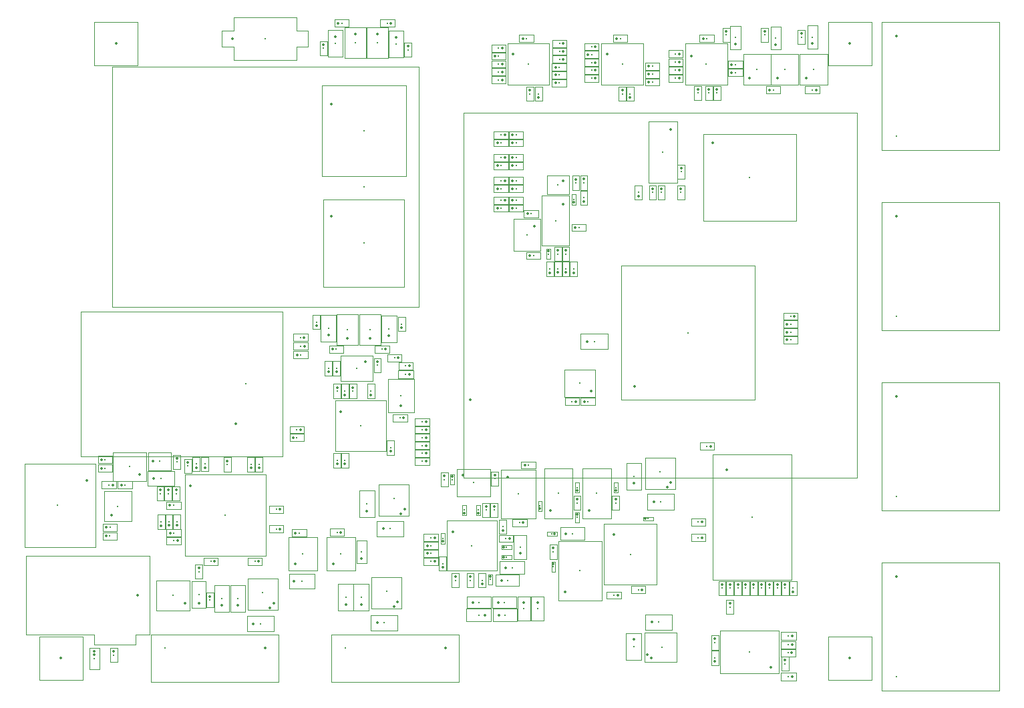
<source format=gbr>
%TF.GenerationSoftware,KiCad,Pcbnew,9.0.1*%
%TF.CreationDate,2025-05-01T20:46:39+02:00*%
%TF.ProjectId,Marble_Tiny,4d617262-6c65-45f5-9469-6e792e6b6963,rev?*%
%TF.SameCoordinates,Original*%
%TF.FileFunction,Component,L1,Top*%
%TF.FilePolarity,Positive*%
%FSLAX46Y46*%
G04 Gerber Fmt 4.6, Leading zero omitted, Abs format (unit mm)*
G04 Created by KiCad (PCBNEW 9.0.1) date 2025-05-01 20:46:39*
%MOMM*%
%LPD*%
G01*
G04 APERTURE LIST*
%TA.AperFunction,ComponentMain*%
%ADD10C,0.300000*%
%TD*%
%TA.AperFunction,ComponentOutline,Footprint*%
%ADD11C,0.100000*%
%TD*%
%TA.AperFunction,ComponentPin*%
%ADD12P,0.360000X4X0.000000*%
%TD*%
%TA.AperFunction,ComponentPin*%
%ADD13C,0.100000*%
%TD*%
%TA.AperFunction,ComponentOutline,Courtyard*%
%ADD14C,0.100000*%
%TD*%
G04 APERTURE END LIST*
D10*
%TO.C,U11*%
%TO.CFtp,VREG_TPSM863257RDXR*%
%TO.CVal,TPSM863257RDXR*%
%TO.CLbN,ICs And Semiconductors SMD*%
%TO.CMnt,Other*%
%TO.CRot,90*%
X183200000Y-134600000D03*
D11*
X181000000Y-136500000D02*
X185025000Y-136500000D01*
X185025000Y-132700000D01*
X181000000Y-132700000D01*
X181000000Y-136500000D01*
D12*
%TO.P,U11,1,VIN*%
X181862500Y-135962500D03*
X181301000Y-135515000D03*
D13*
%TO.P,U11,2,SW*%
X183875000Y-135750000D03*
X182726000Y-135090000D03*
%TO.P,U11,3,VOUT*%
X183365000Y-133950000D03*
X183865000Y-133950000D03*
X184365000Y-133950000D03*
X183875000Y-133450000D03*
X183365000Y-132950000D03*
X183865000Y-132950000D03*
X184365000Y-132950000D03*
X182726000Y-132790000D03*
%TO.P,U11,4,PGND*%
X181862500Y-133237500D03*
X181301000Y-132790000D03*
%TO.P,U11,5,PG*%
X181300000Y-134100000D03*
%TO.P,U11,6,EN*%
X181300000Y-134600000D03*
%TO.P,U11,7,FB*%
X181300000Y-135100000D03*
%TD*%
D10*
%TO.C,U4*%
%TO.CFtp,VREG_TPSM863257RDXR*%
%TO.CVal,TPSM863257RDXR*%
%TO.CLbN,ICs And Semiconductors SMD*%
%TO.CMnt,Other*%
%TO.CRot,180*%
X182950000Y-112365000D03*
D11*
X184850000Y-114565000D02*
X184850000Y-110540000D01*
X181050000Y-110540000D01*
X181050000Y-114565000D01*
X184850000Y-114565000D01*
D12*
%TO.P,U4,1,VIN*%
X184312500Y-113702500D03*
X183865000Y-114264000D03*
D13*
%TO.P,U4,2,SW*%
X184100000Y-111690000D03*
X183440000Y-112839000D03*
%TO.P,U4,3,VOUT*%
X182300000Y-112200000D03*
X182300000Y-111700000D03*
X182300000Y-111200000D03*
X181800000Y-111690000D03*
X181300000Y-112200000D03*
X181300000Y-111700000D03*
X181300000Y-111200000D03*
X181140000Y-112839000D03*
%TO.P,U4,4,PGND*%
X181587500Y-113702500D03*
X181140000Y-114264000D03*
%TO.P,U4,5,PG*%
X182450000Y-114265000D03*
%TO.P,U4,6,EN*%
X182950000Y-114265000D03*
%TO.P,U4,7,FB*%
X183450000Y-114265000D03*
%TD*%
D10*
%TO.C,U10*%
%TO.CFtp,VREG_TPSM863257RDXR*%
%TO.CVal,TPSM863257RDXR*%
%TO.CLbN,ICs And Semiconductors SMD*%
%TO.CMnt,Other*%
%TO.CRot,180*%
X148300000Y-127500000D03*
D11*
X150200000Y-129700000D02*
X150200000Y-125675000D01*
X146400000Y-125675000D01*
X146400000Y-129700000D01*
X150200000Y-129700000D01*
D12*
%TO.P,U10,1,VIN*%
X149662500Y-128837500D03*
X149215000Y-129399000D03*
D13*
%TO.P,U10,2,SW*%
X149450000Y-126825000D03*
X148790000Y-127974000D03*
%TO.P,U10,3,VOUT*%
X147650000Y-127335000D03*
X147650000Y-126835000D03*
X147650000Y-126335000D03*
X147150000Y-126825000D03*
X146650000Y-127335000D03*
X146650000Y-126835000D03*
X146650000Y-126335000D03*
X146490000Y-127974000D03*
%TO.P,U10,4,PGND*%
X146937500Y-128837500D03*
X146490000Y-129399000D03*
%TO.P,U10,5,PG*%
X147800000Y-129400000D03*
%TO.P,U10,6,EN*%
X148300000Y-129400000D03*
%TO.P,U10,7,FB*%
X148800000Y-129400000D03*
%TD*%
D10*
%TO.C,U5*%
%TO.CFtp,VREG_TPSM863257RDXR*%
%TO.CVal,TPSM863257RDXR*%
%TO.CLbN,ICs And Semiconductors SMD*%
%TO.CMnt,Other*%
%TO.CRot,180*%
X149200000Y-115762500D03*
D11*
X151100000Y-117962500D02*
X151100000Y-113937500D01*
X147300000Y-113937500D01*
X147300000Y-117962500D01*
X151100000Y-117962500D01*
D12*
%TO.P,U5,1,VIN*%
X150562500Y-117100000D03*
X150115000Y-117661500D03*
D13*
%TO.P,U5,2,SW*%
X150350000Y-115087500D03*
X149690000Y-116236500D03*
%TO.P,U5,3,VOUT*%
X148550000Y-115597500D03*
X148550000Y-115097500D03*
X148550000Y-114597500D03*
X148050000Y-115087500D03*
X147550000Y-115597500D03*
X147550000Y-115097500D03*
X147550000Y-114597500D03*
X147390000Y-116236500D03*
%TO.P,U5,4,PGND*%
X147837500Y-117100000D03*
X147390000Y-117661500D03*
%TO.P,U5,5,PG*%
X148700000Y-117662500D03*
%TO.P,U5,6,EN*%
X149200000Y-117662500D03*
%TO.P,U5,7,FB*%
X149700000Y-117662500D03*
%TD*%
D10*
%TO.C,U6*%
%TO.CFtp,VREG_TPSM863257RDXR*%
%TO.CVal,TPSM863257RDXR*%
%TO.CLbN,ICs And Semiconductors SMD*%
%TO.CMnt,Other*%
%TO.CRot,180*%
X132600000Y-127700000D03*
D11*
X134500000Y-129900000D02*
X134500000Y-125875000D01*
X130700000Y-125875000D01*
X130700000Y-129900000D01*
X134500000Y-129900000D01*
D12*
%TO.P,U6,1,VIN*%
X133962500Y-129037500D03*
X133515000Y-129599000D03*
D13*
%TO.P,U6,2,SW*%
X133750000Y-127025000D03*
X133090000Y-128174000D03*
%TO.P,U6,3,VOUT*%
X131950000Y-127535000D03*
X131950000Y-127035000D03*
X131950000Y-126535000D03*
X131450000Y-127025000D03*
X130950000Y-127535000D03*
X130950000Y-127035000D03*
X130950000Y-126535000D03*
X130790000Y-128174000D03*
%TO.P,U6,4,PGND*%
X131237500Y-129037500D03*
X130790000Y-129599000D03*
%TO.P,U6,5,PG*%
X132100000Y-129600000D03*
%TO.P,U6,6,EN*%
X132600000Y-129600000D03*
%TO.P,U6,7,FB*%
X133100000Y-129600000D03*
%TD*%
D10*
%TO.C,R156*%
%TO.CFtp,RESC1005X40N*%
%TO.CVal,R0402_10K_1\u0025_0.0625W_100PPM*%
%TO.CLbN,Resistors SMD*%
%TO.CMnt,SMD*%
%TO.CRot,0*%
X197300000Y-63885000D03*
D14*
X198205000Y-63430000D02*
X198205000Y-64340000D01*
X196395000Y-64340000D01*
X196395000Y-63430000D01*
X198205000Y-63430000D01*
D12*
%TO.P,R156,1,1*%
X196830000Y-63885000D03*
D13*
%TO.P,R156,2,2*%
X197770000Y-63885000D03*
%TD*%
D10*
%TO.C,C13*%
%TO.CFtp,CAPC1005X55N*%
%TO.CVal,CC0402_100NF_50V_10\u0025_X7R*%
%TO.CLbN,Capacitors SMD*%
%TO.CMnt,SMD*%
%TO.CRot,-90*%
X144000000Y-102100000D03*
D14*
X144455000Y-101195000D02*
X144455000Y-103005000D01*
X143545000Y-103005000D01*
X143545000Y-101195000D01*
X144455000Y-101195000D01*
D12*
%TO.P,C13,1,1*%
X144000000Y-101650000D03*
D13*
%TO.P,C13,2,2*%
X144000000Y-102550000D03*
%TD*%
D10*
%TO.C,R61*%
%TO.CFtp,RESC1005X40N*%
%TO.CVal,R0402_40R2_1\u0025_0.0625W_100PPM*%
%TO.CLbN,Resistors SMD*%
%TO.CMnt,SMD*%
%TO.CRot,-90*%
X198800000Y-127100000D03*
D14*
X199255000Y-126195000D02*
X199255000Y-128005000D01*
X198345000Y-128005000D01*
X198345000Y-126195000D01*
X199255000Y-126195000D01*
D12*
%TO.P,R61,1,1*%
X198800000Y-126630000D03*
D13*
%TO.P,R61,2,2*%
X198800000Y-127570000D03*
%TD*%
D10*
%TO.C,U3*%
%TO.CFtp,MSOP-10_3x3mm_P0.5mm*%
%TO.CVal,Si5351A-B-GT*%
%TO.CLbN,Package_SO*%
%TO.CMnt,SMD*%
%TO.CRot,-90*%
X169700000Y-80500000D03*
D14*
X171445000Y-77325000D02*
X171445000Y-83675000D01*
X167955000Y-83675000D01*
X167955000Y-77325000D01*
X171445000Y-77325000D01*
D12*
%TO.P,U3,1,VDD*%
X170700000Y-78387500D03*
D13*
%TO.P,U3,2,XA*%
X170200000Y-78387500D03*
%TO.P,U3,3,XB*%
X169700000Y-78387500D03*
%TO.P,U3,4,SCL*%
X169200000Y-78387500D03*
%TO.P,U3,5,SDA*%
X168700000Y-78387500D03*
%TO.P,U3,6,CLK2*%
X168700000Y-82612500D03*
%TO.P,U3,7,VDDO*%
X169200000Y-82612500D03*
%TO.P,U3,8,GND*%
X169700000Y-82612500D03*
%TO.P,U3,9,CLK1*%
X170200000Y-82612500D03*
%TO.P,U3,10,CLK0*%
X170700000Y-82612500D03*
%TD*%
D10*
%TO.C,R129*%
%TO.CFtp,RESC1005X40N*%
%TO.CVal,R0402_140R_1\u0025_0.0625W_100PPM*%
%TO.CLbN,Resistors SMD*%
%TO.CMnt,SMD*%
%TO.CRot,0*%
X164700000Y-75400000D03*
D14*
X165605000Y-74945000D02*
X165605000Y-75855000D01*
X163795000Y-75855000D01*
X163795000Y-74945000D01*
X165605000Y-74945000D01*
D12*
%TO.P,R129,1,1*%
X164230000Y-75400000D03*
D13*
%TO.P,R129,2,2*%
X165170000Y-75400000D03*
%TD*%
D10*
%TO.C,R131*%
%TO.CFtp,RESC1005X40N*%
%TO.CVal,R0402_2K32_1\u0025_0.0625W_100PPM*%
%TO.CLbN,Resistors SMD*%
%TO.CMnt,SMD*%
%TO.CRot,0*%
X162800000Y-73500000D03*
D14*
X163705000Y-73045000D02*
X163705000Y-73955000D01*
X161895000Y-73955000D01*
X161895000Y-73045000D01*
X163705000Y-73045000D01*
D12*
%TO.P,R131,1,1*%
X162330000Y-73500000D03*
D13*
%TO.P,R131,2,2*%
X163270000Y-73500000D03*
%TD*%
D10*
%TO.C,U12*%
%TO.CFtp,SOT95P284X122-5N*%
%TO.CVal,LP5951MF-3.0/NOPB*%
%TO.CLbN,ICs And Semiconductors SMD*%
%TO.CMnt,SMD*%
%TO.CRot,0*%
X159300000Y-113715000D03*
D14*
X161395000Y-111970000D02*
X161395000Y-115460000D01*
X157205000Y-115460000D01*
X157205000Y-111970000D01*
X161395000Y-111970000D01*
D12*
%TO.P,U12,1,VIN*%
X158000000Y-112765000D03*
D13*
%TO.P,U12,2,GND*%
X158000000Y-113715000D03*
%TO.P,U12,3,EN*%
X158000000Y-114665000D03*
%TO.P,U12,4,NC*%
X160600000Y-114665000D03*
%TO.P,U12,5,VOUT*%
X160600000Y-112765000D03*
%TD*%
D10*
%TO.C,C19*%
%TO.CFtp,CAPC2012X135N*%
%TO.CVal,CC0805_22UF_16V_10\u0025_X5R*%
%TO.CLbN,Capacitors SMD*%
%TO.CMnt,SMD*%
%TO.CRot,-90*%
X141800000Y-58000000D03*
D14*
X142745000Y-56305000D02*
X142745000Y-59695000D01*
X140855000Y-59695000D01*
X140855000Y-56305000D01*
X142745000Y-56305000D01*
D12*
%TO.P,C19,1,1*%
X141800000Y-57100000D03*
D13*
%TO.P,C19,2,2*%
X141800000Y-58900000D03*
%TD*%
D10*
%TO.C,R19*%
%TO.CFtp,RESC1005X40N*%
%TO.CVal,R0402_330R_1\u0025_0.0625W_100PPM*%
%TO.CLbN,Resistors SMD*%
%TO.CMnt,SMD*%
%TO.CRot,180*%
X137400000Y-96400000D03*
D14*
X138305000Y-95945000D02*
X138305000Y-96855000D01*
X136495000Y-96855000D01*
X136495000Y-95945000D01*
X138305000Y-95945000D01*
D12*
%TO.P,R19,1,1*%
X137870000Y-96400000D03*
D13*
%TO.P,R19,2,2*%
X136930000Y-96400000D03*
%TD*%
D10*
%TO.C,C227*%
%TO.CFtp,CAPC1005X55N*%
%TO.CVal,CC0402_100NF_50V_10\u0025_X7R*%
%TO.CLbN,Capacitors SMD*%
%TO.CMnt,SMD*%
%TO.CRot,-90*%
X185625000Y-74265000D03*
D14*
X186080000Y-73360000D02*
X186080000Y-75170000D01*
X185170000Y-75170000D01*
X185170000Y-73360000D01*
X186080000Y-73360000D01*
D12*
%TO.P,C227,1,1*%
X185625000Y-73815000D03*
D13*
%TO.P,C227,2,2*%
X185625000Y-74715000D03*
%TD*%
D10*
%TO.C,U16*%
%TO.CFtp,QFN50P500X500X100-33N-S355*%
%TO.CVal,CDCM61004RHB*%
%TO.CLbN,ICs And Semiconductors SMD*%
%TO.CMnt,SMD*%
%TO.CRot,0*%
X159100000Y-121700000D03*
D14*
X162245000Y-118555000D02*
X162245000Y-124845000D01*
X155955000Y-124845000D01*
X155955000Y-118555000D01*
X162245000Y-118555000D01*
D12*
%TO.P,U16,1,VCCOUT*%
X156650000Y-119950000D03*
D13*
%TO.P,U16,2,OUTN1*%
X156650000Y-120450000D03*
%TO.P,U16,3,OUTP1*%
X156650000Y-120950000D03*
%TO.P,U16,4,VCCOUT*%
X156650000Y-121450000D03*
%TO.P,U16,5,OUTN0*%
X156650000Y-121950000D03*
%TO.P,U16,6,OUTP0*%
X156650000Y-122450000D03*
%TO.P,U16,7,CE*%
X156650000Y-122950000D03*
%TO.P,U16,8,NC*%
X156650000Y-123450000D03*
%TO.P,U16,9,VCCVCO*%
X157350000Y-124150000D03*
%TO.P,U16,10,OS1*%
X157850000Y-124150000D03*
%TO.P,U16,11,OS0*%
X158350000Y-124150000D03*
%TO.P,U16,12,~{RSTN}*%
X158850000Y-124150000D03*
%TO.P,U16,13,OD0*%
X159350000Y-124150000D03*
%TO.P,U16,14,OD1*%
X159850000Y-124150000D03*
%TO.P,U16,15,OD2*%
X160350000Y-124150000D03*
%TO.P,U16,16,VCCPLL2*%
X160850000Y-124150000D03*
%TO.P,U16,17,REGCAP2*%
X161550000Y-123450000D03*
%TO.P,U16,18,VCCPLL1*%
X161550000Y-122950000D03*
%TO.P,U16,19,REGCAP1*%
X161550000Y-122450000D03*
%TO.P,U16,20,VCCIN*%
X161550000Y-121950000D03*
%TO.P,U16,21,XIN*%
X161550000Y-121450000D03*
%TO.P,U16,22,GND1*%
X161550000Y-120950000D03*
%TO.P,U16,23,OSCOUT*%
X161550000Y-120450000D03*
%TO.P,U16,24,NC*%
X161550000Y-119950000D03*
%TO.P,U16,25,PR0*%
X160850000Y-119250000D03*
%TO.P,U16,26,PR1*%
X160350000Y-119250000D03*
%TO.P,U16,27,VCCOUT*%
X159850000Y-119250000D03*
%TO.P,U16,28,OUTN3*%
X159350000Y-119250000D03*
%TO.P,U16,29,OUTP3*%
X158850000Y-119250000D03*
%TO.P,U16,30,VCCOUT*%
X158350000Y-119250000D03*
%TO.P,U16,31,OUTN2*%
X157850000Y-119250000D03*
%TO.P,U16,32,OUTP2*%
X157350000Y-119250000D03*
%TO.P,U16,33,EP*%
X159100000Y-121700000D03*
%TD*%
D10*
%TO.C,C209*%
%TO.CFtp,CAPC0603X33N*%
%TO.CVal,CC0201_100NF_6.3V_10\u0025_X5R*%
%TO.CLbN,Capacitors SMD*%
%TO.CMnt,SMD*%
%TO.CRot,90*%
X158100000Y-117200000D03*
D14*
X158345000Y-116555000D02*
X158345000Y-117845000D01*
X157855000Y-117845000D01*
X157855000Y-116555000D01*
X158345000Y-116555000D01*
D12*
%TO.P,C209,1,1*%
X158100000Y-117550000D03*
D13*
%TO.P,C209,2,2*%
X158100000Y-116850000D03*
%TD*%
D10*
%TO.C,R135*%
%TO.CFtp,RESC1005X40N*%
%TO.CVal,R0402_2K32_1\u0025_0.0625W_100PPM*%
%TO.CLbN,Resistors SMD*%
%TO.CMnt,SMD*%
%TO.CRot,0*%
X162800000Y-70600000D03*
D14*
X163705000Y-70145000D02*
X163705000Y-71055000D01*
X161895000Y-71055000D01*
X161895000Y-70145000D01*
X163705000Y-70145000D01*
D12*
%TO.P,R135,1,1*%
X162330000Y-70600000D03*
D13*
%TO.P,R135,2,2*%
X163270000Y-70600000D03*
%TD*%
D10*
%TO.C,L17*%
%TO.CFtp,INDC1608X65N*%
%TO.CVal,IND0603_MURATA_BLM18SG121TN1D*%
%TO.CLbN,Inductors SMD*%
%TO.CMnt,SMD*%
%TO.CRot,0*%
X160000000Y-128900000D03*
D14*
X161495000Y-128155000D02*
X161495000Y-129645000D01*
X158505000Y-129645000D01*
X158505000Y-128155000D01*
X161495000Y-128155000D01*
D12*
%TO.P,L17,1,1*%
X159250000Y-128900000D03*
D13*
%TO.P,L17,2,2*%
X160750000Y-128900000D03*
%TD*%
D10*
%TO.C,C199*%
%TO.CFtp,CAPC1709X100N*%
%TO.CVal,CC0603_22UF_6.3V_20\u0025_X5R*%
%TO.CLbN,Capacitors SMD*%
%TO.CMnt,SMD*%
%TO.CRot,-90*%
X165700000Y-129700000D03*
D14*
X166495000Y-128155000D02*
X166495000Y-131245000D01*
X164905000Y-131245000D01*
X164905000Y-128155000D01*
X166495000Y-128155000D01*
D12*
%TO.P,C199,1,1*%
X165700000Y-128900000D03*
D13*
%TO.P,C199,2,2*%
X165700000Y-130500000D03*
%TD*%
D10*
%TO.C,C188*%
%TO.CFtp,CAPC1005X55N*%
%TO.CVal,CC0201_100NF_6.3V_10\u0025_X5R*%
%TO.CLbN,Capacitors SMD*%
%TO.CMnt,SMD*%
%TO.CRot,0*%
X166250000Y-111500000D03*
D14*
X167155000Y-111045000D02*
X167155000Y-111955000D01*
X165345000Y-111955000D01*
X165345000Y-111045000D01*
X167155000Y-111045000D01*
D12*
%TO.P,C188,1,1*%
X165800000Y-111500000D03*
D13*
%TO.P,C188,2,2*%
X166700000Y-111500000D03*
%TD*%
D10*
%TO.C,R28*%
%TO.CFtp,RESC1005X40N*%
%TO.CVal,R0402_4K7_1\u0025_0.0625W_100PPM*%
%TO.CLbN,Resistors SMD*%
%TO.CMnt,SMD*%
%TO.CRot,-90*%
X178162500Y-64400000D03*
D14*
X178617500Y-63495000D02*
X178617500Y-65305000D01*
X177707500Y-65305000D01*
X177707500Y-63495000D01*
X178617500Y-63495000D01*
D12*
%TO.P,R28,1,1*%
X178162500Y-63930000D03*
D13*
%TO.P,R28,2,2*%
X178162500Y-64870000D03*
%TD*%
D10*
%TO.C,J6*%
%TO.CFtp,PinSocket_2x06_P2.54mm_Horizontal_PMOD*%
%TO.CVal,Conn_02x06_Top_Bottom*%
%TO.CLbN,Miscellaneous THD*%
%TO.CMnt,TH*%
%TO.CRot,180*%
X212875000Y-92605000D03*
D14*
X225920000Y-78160000D02*
X225920000Y-94400000D01*
X211080000Y-94400000D01*
X211080000Y-78160000D01*
X225920000Y-78160000D01*
D12*
%TO.P,J6,1,Pin_1*%
X212875000Y-79905000D03*
D13*
%TO.P,J6,2,Pin_2*%
X212875000Y-82445000D03*
%TO.P,J6,3,Pin_3*%
X212875000Y-84985000D03*
%TO.P,J6,4,Pin_4*%
X212875000Y-87525000D03*
%TO.P,J6,5,Pin_5*%
X212875000Y-90065000D03*
%TO.P,J6,6,Pin_6*%
X212875000Y-92605000D03*
%TO.P,J6,7,Pin_7*%
X215415000Y-79905000D03*
%TO.P,J6,8,Pin_8*%
X215415000Y-82445000D03*
%TO.P,J6,9,Pin_9*%
X215415000Y-84985000D03*
%TO.P,J6,10,Pin_10*%
X215415000Y-87525000D03*
%TO.P,J6,11,Pin_11*%
X215415000Y-90065000D03*
%TO.P,J6,12,Pin_12*%
X215415000Y-92605000D03*
%TD*%
D10*
%TO.C,C218*%
%TO.CFtp,CAPC1005X55N*%
%TO.CVal,CC0402_4.7UF_16V_20\u0025_X5R*%
%TO.CLbN,Capacitors SMD*%
%TO.CMnt,SMD*%
%TO.CRot,0*%
X173800000Y-103425000D03*
D14*
X174705000Y-102970000D02*
X174705000Y-103880000D01*
X172895000Y-103880000D01*
X172895000Y-102970000D01*
X174705000Y-102970000D01*
D12*
%TO.P,C218,1,1*%
X173350000Y-103425000D03*
D13*
%TO.P,C218,2,2*%
X174250000Y-103425000D03*
%TD*%
D10*
%TO.C,R113*%
%TO.CFtp,RESC1005X40N*%
%TO.CVal,R0402_510R_0.1\u0025_0.0625W_10PPM*%
%TO.CLbN,Resistors SMD*%
%TO.CMnt,SMD*%
%TO.CRot,-90*%
X171000000Y-84700000D03*
D14*
X171455000Y-83795000D02*
X171455000Y-85605000D01*
X170545000Y-85605000D01*
X170545000Y-83795000D01*
X171455000Y-83795000D01*
D12*
%TO.P,R113,1,1*%
X171000000Y-84230000D03*
D13*
%TO.P,R113,2,2*%
X171000000Y-85170000D03*
%TD*%
D10*
%TO.C,L3*%
%TO.CFtp,L_1008_2520Metric*%
%TO.CVal,4.7 uH*%
%TO.CLbN,Inductor_SMD*%
%TO.CMnt,SMD*%
%TO.CRot,-90*%
X147100000Y-57900000D03*
D14*
X148445000Y-55955000D02*
X148445000Y-59845000D01*
X145755000Y-59845000D01*
X145755000Y-55955000D01*
X148445000Y-55955000D01*
D12*
%TO.P,L3,1,1*%
X147100000Y-56825000D03*
D13*
%TO.P,L3,2,2*%
X147100000Y-58975000D03*
%TD*%
D10*
%TO.C,R150*%
%TO.CFtp,RESC1005X40N*%
%TO.CVal,R0402_1K_1\u0025_0.0625W_100PPM*%
%TO.CLbN,Resistors SMD*%
%TO.CMnt,SMD*%
%TO.CRot,-90*%
X198800000Y-136700000D03*
D14*
X199255000Y-135795000D02*
X199255000Y-137605000D01*
X198345000Y-137605000D01*
X198345000Y-135795000D01*
X199255000Y-135795000D01*
D12*
%TO.P,R150,1,1*%
X198800000Y-136230000D03*
D13*
%TO.P,R150,2,2*%
X198800000Y-137170000D03*
%TD*%
D10*
%TO.C,C78*%
%TO.CFtp,CAPC1005X55N*%
%TO.CVal,CC0402_100NF_50V_10\u0025_X7R*%
%TO.CLbN,Capacitors SMD*%
%TO.CMnt,SMD*%
%TO.CRot,-90*%
X123100000Y-111600000D03*
D14*
X123555000Y-110695000D02*
X123555000Y-112505000D01*
X122645000Y-112505000D01*
X122645000Y-110695000D01*
X123555000Y-110695000D01*
D12*
%TO.P,C78,1,1*%
X123100000Y-111150000D03*
D13*
%TO.P,C78,2,2*%
X123100000Y-112050000D03*
%TD*%
D10*
%TO.C,U18*%
%TO.CFtp,SOT-23-5*%
%TO.CVal,TLV77325PDBVR*%
%TO.CLbN,Package_TO_SOT_SMD*%
%TO.CMnt,SMD*%
%TO.CRot,-90*%
X166100000Y-82300000D03*
D14*
X167795000Y-80255000D02*
X167795000Y-84345000D01*
X164405000Y-84345000D01*
X164405000Y-80255000D01*
X167795000Y-80255000D01*
D12*
%TO.P,U18,1,IN*%
X167050000Y-81162500D03*
D13*
%TO.P,U18,2,GND*%
X166100000Y-81162500D03*
%TO.P,U18,3,EN*%
X165150000Y-81162500D03*
%TO.P,U18,4,NC*%
X165150000Y-83437500D03*
%TO.P,U18,5,OUT*%
X167050000Y-83437500D03*
%TD*%
D10*
%TO.C,C3*%
%TO.CFtp,CAPC1005X55N*%
%TO.CVal,CC0402_27PF_50V_5\u0025_C0G*%
%TO.CLbN,Capacitors SMD*%
%TO.CMnt,SMD*%
%TO.CRot,90*%
X141930000Y-99200000D03*
D14*
X142385000Y-98295000D02*
X142385000Y-100105000D01*
X141475000Y-100105000D01*
X141475000Y-98295000D01*
X142385000Y-98295000D01*
D12*
%TO.P,C3,1,1*%
X141930000Y-99650000D03*
D13*
%TO.P,C3,2,2*%
X141930000Y-98750000D03*
%TD*%
D10*
%TO.C,R175*%
%TO.CFtp,RESC1005X40N*%
%TO.CVal,R0402_100K_1\u0025_0.0625W_100PPM*%
%TO.CLbN,Resistors SMD*%
%TO.CMnt,SMD*%
%TO.CRot,180*%
X170200000Y-58000000D03*
D14*
X171105000Y-57545000D02*
X171105000Y-58455000D01*
X169295000Y-58455000D01*
X169295000Y-57545000D01*
X171105000Y-57545000D01*
D12*
%TO.P,R175,1,1*%
X170670000Y-58000000D03*
D13*
%TO.P,R175,2,2*%
X169730000Y-58000000D03*
%TD*%
D10*
%TO.C,U19*%
%TO.CFtp,QFN50P400X400X80-25N-S245*%
%TO.CVal,TCA9535RTWR*%
%TO.CLbN,ICs And Semiconductors SMD*%
%TO.CMnt,SMD*%
%TO.CRot,0*%
X166262500Y-60600000D03*
D14*
X168907500Y-57955000D02*
X168907500Y-63245000D01*
X163617500Y-63245000D01*
X163617500Y-57955000D01*
X168907500Y-57955000D01*
D12*
%TO.P,U19,1,P00*%
X164312500Y-59350000D03*
D13*
%TO.P,U19,2,P01*%
X164312500Y-59850000D03*
%TO.P,U19,3,P02*%
X164312500Y-60350000D03*
%TO.P,U19,4,P03*%
X164312500Y-60850000D03*
%TO.P,U19,5,P04*%
X164312500Y-61350000D03*
%TO.P,U19,6,P05*%
X164312500Y-61850000D03*
%TO.P,U19,7,P06*%
X165012500Y-62550000D03*
%TO.P,U19,8,P07*%
X165512500Y-62550000D03*
%TO.P,U19,9,GND*%
X166012500Y-62550000D03*
%TO.P,U19,10,P10*%
X166512500Y-62550000D03*
%TO.P,U19,11,P11*%
X167012500Y-62550000D03*
%TO.P,U19,12,P12*%
X167512500Y-62550000D03*
%TO.P,U19,13,P13*%
X168212500Y-61850000D03*
%TO.P,U19,14,P14*%
X168212500Y-61350000D03*
%TO.P,U19,15,P15*%
X168212500Y-60850000D03*
%TO.P,U19,16,P16*%
X168212500Y-60350000D03*
%TO.P,U19,17,P17*%
X168212500Y-59850000D03*
%TO.P,U19,18,A0*%
X168212500Y-59350000D03*
%TO.P,U19,19,SCL*%
X167512500Y-58650000D03*
%TO.P,U19,20,SDA*%
X167012500Y-58650000D03*
%TO.P,U19,21,VCC*%
X166512500Y-58650000D03*
%TO.P,U19,22,~{INT}*%
X166012500Y-58650000D03*
%TO.P,U19,23,A1*%
X165512500Y-58650000D03*
%TO.P,U19,24,A2*%
X165012500Y-58650000D03*
%TO.P,U19,25,EP*%
X166262500Y-60600000D03*
%TD*%
D10*
%TO.C,R34*%
%TO.CFtp,RESC1005X40N*%
%TO.CVal,R0402_4K7_1\u0025_0.0625W_100PPM*%
%TO.CLbN,Resistors SMD*%
%TO.CMnt,SMD*%
%TO.CRot,0*%
X181962500Y-60900000D03*
D14*
X182867500Y-60445000D02*
X182867500Y-61355000D01*
X181057500Y-61355000D01*
X181057500Y-60445000D01*
X182867500Y-60445000D01*
D12*
%TO.P,R34,1,1*%
X181492500Y-60900000D03*
D13*
%TO.P,R34,2,2*%
X182432500Y-60900000D03*
%TD*%
D10*
%TO.C,C84*%
%TO.CFtp,CAPC1005X55N*%
%TO.CVal,CC0402_100NF_50V_10\u0025_X7R*%
%TO.CLbN,Capacitors SMD*%
%TO.CMnt,SMD*%
%TO.CRot,90*%
X131100000Y-111400000D03*
D14*
X131555000Y-110495000D02*
X131555000Y-112305000D01*
X130645000Y-112305000D01*
X130645000Y-110495000D01*
X131555000Y-110495000D01*
D12*
%TO.P,C84,1,1*%
X131100000Y-111850000D03*
D13*
%TO.P,C84,2,2*%
X131100000Y-110950000D03*
%TD*%
D10*
%TO.C,C177*%
%TO.CFtp,CAPC2012X135N*%
%TO.CVal,CC0805_22UF_16V_10\u0025_X5R*%
%TO.CLbN,Capacitors SMD*%
%TO.CMnt,SMD*%
%TO.CRot,90*%
X145800000Y-116400000D03*
D14*
X146745000Y-114705000D02*
X146745000Y-118095000D01*
X144855000Y-118095000D01*
X144855000Y-114705000D01*
X146745000Y-114705000D01*
D12*
%TO.P,C177,1,1*%
X145800000Y-117300000D03*
D13*
%TO.P,C177,2,2*%
X145800000Y-115500000D03*
%TD*%
D10*
%TO.C,Q2*%
%TO.CFtp,SOT95P240X110-3N*%
%TO.CVal,BSS138LT1G*%
%TO.CLbN,ICs And Semiconductors SMD*%
%TO.CMnt,SMD*%
%TO.CRot,90*%
X202400000Y-61250000D03*
D14*
X204145000Y-59305000D02*
X204145000Y-63195000D01*
X200655000Y-63195000D01*
X200655000Y-59305000D01*
X204145000Y-59305000D01*
D12*
%TO.P,Q2,1,G*%
X201450000Y-62400000D03*
D13*
%TO.P,Q2,2,S*%
X203350000Y-62400000D03*
%TO.P,Q2,3,D*%
X202400000Y-60100000D03*
%TD*%
D10*
%TO.C,C10*%
%TO.CFtp,CAPC1005X55N*%
%TO.CVal,CC0402_100NF_50V_10\u0025_X7R*%
%TO.CLbN,Capacitors SMD*%
%TO.CMnt,SMD*%
%TO.CRot,-90*%
X142000000Y-102100000D03*
D14*
X142455000Y-101195000D02*
X142455000Y-103005000D01*
X141545000Y-103005000D01*
X141545000Y-101195000D01*
X142455000Y-101195000D01*
D12*
%TO.P,C10,1,1*%
X142000000Y-101650000D03*
D13*
%TO.P,C10,2,2*%
X142000000Y-102550000D03*
%TD*%
D10*
%TO.C,R76*%
%TO.CFtp,RESC1005X40N*%
%TO.CVal,R0402_10K_1\u0025_0.0625W_100PPM*%
%TO.CLbN,Resistors SMD*%
%TO.CMnt,SMD*%
%TO.CRot,90*%
X124160000Y-111350000D03*
D14*
X124615000Y-110445000D02*
X124615000Y-112255000D01*
X123705000Y-112255000D01*
X123705000Y-110445000D01*
X124615000Y-110445000D01*
D12*
%TO.P,R76,1,1*%
X124160000Y-111820000D03*
D13*
%TO.P,R76,2,2*%
X124160000Y-110880000D03*
%TD*%
D10*
%TO.C,Y2*%
%TO.CFtp,OSCCC320X500X160-4N*%
%TO.CVal,VM53S3-25.000-2.5/-30+75*%
%TO.CLbN,ICs And Semiconductors SMD*%
%TO.CMnt,SMD*%
%TO.CRot,0*%
X164950000Y-115150000D03*
D14*
X167145000Y-112055000D02*
X167145000Y-118245000D01*
X162755000Y-118245000D01*
X162755000Y-112055000D01*
X167145000Y-112055000D01*
D12*
%TO.P,Y2,1,VC*%
X163650000Y-113000000D03*
D13*
%TO.P,Y2,2,GND*%
X163650000Y-117300000D03*
%TO.P,Y2,3,OUT*%
X166250000Y-117300000D03*
%TO.P,Y2,4,+Vs*%
X166250000Y-113000000D03*
%TD*%
D10*
%TO.C,C22*%
%TO.CFtp,CAPC1005X55N*%
%TO.CVal,CC0402_100NF_50V_10\u0025_X7R*%
%TO.CLbN,Capacitors SMD*%
%TO.CMnt,SMD*%
%TO.CRot,0*%
X142600000Y-55400000D03*
D14*
X143505000Y-54945000D02*
X143505000Y-55855000D01*
X141695000Y-55855000D01*
X141695000Y-54945000D01*
X143505000Y-54945000D01*
D12*
%TO.P,C22,1,1*%
X142150000Y-55400000D03*
D13*
%TO.P,C22,2,2*%
X143050000Y-55400000D03*
%TD*%
D10*
%TO.C,C191*%
%TO.CFtp,CAPC0603X33N*%
%TO.CVal,CC0201_100NF_6.3V_10\u0025_X5R*%
%TO.CLbN,Capacitors SMD*%
%TO.CMnt,SMD*%
%TO.CRot,-90*%
X169430000Y-124385000D03*
D14*
X169675000Y-123740000D02*
X169675000Y-125030000D01*
X169185000Y-125030000D01*
X169185000Y-123740000D01*
X169675000Y-123740000D01*
D12*
%TO.P,C191,1,1*%
X169430000Y-124035000D03*
D13*
%TO.P,C191,2,2*%
X169430000Y-124735000D03*
%TD*%
D10*
%TO.C,C247*%
%TO.CFtp,CAPC1005X55N*%
%TO.CVal,CC0402_100NF_50V_10\u0025_X7R*%
%TO.CLbN,Capacitors SMD*%
%TO.CMnt,SMD*%
%TO.CRot,90*%
X140900000Y-99200000D03*
D14*
X141355000Y-98295000D02*
X141355000Y-100105000D01*
X140445000Y-100105000D01*
X140445000Y-98295000D01*
X141355000Y-98295000D01*
D12*
%TO.P,C247,1,1*%
X140900000Y-99650000D03*
D13*
%TO.P,C247,2,2*%
X140900000Y-98750000D03*
%TD*%
D10*
%TO.C,R147*%
%TO.CFtp,RESC1005X40N*%
%TO.CVal,R0402_30K_1\u0025_0.0625W_100PPM*%
%TO.CLbN,Resistors SMD*%
%TO.CMnt,SMD*%
%TO.CRot,-90*%
X113700000Y-135600000D03*
D14*
X114155000Y-134695000D02*
X114155000Y-136505000D01*
X113245000Y-136505000D01*
X113245000Y-134695000D01*
X114155000Y-134695000D01*
D12*
%TO.P,R147,1,1*%
X113700000Y-135130000D03*
D13*
%TO.P,R147,2,2*%
X113700000Y-136070000D03*
%TD*%
D10*
%TO.C,R154*%
%TO.CFtp,RESC1005X40N*%
%TO.CVal,R0402_100K_1\u0025_0.0625W_100PPM*%
%TO.CLbN,Resistors SMD*%
%TO.CMnt,SMD*%
%TO.CRot,0*%
X137200000Y-120100000D03*
D14*
X138105000Y-119645000D02*
X138105000Y-120555000D01*
X136295000Y-120555000D01*
X136295000Y-119645000D01*
X138105000Y-119645000D01*
D12*
%TO.P,R154,1,1*%
X136730000Y-120100000D03*
D13*
%TO.P,R154,2,2*%
X137670000Y-120100000D03*
%TD*%
D10*
%TO.C,C2*%
%TO.CFtp,CAPC2012X95N*%
%TO.CVal,CC0805_10UF_25V_10\u0025_X5R*%
%TO.CLbN,Capacitors SMD*%
%TO.CMnt,SMD*%
%TO.CRot,0*%
X183050000Y-116165000D03*
D14*
X184745000Y-115170000D02*
X184745000Y-117160000D01*
X181355000Y-117160000D01*
X181355000Y-115170000D01*
X184745000Y-115170000D01*
D12*
%TO.P,C2,1,1*%
X182150000Y-116165000D03*
D13*
%TO.P,C2,2,2*%
X183950000Y-116165000D03*
%TD*%
D10*
%TO.C,R167*%
%TO.CFtp,RESC1005X40N*%
%TO.CVal,R0402_40R2_1\u0025_0.0625W_100PPM*%
%TO.CLbN,Resistors SMD*%
%TO.CMnt,SMD*%
%TO.CRot,-90*%
X192800000Y-127100000D03*
D14*
X193255000Y-126195000D02*
X193255000Y-128005000D01*
X192345000Y-128005000D01*
X192345000Y-126195000D01*
X193255000Y-126195000D01*
D12*
%TO.P,R167,1,1*%
X192800000Y-126630000D03*
D13*
%TO.P,R167,2,2*%
X192800000Y-127570000D03*
%TD*%
D10*
%TO.C,C208*%
%TO.CFtp,CAPC0603X33N*%
%TO.CVal,CC0201_100NF_6.3V_10\u0025_X5R*%
%TO.CLbN,Capacitors SMD*%
%TO.CMnt,SMD*%
%TO.CRot,0*%
X163500000Y-121900000D03*
D14*
X164145000Y-121655000D02*
X164145000Y-122145000D01*
X162855000Y-122145000D01*
X162855000Y-121655000D01*
X164145000Y-121655000D01*
D12*
%TO.P,C208,1,1*%
X163150000Y-121900000D03*
D13*
%TO.P,C208,2,2*%
X163850000Y-121900000D03*
%TD*%
D10*
%TO.C,R87*%
%TO.CFtp,RESC1005X40N*%
%TO.CVal,R0402_4K7_1\u0025_0.0625W_100PPM*%
%TO.CLbN,Resistors SMD*%
%TO.CMnt,SMD*%
%TO.CRot,0*%
X199500000Y-94600000D03*
D14*
X200405000Y-94145000D02*
X200405000Y-95055000D01*
X198595000Y-95055000D01*
X198595000Y-94145000D01*
X200405000Y-94145000D01*
D12*
%TO.P,R87,1,1*%
X199030000Y-94600000D03*
D13*
%TO.P,R87,2,2*%
X199970000Y-94600000D03*
%TD*%
D10*
%TO.C,C174*%
%TO.CFtp,CAPC2012X95N*%
%TO.CVal,CC0805_10UF_25V_10\u0025_X5R*%
%TO.CLbN,Capacitors SMD*%
%TO.CMnt,SMD*%
%TO.CRot,0*%
X148750000Y-119562500D03*
D14*
X150445000Y-118567500D02*
X150445000Y-120557500D01*
X147055000Y-120557500D01*
X147055000Y-118567500D01*
X150445000Y-118567500D01*
D12*
%TO.P,C174,1,1*%
X147850000Y-119562500D03*
D13*
%TO.P,C174,2,2*%
X149650000Y-119562500D03*
%TD*%
D10*
%TO.C,C198*%
%TO.CFtp,CAPC0603X33N*%
%TO.CVal,CC0201_100NF_6.3V_10\u0025_X5R*%
%TO.CLbN,Capacitors SMD*%
%TO.CMnt,SMD*%
%TO.CRot,90*%
X172000000Y-77800000D03*
D14*
X172245000Y-77155000D02*
X172245000Y-78445000D01*
X171755000Y-78445000D01*
X171755000Y-77155000D01*
X172245000Y-77155000D01*
D12*
%TO.P,C198,1,1*%
X172000000Y-78150000D03*
D13*
%TO.P,C198,2,2*%
X172000000Y-77450000D03*
%TD*%
D10*
%TO.C,C202*%
%TO.CFtp,CAPC1005X55N*%
%TO.CVal,CC0402_100NF_50V_10\u0025_X7R*%
%TO.CLbN,Capacitors SMD*%
%TO.CMnt,SMD*%
%TO.CRot,-90*%
X158900000Y-126100000D03*
D14*
X159355000Y-125195000D02*
X159355000Y-127005000D01*
X158445000Y-127005000D01*
X158445000Y-125195000D01*
X159355000Y-125195000D01*
D12*
%TO.P,C202,1,1*%
X158900000Y-125650000D03*
D13*
%TO.P,C202,2,2*%
X158900000Y-126550000D03*
%TD*%
D10*
%TO.C,R20*%
%TO.CFtp,RESC1005X40N*%
%TO.CVal,R0402_330R_1\u0025_0.0625W_100PPM*%
%TO.CLbN,Resistors SMD*%
%TO.CMnt,SMD*%
%TO.CRot,180*%
X136900000Y-107000000D03*
D14*
X137805000Y-106545000D02*
X137805000Y-107455000D01*
X135995000Y-107455000D01*
X135995000Y-106545000D01*
X137805000Y-106545000D01*
D12*
%TO.P,R20,1,1*%
X137370000Y-107000000D03*
D13*
%TO.P,R20,2,2*%
X136430000Y-107000000D03*
%TD*%
D10*
%TO.C,R174*%
%TO.CFtp,RESC1005X40N*%
%TO.CVal,R0402_100K_1\u0025_0.0625W_100PPM*%
%TO.CLbN,Resistors SMD*%
%TO.CMnt,SMD*%
%TO.CRot,180*%
X170200000Y-59000000D03*
D14*
X171105000Y-58545000D02*
X171105000Y-59455000D01*
X169295000Y-59455000D01*
X169295000Y-58545000D01*
X171105000Y-58545000D01*
D12*
%TO.P,R174,1,1*%
X170670000Y-59000000D03*
D13*
%TO.P,R174,2,2*%
X169730000Y-59000000D03*
%TD*%
D10*
%TO.C,R102*%
%TO.CFtp,RESC1005X40N*%
%TO.CVal,R0402_240R_1\u0025_0.0625W_100PPM*%
%TO.CLbN,Resistors SMD*%
%TO.CMnt,SMD*%
%TO.CRot,-90*%
X172430000Y-116285000D03*
D14*
X172885000Y-115380000D02*
X172885000Y-117190000D01*
X171975000Y-117190000D01*
X171975000Y-115380000D01*
X172885000Y-115380000D01*
D12*
%TO.P,R102,1,1*%
X172430000Y-115815000D03*
D13*
%TO.P,R102,2,2*%
X172430000Y-116755000D03*
%TD*%
D10*
%TO.C,C193*%
%TO.CFtp,CAPC1005X55N*%
%TO.CVal,CC0402_2.2NF_50V_10\u0025_X7R*%
%TO.CLbN,Capacitors SMD*%
%TO.CMnt,SMD*%
%TO.CRot,180*%
X163400000Y-120800000D03*
D14*
X164305000Y-120345000D02*
X164305000Y-121255000D01*
X162495000Y-121255000D01*
X162495000Y-120345000D01*
X164305000Y-120345000D01*
D12*
%TO.P,C193,1,1*%
X163850000Y-120800000D03*
D13*
%TO.P,C193,2,2*%
X162950000Y-120800000D03*
%TD*%
D10*
%TO.C,C176*%
%TO.CFtp,CAPC2012X95N*%
%TO.CVal,CC0805_10UF_25V_10\u0025_X5R*%
%TO.CLbN,Capacitors SMD*%
%TO.CMnt,SMD*%
%TO.CRot,0*%
X132300000Y-131600000D03*
D14*
X133995000Y-130605000D02*
X133995000Y-132595000D01*
X130605000Y-132595000D01*
X130605000Y-130605000D01*
X133995000Y-130605000D01*
D12*
%TO.P,C176,1,1*%
X131400000Y-131600000D03*
D13*
%TO.P,C176,2,2*%
X133200000Y-131600000D03*
%TD*%
D10*
%TO.C,R25*%
%TO.CFtp,RESC1005X40N*%
%TO.CVal,R0402_4K7_1\u0025_0.0625W_100PPM*%
%TO.CLbN,Resistors SMD*%
%TO.CMnt,SMD*%
%TO.CRot,180*%
X174262500Y-60400000D03*
D14*
X175167500Y-59945000D02*
X175167500Y-60855000D01*
X173357500Y-60855000D01*
X173357500Y-59945000D01*
X175167500Y-59945000D01*
D12*
%TO.P,R25,1,1*%
X174732500Y-60400000D03*
D13*
%TO.P,R25,2,2*%
X173792500Y-60400000D03*
%TD*%
D10*
%TO.C,C74*%
%TO.CFtp,CAPC1005X55N*%
%TO.CVal,CC0402_100NF_50V_10\u0025_X7R*%
%TO.CLbN,Capacitors SMD*%
%TO.CMnt,SMD*%
%TO.CRot,180*%
X131600000Y-123700000D03*
D14*
X132505000Y-123245000D02*
X132505000Y-124155000D01*
X130695000Y-124155000D01*
X130695000Y-123245000D01*
X132505000Y-123245000D01*
D12*
%TO.P,C74,1,1*%
X132050000Y-123700000D03*
D13*
%TO.P,C74,2,2*%
X131150000Y-123700000D03*
%TD*%
D10*
%TO.C,R8*%
%TO.CFtp,RESC1005X40N*%
%TO.CVal,R0402_22R_1\u0025_0.0625W_100PPM*%
%TO.CLbN,Resistors SMD*%
%TO.CMnt,SMD*%
%TO.CRot,180*%
X152800000Y-106000000D03*
D14*
X153705000Y-105545000D02*
X153705000Y-106455000D01*
X151895000Y-106455000D01*
X151895000Y-105545000D01*
X153705000Y-105545000D01*
D12*
%TO.P,R8,1,1*%
X153270000Y-106000000D03*
D13*
%TO.P,R8,2,2*%
X152330000Y-106000000D03*
%TD*%
D10*
%TO.C,R4*%
%TO.CFtp,RESC1005X40N*%
%TO.CVal,R0402_22R_1\u0025_0.0625W_100PPM*%
%TO.CLbN,Resistors SMD*%
%TO.CMnt,SMD*%
%TO.CRot,180*%
X152800000Y-108000000D03*
D14*
X153705000Y-107545000D02*
X153705000Y-108455000D01*
X151895000Y-108455000D01*
X151895000Y-107545000D01*
X153705000Y-107545000D01*
D12*
%TO.P,R4,1,1*%
X153270000Y-108000000D03*
D13*
%TO.P,R4,2,2*%
X152330000Y-108000000D03*
%TD*%
D10*
%TO.C,R124*%
%TO.CFtp,RESC1005X40N*%
%TO.CVal,R0402_845R_0.1\u0025_0.063W_25PPM*%
%TO.CLbN,Resistors SMD*%
%TO.CMnt,SMD*%
%TO.CRot,0*%
X164700000Y-78900000D03*
D14*
X165605000Y-78445000D02*
X165605000Y-79355000D01*
X163795000Y-79355000D01*
X163795000Y-78445000D01*
X165605000Y-78445000D01*
D12*
%TO.P,R124,1,1*%
X164230000Y-78900000D03*
D13*
%TO.P,R124,2,2*%
X165170000Y-78900000D03*
%TD*%
D10*
%TO.C,C207*%
%TO.CFtp,CAPC1005X55N*%
%TO.CVal,CC0402_1UF_16V_10\u0025_X5R*%
%TO.CLbN,Capacitors SMD*%
%TO.CMnt,SMD*%
%TO.CRot,-90*%
X157000000Y-126100000D03*
D14*
X157455000Y-125195000D02*
X157455000Y-127005000D01*
X156545000Y-127005000D01*
X156545000Y-125195000D01*
X157455000Y-125195000D01*
D12*
%TO.P,C207,1,1*%
X157000000Y-125650000D03*
D13*
%TO.P,C207,2,2*%
X157000000Y-126550000D03*
%TD*%
D10*
%TO.C,R32*%
%TO.CFtp,RESC1005X40N*%
%TO.CVal,R0402_4K7_1\u0025_0.0625W_100PPM*%
%TO.CLbN,Resistors SMD*%
%TO.CMnt,SMD*%
%TO.CRot,0*%
X181962500Y-62900000D03*
D14*
X182867500Y-62445000D02*
X182867500Y-63355000D01*
X181057500Y-63355000D01*
X181057500Y-62445000D01*
X182867500Y-62445000D01*
D12*
%TO.P,R32,1,1*%
X181492500Y-62900000D03*
D13*
%TO.P,R32,2,2*%
X182432500Y-62900000D03*
%TD*%
D10*
%TO.C,C80*%
%TO.CFtp,CAPC1005X55N*%
%TO.CVal,CC0402_100NF_50V_10\u0025_X7R*%
%TO.CLbN,Capacitors SMD*%
%TO.CMnt,SMD*%
%TO.CRot,0*%
X121300000Y-120100000D03*
D14*
X122205000Y-119645000D02*
X122205000Y-120555000D01*
X120395000Y-120555000D01*
X120395000Y-119645000D01*
X122205000Y-119645000D01*
D12*
%TO.P,C80,1,1*%
X120850000Y-120100000D03*
D13*
%TO.P,C80,2,2*%
X121750000Y-120100000D03*
%TD*%
D10*
%TO.C,R155*%
%TO.CFtp,RESC1005X40N*%
%TO.CVal,R0402_10K_1\u0025_0.0625W_100PPM*%
%TO.CLbN,Resistors SMD*%
%TO.CMnt,SMD*%
%TO.CRot,-90*%
X196200000Y-56900000D03*
D14*
X196655000Y-55995000D02*
X196655000Y-57805000D01*
X195745000Y-57805000D01*
X195745000Y-55995000D01*
X196655000Y-55995000D01*
D12*
%TO.P,R155,1,1*%
X196200000Y-56430000D03*
D13*
%TO.P,R155,2,2*%
X196200000Y-57370000D03*
%TD*%
D10*
%TO.C,R162*%
%TO.CFtp,RESC1005X40N*%
%TO.CVal,R0402_30K_1\u0025_0.0625W_100PPM*%
%TO.CLbN,Resistors SMD*%
%TO.CMnt,SMD*%
%TO.CRot,-90*%
X173275000Y-75675000D03*
D14*
X173730000Y-74770000D02*
X173730000Y-76580000D01*
X172820000Y-76580000D01*
X172820000Y-74770000D01*
X173730000Y-74770000D01*
D12*
%TO.P,R162,1,1*%
X173275000Y-75205000D03*
D13*
%TO.P,R162,2,2*%
X173275000Y-76145000D03*
%TD*%
D10*
%TO.C,J2*%
%TO.CFtp,USB_C_Receptacle_GCT_USB4105-xx-A_16P_TopMnt_Horizontal*%
%TO.CVal,USB_C_Receptacle_USB2.0_16P*%
%TO.CLbN,Connector_USB*%
%TO.CMnt,SMD*%
%TO.CRot,-90*%
X106600000Y-116600000D03*
D14*
X111355000Y-111285000D02*
X111355000Y-121915000D01*
X102425000Y-121915000D01*
X102425000Y-111285000D01*
X111355000Y-111285000D01*
D12*
%TO.P,J2,A1,GND*%
X110280000Y-113400000D03*
D13*
%TO.P,J2,*%
X109205000Y-113710000D03*
X109205000Y-119490000D03*
%TO.P,J2,A4,VBUS*%
X110280000Y-114200000D03*
%TO.P,J2,A5,CC1*%
X110280000Y-115350000D03*
%TO.P,J2,A6,D+*%
X110280000Y-116350000D03*
%TO.P,J2,A7,D-*%
X110280000Y-116850000D03*
%TO.P,J2,A8,SBU1*%
X110280000Y-117850000D03*
%TO.P,J2,A9,VBUS*%
X110280000Y-119000000D03*
%TO.P,J2,A12,GND*%
X110280000Y-119800000D03*
%TO.P,J2,B1,GND*%
X110280000Y-119800000D03*
%TO.P,J2,B4,VBUS*%
X110280000Y-119000000D03*
%TO.P,J2,B5,CC2*%
X110280000Y-118350000D03*
%TO.P,J2,B6,D+*%
X110280000Y-117350000D03*
%TO.P,J2,B7,D-*%
X110280000Y-115850000D03*
%TO.P,J2,B8,SBU2*%
X110280000Y-114850000D03*
%TO.P,J2,B9,VBUS*%
X110280000Y-114200000D03*
%TO.P,J2,B12,GND*%
X110280000Y-113400000D03*
%TO.P,J2,S1,SHIELD*%
X109705000Y-112280000D03*
X105525000Y-112280000D03*
X109705000Y-120920000D03*
X105525000Y-120920000D03*
%TD*%
D10*
%TO.C,D1*%
%TO.CFtp,SOT190P230X110-4N*%
%TO.CVal,PRTR5V0U2X*%
%TO.CLbN,ICs And Semiconductors SMD*%
%TO.CMnt,SMD*%
%TO.CRot,90*%
X114200000Y-116700000D03*
D14*
X115945000Y-114805000D02*
X115945000Y-118595000D01*
X112455000Y-118595000D01*
X112455000Y-114805000D01*
X115945000Y-114805000D01*
D12*
%TO.P,D1,1,GND*%
X113450000Y-117850000D03*
D13*
%TO.P,D1,2,I/O1*%
X115150000Y-117850000D03*
%TO.P,D1,3,I/O2*%
X115150000Y-115550000D03*
%TO.P,D1,4,VCC*%
X113250000Y-115550000D03*
%TD*%
D10*
%TO.C,C205*%
%TO.CFtp,CAPC1005X55N*%
%TO.CVal,CC0402_100NF_50V_10\u0025_X7R*%
%TO.CLbN,Capacitors SMD*%
%TO.CMnt,SMD*%
%TO.CRot,0*%
X153900000Y-122700000D03*
D14*
X154805000Y-122245000D02*
X154805000Y-123155000D01*
X152995000Y-123155000D01*
X152995000Y-122245000D01*
X154805000Y-122245000D01*
D12*
%TO.P,C205,1,1*%
X153450000Y-122700000D03*
D13*
%TO.P,C205,2,2*%
X154350000Y-122700000D03*
%TD*%
D10*
%TO.C,R31*%
%TO.CFtp,RESC1005X40N*%
%TO.CVal,R0402_4K7_1\u0025_0.0625W_100PPM*%
%TO.CLbN,Resistors SMD*%
%TO.CMnt,SMD*%
%TO.CRot,-90*%
X187750000Y-64275000D03*
D14*
X188205000Y-63370000D02*
X188205000Y-65180000D01*
X187295000Y-65180000D01*
X187295000Y-63370000D01*
X188205000Y-63370000D01*
D12*
%TO.P,R31,1,1*%
X187750000Y-63805000D03*
D13*
%TO.P,R31,2,2*%
X187750000Y-64745000D03*
%TD*%
D10*
%TO.C,C185*%
%TO.CFtp,CAPC0603X33N*%
%TO.CVal,CC0201_100NF_6.3V_10\u0025_X5R*%
%TO.CLbN,Capacitors SMD*%
%TO.CMnt,SMD*%
%TO.CRot,180*%
X169230000Y-120185000D03*
D14*
X169875000Y-119940000D02*
X169875000Y-120430000D01*
X168585000Y-120430000D01*
X168585000Y-119940000D01*
X169875000Y-119940000D01*
D12*
%TO.P,C185,1,1*%
X169580000Y-120185000D03*
D13*
%TO.P,C185,2,2*%
X168880000Y-120185000D03*
%TD*%
D10*
%TO.C,R78*%
%TO.CFtp,RESC1005X40N*%
%TO.CVal,R0402_12K_1\u0025_0.0625W_100PPM*%
%TO.CLbN,Resistors SMD*%
%TO.CMnt,SMD*%
%TO.CRot,0*%
X121300000Y-116600000D03*
D14*
X122205000Y-116145000D02*
X122205000Y-117055000D01*
X120395000Y-117055000D01*
X120395000Y-116145000D01*
X122205000Y-116145000D01*
D12*
%TO.P,R78,1,1*%
X120830000Y-116600000D03*
D13*
%TO.P,R78,2,2*%
X121770000Y-116600000D03*
%TD*%
D10*
%TO.C,B3*%
%TO.CFtp,MTG320_550*%
%TO.CVal,PLATED_HOLE3.2_PAD5.5*%
%TO.CLbN,Pads*%
%TO.CMnt,TH*%
%TO.CRot,0*%
X207000000Y-58000000D03*
D11*
X204250000Y-55250000D02*
X204250000Y-60750000D01*
X209750000Y-60750000D01*
X209750000Y-55250000D01*
X204250000Y-55250000D01*
D12*
%TO.P,B3,1,1*%
X207000000Y-58000000D03*
%TD*%
D10*
%TO.C,L5*%
%TO.CFtp,L_1008_2520Metric*%
%TO.CVal,4.7 uH*%
%TO.CLbN,Inductor_SMD*%
%TO.CMnt,SMD*%
%TO.CRot,90*%
X143300000Y-94300000D03*
D14*
X144645000Y-92355000D02*
X144645000Y-96245000D01*
X141955000Y-96245000D01*
X141955000Y-92355000D01*
X144645000Y-92355000D01*
D12*
%TO.P,L5,1,1*%
X143300000Y-95375000D03*
D13*
%TO.P,L5,2,2*%
X143300000Y-93225000D03*
%TD*%
D10*
%TO.C,R45*%
%TO.CFtp,RESC1005X40N*%
%TO.CVal,R0402_4K7_1\u0025_0.0625W_100PPM*%
%TO.CLbN,Resistors SMD*%
%TO.CMnt,SMD*%
%TO.CRot,180*%
X162462500Y-61600000D03*
D14*
X163367500Y-61145000D02*
X163367500Y-62055000D01*
X161557500Y-62055000D01*
X161557500Y-61145000D01*
X163367500Y-61145000D01*
D12*
%TO.P,R45,1,1*%
X162932500Y-61600000D03*
D13*
%TO.P,R45,2,2*%
X161992500Y-61600000D03*
%TD*%
D10*
%TO.C,R105*%
%TO.CFtp,RESC1005X40N*%
%TO.CVal,R0402_0R_JUMPER*%
%TO.CLbN,Resistors SMD*%
%TO.CMnt,SMD*%
%TO.CRot,90*%
X155400000Y-124000000D03*
D14*
X155855000Y-123095000D02*
X155855000Y-124905000D01*
X154945000Y-124905000D01*
X154945000Y-123095000D01*
X155855000Y-123095000D01*
D12*
%TO.P,R105,1,1*%
X155400000Y-124470000D03*
D13*
%TO.P,R105,2,2*%
X155400000Y-123530000D03*
%TD*%
D10*
%TO.C,J4*%
%TO.CFtp,PinSocket_2x06_P2.54mm_Horizontal_PMOD*%
%TO.CVal,Conn_02x06_Top_Bottom*%
%TO.CLbN,Miscellaneous THD*%
%TO.CMnt,TH*%
%TO.CRot,180*%
X212875000Y-138325000D03*
D14*
X225920000Y-123880000D02*
X225920000Y-140120000D01*
X211080000Y-140120000D01*
X211080000Y-123880000D01*
X225920000Y-123880000D01*
D12*
%TO.P,J4,1,Pin_1*%
X212875000Y-125625000D03*
D13*
%TO.P,J4,2,Pin_2*%
X212875000Y-128165000D03*
%TO.P,J4,3,Pin_3*%
X212875000Y-130705000D03*
%TO.P,J4,4,Pin_4*%
X212875000Y-133245000D03*
%TO.P,J4,5,Pin_5*%
X212875000Y-135785000D03*
%TO.P,J4,6,Pin_6*%
X212875000Y-138325000D03*
%TO.P,J4,7,Pin_7*%
X215415000Y-125625000D03*
%TO.P,J4,8,Pin_8*%
X215415000Y-128165000D03*
%TO.P,J4,9,Pin_9*%
X215415000Y-130705000D03*
%TO.P,J4,10,Pin_10*%
X215415000Y-133245000D03*
%TO.P,J4,11,Pin_11*%
X215415000Y-135785000D03*
%TO.P,J4,12,Pin_12*%
X215415000Y-138325000D03*
%TD*%
D10*
%TO.C,C221*%
%TO.CFtp,CAPC1005X55N*%
%TO.CVal,CC0402_100NF_50V_10\u0025_X7R*%
%TO.CLbN,Capacitors SMD*%
%TO.CMnt,SMD*%
%TO.CRot,0*%
X166012500Y-57362000D03*
D14*
X166917500Y-56907000D02*
X166917500Y-57817000D01*
X165107500Y-57817000D01*
X165107500Y-56907000D01*
X166917500Y-56907000D01*
D12*
%TO.P,C221,1,1*%
X165562500Y-57362000D03*
D13*
%TO.P,C221,2,2*%
X166462500Y-57362000D03*
%TD*%
D10*
%TO.C,R122*%
%TO.CFtp,RESC1005X40N*%
%TO.CVal,R0402_4K7_1\u0025_0.0625W_100PPM*%
%TO.CLbN,Resistors SMD*%
%TO.CMnt,SMD*%
%TO.CRot,180*%
X184900000Y-59300000D03*
D14*
X185805000Y-58845000D02*
X185805000Y-59755000D01*
X183995000Y-59755000D01*
X183995000Y-58845000D01*
X185805000Y-58845000D01*
D12*
%TO.P,R122,1,1*%
X185370000Y-59300000D03*
D13*
%TO.P,R122,2,2*%
X184430000Y-59300000D03*
%TD*%
D10*
%TO.C,R44*%
%TO.CFtp,RESC1005X40N*%
%TO.CVal,R0402_4K7_1\u0025_0.0625W_100PPM*%
%TO.CLbN,Resistors SMD*%
%TO.CMnt,SMD*%
%TO.CRot,0*%
X170162500Y-63000000D03*
D14*
X171067500Y-62545000D02*
X171067500Y-63455000D01*
X169257500Y-63455000D01*
X169257500Y-62545000D01*
X171067500Y-62545000D01*
D12*
%TO.P,R44,1,1*%
X169692500Y-63000000D03*
D13*
%TO.P,R44,2,2*%
X170632500Y-63000000D03*
%TD*%
D10*
%TO.C,C7*%
%TO.CFtp,CAPC1005X70N*%
%TO.CVal,CC0402_10UF_6.3V_20\u0025_X5R*%
%TO.CLbN,Capacitors SMD*%
%TO.CMnt,SMD*%
%TO.CRot,90*%
X142000000Y-110900000D03*
D14*
X142505000Y-109935000D02*
X142505000Y-111865000D01*
X141495000Y-111865000D01*
X141495000Y-109935000D01*
X142505000Y-109935000D01*
D12*
%TO.P,C7,1,1*%
X142000000Y-111360000D03*
D13*
%TO.P,C7,2,2*%
X142000000Y-110440000D03*
%TD*%
D10*
%TO.C,Y6*%
%TO.CFtp,XTAL_TXC_8Y*%
%TO.CVal,XTAL_25MHZ_TXC_8Y-25.000MAAJ-T*%
%TO.CLbN,ICs And Semiconductors SMD*%
%TO.CMnt,SMD*%
%TO.CRot,-90*%
X170000000Y-75950000D03*
D14*
X171395000Y-74755000D02*
X171395000Y-77145000D01*
X168605000Y-77145000D01*
X168605000Y-74755000D01*
X171395000Y-74755000D01*
D12*
%TO.P,Y6,1,X*%
X170700000Y-75400000D03*
D13*
%TO.P,Y6,2,GND*%
X169300000Y-75400000D03*
%TO.P,Y6,3,X*%
X169300000Y-76500000D03*
%TO.P,Y6,4,GND*%
X170700000Y-76500000D03*
%TD*%
D10*
%TO.C,C111*%
%TO.CFtp,CAPC2012X145N*%
%TO.CVal,CC0805_100UF_6.3V_20\u0025_X5R*%
%TO.CLbN,Capacitors SMD*%
%TO.CMnt,SMD*%
%TO.CRot,0*%
X174600000Y-95800000D03*
D14*
X176345000Y-94805000D02*
X176345000Y-96795000D01*
X172855000Y-96795000D01*
X172855000Y-94805000D01*
X176345000Y-94805000D01*
D12*
%TO.P,C111,1,1*%
X173700000Y-95800000D03*
D13*
%TO.P,C111,2,2*%
X175500000Y-95800000D03*
%TD*%
D10*
%TO.C,U25*%
%TO.CFtp,SOT95P280X145-5N*%
%TO.CVal,SN74LVC1G07DBV*%
%TO.CLbN,ICs And Semiconductors SMD*%
%TO.CMnt,SMD*%
%TO.CRot,90*%
X142500000Y-122750000D03*
D14*
X144295000Y-120655000D02*
X144295000Y-124845000D01*
X140705000Y-124845000D01*
X140705000Y-120655000D01*
X144295000Y-120655000D01*
D12*
%TO.P,U25,1*%
X141550000Y-124050000D03*
D13*
%TO.P,U25,2,IN*%
X142500000Y-124050000D03*
%TO.P,U25,3,GND*%
X143450000Y-124050000D03*
%TO.P,U25,4,OUT*%
X143450000Y-121450000D03*
%TO.P,U25,5,VCC*%
X141550000Y-121450000D03*
%TD*%
D10*
%TO.C,Q3*%
%TO.CFtp,SOT95P240X110-3N*%
%TO.CVal,BSS138LT1G*%
%TO.CLbN,ICs And Semiconductors SMD*%
%TO.CMnt,SMD*%
%TO.CRot,90*%
X195250000Y-61250000D03*
D14*
X196995000Y-59305000D02*
X196995000Y-63195000D01*
X193505000Y-63195000D01*
X193505000Y-59305000D01*
X196995000Y-59305000D01*
D12*
%TO.P,Q3,1,G*%
X194300000Y-62400000D03*
D13*
%TO.P,Q3,2,S*%
X196200000Y-62400000D03*
%TO.P,Q3,3,D*%
X195250000Y-60100000D03*
%TD*%
D10*
%TO.C,C85*%
%TO.CFtp,CAPC1005X55N*%
%TO.CVal,CC0402_4.7UF_16V_20\u0025_X5R*%
%TO.CLbN,Capacitors SMD*%
%TO.CMnt,SMD*%
%TO.CRot,-90*%
X120600000Y-115100000D03*
D14*
X121055000Y-114195000D02*
X121055000Y-116005000D01*
X120145000Y-116005000D01*
X120145000Y-114195000D01*
X121055000Y-114195000D01*
D12*
%TO.P,C85,1,1*%
X120600000Y-114650000D03*
D13*
%TO.P,C85,2,2*%
X120600000Y-115550000D03*
%TD*%
D10*
%TO.C,R152*%
%TO.CFtp,RESC1005X40N*%
%TO.CVal,R0402_12K_1\u0025_0.0625W_100PPM*%
%TO.CLbN,Resistors SMD*%
%TO.CMnt,SMD*%
%TO.CRot,-90*%
X124500000Y-125000000D03*
D14*
X124955000Y-124095000D02*
X124955000Y-125905000D01*
X124045000Y-125905000D01*
X124045000Y-124095000D01*
X124955000Y-124095000D01*
D12*
%TO.P,R152,1,1*%
X124500000Y-124530000D03*
D13*
%TO.P,R152,2,2*%
X124500000Y-125470000D03*
%TD*%
D10*
%TO.C,R121*%
%TO.CFtp,RESC1005X40N*%
%TO.CVal,R0402_240R_1\u0025_0.0625W_100PPM*%
%TO.CLbN,Resistors SMD*%
%TO.CMnt,SMD*%
%TO.CRot,90*%
X172000000Y-86600000D03*
D14*
X172455000Y-85695000D02*
X172455000Y-87505000D01*
X171545000Y-87505000D01*
X171545000Y-85695000D01*
X172455000Y-85695000D01*
D12*
%TO.P,R121,1,1*%
X172000000Y-87070000D03*
D13*
%TO.P,R121,2,2*%
X172000000Y-86130000D03*
%TD*%
D10*
%TO.C,R14*%
%TO.CFtp,RESC1005X40N*%
%TO.CVal,R0402_4K7_1\u0025_0.0625W_100PPM*%
%TO.CLbN,Resistors SMD*%
%TO.CMnt,SMD*%
%TO.CRot,0*%
X136900000Y-108000000D03*
D14*
X137805000Y-107545000D02*
X137805000Y-108455000D01*
X135995000Y-108455000D01*
X135995000Y-107545000D01*
X137805000Y-107545000D01*
D12*
%TO.P,R14,1,1*%
X136430000Y-108000000D03*
D13*
%TO.P,R14,2,2*%
X137370000Y-108000000D03*
%TD*%
D10*
%TO.C,LD1*%
%TO.CFtp,LED_OSRAM_LS Q976*%
%TO.CVal,LED_OSRAM_LS_Q976-NR-1*%
%TO.CLbN,ICs And Semiconductors SMD*%
%TO.CMnt,SMD*%
%TO.CRot,-90*%
X111250000Y-136025000D03*
D14*
X111895000Y-134655000D02*
X111895000Y-137395000D01*
X110605000Y-137395000D01*
X110605000Y-134655000D01*
X111895000Y-134655000D01*
D12*
%TO.P,LD1,1,C*%
X111250000Y-135150000D03*
X111250000Y-135550000D03*
D13*
%TO.P,LD1,2,A*%
X111250000Y-136500000D03*
X111250000Y-136900000D03*
%TD*%
D10*
%TO.C,C225*%
%TO.CFtp,CAPC1005X55N*%
%TO.CVal,CC0402_100NF_50V_10\u0025_X7R*%
%TO.CLbN,Capacitors SMD*%
%TO.CMnt,SMD*%
%TO.CRot,90*%
X189900000Y-135950000D03*
D14*
X190355000Y-135045000D02*
X190355000Y-136855000D01*
X189445000Y-136855000D01*
X189445000Y-135045000D01*
X190355000Y-135045000D01*
D12*
%TO.P,C225,1,1*%
X189900000Y-136400000D03*
D13*
%TO.P,C225,2,2*%
X189900000Y-135500000D03*
%TD*%
D10*
%TO.C,R158*%
%TO.CFtp,RESC1005X40N*%
%TO.CVal,R0402_10K_1\u0025_0.0625W_100PPM*%
%TO.CLbN,Resistors SMD*%
%TO.CMnt,SMD*%
%TO.CRot,180*%
X202250000Y-63885000D03*
D14*
X203155000Y-63430000D02*
X203155000Y-64340000D01*
X201345000Y-64340000D01*
X201345000Y-63430000D01*
X203155000Y-63430000D01*
D12*
%TO.P,R158,1,1*%
X202720000Y-63885000D03*
D13*
%TO.P,R158,2,2*%
X201780000Y-63885000D03*
%TD*%
D10*
%TO.C,C196*%
%TO.CFtp,CAPC0603X33N*%
%TO.CVal,CC0201_100NF_6.3V_10\u0025_X5R*%
%TO.CLbN,Capacitors SMD*%
%TO.CMnt,SMD*%
%TO.CRot,90*%
X167730000Y-116685000D03*
D14*
X167975000Y-116040000D02*
X167975000Y-117330000D01*
X167485000Y-117330000D01*
X167485000Y-116040000D01*
X167975000Y-116040000D01*
D12*
%TO.P,C196,1,1*%
X167730000Y-117035000D03*
D13*
%TO.P,C196,2,2*%
X167730000Y-116335000D03*
%TD*%
D10*
%TO.C,U21*%
%TO.CFtp,QFN50P900X900X100-65N-S445*%
%TO.CVal,FT2232HQ*%
%TO.CLbN,ICs And Semiconductors SMD*%
%TO.CMnt,SMD*%
%TO.CRot,0*%
X127850000Y-117850000D03*
D14*
X132995000Y-112705000D02*
X132995000Y-122995000D01*
X122705000Y-122995000D01*
X122705000Y-112705000D01*
X132995000Y-112705000D01*
D12*
%TO.P,U21,1,GND*%
X123400000Y-114100000D03*
D13*
%TO.P,U21,2,OSCI*%
X123400000Y-114600000D03*
%TO.P,U21,3,OSCO*%
X123400000Y-115100000D03*
%TO.P,U21,4,VPHY*%
X123400000Y-115600000D03*
%TO.P,U21,5,GND*%
X123400000Y-116100000D03*
%TO.P,U21,6,REF*%
X123400000Y-116600000D03*
%TO.P,U21,7,DM*%
X123400000Y-117100000D03*
%TO.P,U21,8,DP*%
X123400000Y-117600000D03*
%TO.P,U21,9,VPLL*%
X123400000Y-118100000D03*
%TO.P,U21,10,AGND*%
X123400000Y-118600000D03*
%TO.P,U21,11,GND*%
X123400000Y-119100000D03*
%TO.P,U21,12,VCORE*%
X123400000Y-119600000D03*
%TO.P,U21,13,TEST*%
X123400000Y-120100000D03*
%TO.P,U21,14,RESET#*%
X123400000Y-120600000D03*
%TO.P,U21,15,GND*%
X123400000Y-121100000D03*
%TO.P,U21,16,ADBUS0*%
X123400000Y-121600000D03*
%TO.P,U21,17,ADBUS1*%
X124100000Y-122300000D03*
%TO.P,U21,18,ADBUS2*%
X124600000Y-122300000D03*
%TO.P,U21,19,ADBUS3*%
X125100000Y-122300000D03*
%TO.P,U21,20,VCCIO*%
X125600000Y-122300000D03*
%TO.P,U21,21,ADBUS4*%
X126100000Y-122300000D03*
%TO.P,U21,22,ADBUS5*%
X126600000Y-122300000D03*
%TO.P,U21,23,ADBUS6*%
X127100000Y-122300000D03*
%TO.P,U21,24,ADBUS7*%
X127600000Y-122300000D03*
%TO.P,U21,25,GND*%
X128100000Y-122300000D03*
%TO.P,U21,26,ACBUS0*%
X128600000Y-122300000D03*
%TO.P,U21,27,ACBUS1*%
X129100000Y-122300000D03*
%TO.P,U21,28,ACBUS2*%
X129600000Y-122300000D03*
%TO.P,U21,29,ACBUS3*%
X130100000Y-122300000D03*
%TO.P,U21,30,ACBUS4*%
X130600000Y-122300000D03*
%TO.P,U21,31,VCCIO*%
X131100000Y-122300000D03*
%TO.P,U21,32,ACBUS5*%
X131600000Y-122300000D03*
%TO.P,U21,33,ACBUS6*%
X132300000Y-121600000D03*
%TO.P,U21,34,ACBUS7*%
X132300000Y-121100000D03*
%TO.P,U21,35,GND*%
X132300000Y-120600000D03*
%TO.P,U21,36,SUSPEND#*%
X132300000Y-120100000D03*
%TO.P,U21,37,VCORE*%
X132300000Y-119600000D03*
%TO.P,U21,38,BDBUS0*%
X132300000Y-119100000D03*
%TO.P,U21,39,BDBUS1*%
X132300000Y-118600000D03*
%TO.P,U21,40,BDBUS2*%
X132300000Y-118100000D03*
%TO.P,U21,41,BDBUS3*%
X132300000Y-117600000D03*
%TO.P,U21,42,VCCIO*%
X132300000Y-117100000D03*
%TO.P,U21,43,BDBUS4*%
X132300000Y-116600000D03*
%TO.P,U21,44,BDBUS5*%
X132300000Y-116100000D03*
%TO.P,U21,45,BDBUS6*%
X132300000Y-115600000D03*
%TO.P,U21,46,BDBUS7*%
X132300000Y-115100000D03*
%TO.P,U21,47,GND*%
X132300000Y-114600000D03*
%TO.P,U21,48,BCBUS0*%
X132300000Y-114100000D03*
%TO.P,U21,49,VREGOUT*%
X131600000Y-113400000D03*
%TO.P,U21,50,VREGIN*%
X131100000Y-113400000D03*
%TO.P,U21,51,GND*%
X130600000Y-113400000D03*
%TO.P,U21,52,BCBUS1*%
X130100000Y-113400000D03*
%TO.P,U21,53,BCBUS2*%
X129600000Y-113400000D03*
%TO.P,U21,54,BCBUS3*%
X129100000Y-113400000D03*
%TO.P,U21,55,BCBUS4*%
X128600000Y-113400000D03*
%TO.P,U21,56,VCCIO*%
X128100000Y-113400000D03*
%TO.P,U21,57,BCBUS5*%
X127600000Y-113400000D03*
%TO.P,U21,58,BCBUS6*%
X127100000Y-113400000D03*
%TO.P,U21,59,BCBUS7*%
X126600000Y-113400000D03*
%TO.P,U21,60,PWREN#*%
X126100000Y-113400000D03*
%TO.P,U21,61,EEDATA*%
X125600000Y-113400000D03*
%TO.P,U21,62,EECLK*%
X125100000Y-113400000D03*
%TO.P,U21,63,EECS*%
X124600000Y-113400000D03*
%TO.P,U21,64,VCORE*%
X124100000Y-113400000D03*
%TO.P,U21,65,GND*%
X127850000Y-117850000D03*
%TD*%
D10*
%TO.C,C26*%
%TO.CFtp,CAPC1005X55N*%
%TO.CVal,CC0402_100NF_50V_10\u0025_X7R*%
%TO.CLbN,Capacitors SMD*%
%TO.CMnt,SMD*%
%TO.CRot,180*%
X147700000Y-96800000D03*
D14*
X148605000Y-96345000D02*
X148605000Y-97255000D01*
X146795000Y-97255000D01*
X146795000Y-96345000D01*
X148605000Y-96345000D01*
D12*
%TO.P,C26,1,1*%
X148150000Y-96800000D03*
D13*
%TO.P,C26,2,2*%
X147250000Y-96800000D03*
%TD*%
D10*
%TO.C,R118*%
%TO.CFtp,RESC1005X40N*%
%TO.CVal,R0402_200R_1\u0025_0.0625W_100PPM*%
%TO.CLbN,Resistors SMD*%
%TO.CMnt,SMD*%
%TO.CRot,180*%
X153900000Y-120700000D03*
D14*
X154805000Y-120245000D02*
X154805000Y-121155000D01*
X152995000Y-121155000D01*
X152995000Y-120245000D01*
X154805000Y-120245000D01*
D12*
%TO.P,R118,1,1*%
X154370000Y-120700000D03*
D13*
%TO.P,R118,2,2*%
X153430000Y-120700000D03*
%TD*%
D10*
%TO.C,C29*%
%TO.CFtp,CAPC1005X55N*%
%TO.CVal,CC0402_100NF_50V_10\u0025_X7R*%
%TO.CLbN,Capacitors SMD*%
%TO.CMnt,SMD*%
%TO.CRot,90*%
X150200000Y-93600000D03*
D14*
X150655000Y-92695000D02*
X150655000Y-94505000D01*
X149745000Y-94505000D01*
X149745000Y-92695000D01*
X150655000Y-92695000D01*
D12*
%TO.P,C29,1,1*%
X150200000Y-94050000D03*
D13*
%TO.P,C29,2,2*%
X150200000Y-93150000D03*
%TD*%
D10*
%TO.C,C9*%
%TO.CFtp,CAPC1005X55N*%
%TO.CVal,CC0402_100NF_50V_10\u0025_X7R*%
%TO.CLbN,Capacitors SMD*%
%TO.CMnt,SMD*%
%TO.CRot,90*%
X143000000Y-110900000D03*
D14*
X143455000Y-109995000D02*
X143455000Y-111805000D01*
X142545000Y-111805000D01*
X142545000Y-109995000D01*
X143455000Y-109995000D01*
D12*
%TO.P,C9,1,1*%
X143000000Y-111350000D03*
D13*
%TO.P,C9,2,2*%
X143000000Y-110450000D03*
%TD*%
D10*
%TO.C,C172*%
%TO.CFtp,CAPC2012X135N*%
%TO.CVal,CC0805_22UF_16V_10\u0025_X5R*%
%TO.CLbN,Capacitors SMD*%
%TO.CMnt,SMD*%
%TO.CRot,90*%
X143100000Y-128250000D03*
D14*
X144045000Y-126555000D02*
X144045000Y-129945000D01*
X142155000Y-129945000D01*
X142155000Y-126555000D01*
X144045000Y-126555000D01*
D12*
%TO.P,C172,1,1*%
X143100000Y-129150000D03*
D13*
%TO.P,C172,2,2*%
X143100000Y-127350000D03*
%TD*%
D10*
%TO.C,R63*%
%TO.CFtp,RESC1005X40N*%
%TO.CVal,R0402_40R2_1\u0025_0.0625W_100PPM*%
%TO.CLbN,Resistors SMD*%
%TO.CMnt,SMD*%
%TO.CRot,-90*%
X196800000Y-127100000D03*
D14*
X197255000Y-126195000D02*
X197255000Y-128005000D01*
X196345000Y-128005000D01*
X196345000Y-126195000D01*
X197255000Y-126195000D01*
D12*
%TO.P,R63,1,1*%
X196800000Y-126630000D03*
D13*
%TO.P,R63,2,2*%
X196800000Y-127570000D03*
%TD*%
D10*
%TO.C,R83*%
%TO.CFtp,RESC1005X40N*%
%TO.CVal,R0402_2K2_1\u0025_0.0625W_100PPM*%
%TO.CLbN,Resistors SMD*%
%TO.CMnt,SMD*%
%TO.CRot,180*%
X113100000Y-114000000D03*
D14*
X114005000Y-113545000D02*
X114005000Y-114455000D01*
X112195000Y-114455000D01*
X112195000Y-113545000D01*
X114005000Y-113545000D01*
D12*
%TO.P,R83,1,1*%
X113570000Y-114000000D03*
D13*
%TO.P,R83,2,2*%
X112630000Y-114000000D03*
%TD*%
D10*
%TO.C,J5*%
%TO.CFtp,PinSocket_2x06_P2.54mm_Horizontal_PMOD*%
%TO.CVal,Conn_02x06_Top_Bottom*%
%TO.CLbN,Miscellaneous THD*%
%TO.CMnt,TH*%
%TO.CRot,180*%
X212875000Y-115465000D03*
D14*
X225920000Y-101020000D02*
X225920000Y-117260000D01*
X211080000Y-117260000D01*
X211080000Y-101020000D01*
X225920000Y-101020000D01*
D12*
%TO.P,J5,1,Pin_1*%
X212875000Y-102765000D03*
D13*
%TO.P,J5,2,Pin_2*%
X212875000Y-105305000D03*
%TO.P,J5,3,Pin_3*%
X212875000Y-107845000D03*
%TO.P,J5,4,Pin_4*%
X212875000Y-110385000D03*
%TO.P,J5,5,Pin_5*%
X212875000Y-112925000D03*
%TO.P,J5,6,Pin_6*%
X212875000Y-115465000D03*
%TO.P,J5,7,Pin_7*%
X215415000Y-102765000D03*
%TO.P,J5,8,Pin_8*%
X215415000Y-105305000D03*
%TO.P,J5,9,Pin_9*%
X215415000Y-107845000D03*
%TO.P,J5,10,Pin_10*%
X215415000Y-110385000D03*
%TO.P,J5,11,Pin_11*%
X215415000Y-112925000D03*
%TO.P,J5,12,Pin_12*%
X215415000Y-115465000D03*
%TD*%
D10*
%TO.C,R65*%
%TO.CFtp,RESC1005X40N*%
%TO.CVal,R0402_40R2_1\u0025_0.0625W_100PPM*%
%TO.CLbN,Resistors SMD*%
%TO.CMnt,SMD*%
%TO.CRot,180*%
X187800000Y-120700000D03*
D14*
X188705000Y-120245000D02*
X188705000Y-121155000D01*
X186895000Y-121155000D01*
X186895000Y-120245000D01*
X188705000Y-120245000D01*
D12*
%TO.P,R65,1,1*%
X188270000Y-120700000D03*
D13*
%TO.P,R65,2,2*%
X187330000Y-120700000D03*
%TD*%
D10*
%TO.C,L2*%
%TO.CFtp,L_1008_2520Metric*%
%TO.CVal,4.7 uH*%
%TO.CLbN,Inductor_SMD*%
%TO.CMnt,SMD*%
%TO.CRot,-90*%
X144300000Y-57900000D03*
D14*
X145645000Y-55955000D02*
X145645000Y-59845000D01*
X142955000Y-59845000D01*
X142955000Y-55955000D01*
X145645000Y-55955000D01*
D12*
%TO.P,L2,1,1*%
X144300000Y-56825000D03*
D13*
%TO.P,L2,2,2*%
X144300000Y-58975000D03*
%TD*%
D10*
%TO.C,D2*%
%TO.CFtp,SODFL2513X100N*%
%TO.CVal,MM3Z12VB*%
%TO.CLbN,ICs And Semiconductors SMD*%
%TO.CMnt,SMD*%
%TO.CRot,90*%
X124500000Y-127900000D03*
D14*
X125375000Y-126195000D02*
X125375000Y-129605000D01*
X123625000Y-129605000D01*
X123625000Y-126195000D01*
X125375000Y-126195000D01*
D12*
%TO.P,D2,1,C*%
X124500000Y-129050000D03*
D13*
%TO.P,D2,2,A*%
X124500000Y-126750000D03*
%TD*%
D10*
%TO.C,B1*%
%TO.CFtp,MTG320_550*%
%TO.CVal,PLATED_HOLE3.2_PAD5.5*%
%TO.CLbN,Pads*%
%TO.CMnt,TH*%
%TO.CRot,0*%
X114000000Y-58000000D03*
D11*
X111250000Y-55250000D02*
X111250000Y-60750000D01*
X116750000Y-60750000D01*
X116750000Y-55250000D01*
X111250000Y-55250000D01*
D12*
%TO.P,B1,1,1*%
X114000000Y-58000000D03*
%TD*%
D10*
%TO.C,R106*%
%TO.CFtp,RESC1005X40N*%
%TO.CVal,R0402_0R_JUMPER*%
%TO.CLbN,Resistors SMD*%
%TO.CMnt,SMD*%
%TO.CRot,-90*%
X161900000Y-117200000D03*
D14*
X162355000Y-116295000D02*
X162355000Y-118105000D01*
X161445000Y-118105000D01*
X161445000Y-116295000D01*
X162355000Y-116295000D01*
D12*
%TO.P,R106,1,1*%
X161900000Y-116730000D03*
D13*
%TO.P,R106,2,2*%
X161900000Y-117670000D03*
%TD*%
D10*
%TO.C,C201*%
%TO.CFtp,CAPC1709X100N*%
%TO.CVal,CC0603_22UF_6.3V_20\u0025_X5R*%
%TO.CLbN,Capacitors SMD*%
%TO.CMnt,SMD*%
%TO.CRot,90*%
X165200000Y-121900000D03*
D14*
X165995000Y-120355000D02*
X165995000Y-123445000D01*
X164405000Y-123445000D01*
X164405000Y-120355000D01*
X165995000Y-120355000D01*
D12*
%TO.P,C201,1,1*%
X165200000Y-122700000D03*
D13*
%TO.P,C201,2,2*%
X165200000Y-121100000D03*
%TD*%
D10*
%TO.C,R41*%
%TO.CFtp,RESC1005X40N*%
%TO.CVal,R0402_4K7_1\u0025_0.0625W_100PPM*%
%TO.CLbN,Resistors SMD*%
%TO.CMnt,SMD*%
%TO.CRot,-90*%
X190150000Y-64275000D03*
D14*
X190605000Y-63370000D02*
X190605000Y-65180000D01*
X189695000Y-65180000D01*
X189695000Y-63370000D01*
X190605000Y-63370000D01*
D12*
%TO.P,R41,1,1*%
X190150000Y-63805000D03*
D13*
%TO.P,R41,2,2*%
X190150000Y-64745000D03*
%TD*%
D10*
%TO.C,R140*%
%TO.CFtp,RESC1005X40N*%
%TO.CVal,R0402_4K7_1\u0025_0.0625W_100PPM*%
%TO.CLbN,Resistors SMD*%
%TO.CMnt,SMD*%
%TO.CRot,-90*%
X183100000Y-76900000D03*
D14*
X183555000Y-75995000D02*
X183555000Y-77805000D01*
X182645000Y-77805000D01*
X182645000Y-75995000D01*
X183555000Y-75995000D01*
D12*
%TO.P,R140,1,1*%
X183100000Y-76430000D03*
D13*
%TO.P,R140,2,2*%
X183100000Y-77370000D03*
%TD*%
D10*
%TO.C,R132*%
%TO.CFtp,RESC1005X40N*%
%TO.CVal,R0402_1K_1\u0025_0.0625W_100PPM*%
%TO.CLbN,Resistors SMD*%
%TO.CMnt,SMD*%
%TO.CRot,180*%
X162800000Y-72500000D03*
D14*
X163705000Y-72045000D02*
X163705000Y-72955000D01*
X161895000Y-72955000D01*
X161895000Y-72045000D01*
X163705000Y-72045000D01*
D12*
%TO.P,R132,1,1*%
X163270000Y-72500000D03*
D13*
%TO.P,R132,2,2*%
X162330000Y-72500000D03*
%TD*%
D10*
%TO.C,R134*%
%TO.CFtp,RESC1005X40N*%
%TO.CVal,R0402_845R_0.1\u0025_0.063W_25PPM*%
%TO.CLbN,Resistors SMD*%
%TO.CMnt,SMD*%
%TO.CRot,0*%
X164700000Y-73500000D03*
D14*
X165605000Y-73045000D02*
X165605000Y-73955000D01*
X163795000Y-73955000D01*
X163795000Y-73045000D01*
X165605000Y-73045000D01*
D12*
%TO.P,R134,1,1*%
X164230000Y-73500000D03*
D13*
%TO.P,R134,2,2*%
X165170000Y-73500000D03*
%TD*%
D10*
%TO.C,R85*%
%TO.CFtp,RESC1005X40N*%
%TO.CVal,R0402_4K7_1\u0025_0.0625W_100PPM*%
%TO.CLbN,Resistors SMD*%
%TO.CMnt,SMD*%
%TO.CRot,0*%
X199500000Y-95600000D03*
D14*
X200405000Y-95145000D02*
X200405000Y-96055000D01*
X198595000Y-96055000D01*
X198595000Y-95145000D01*
X200405000Y-95145000D01*
D12*
%TO.P,R85,1,1*%
X199030000Y-95600000D03*
D13*
%TO.P,R85,2,2*%
X199970000Y-95600000D03*
%TD*%
D10*
%TO.C,C182*%
%TO.CFtp,CAPC1005X55N*%
%TO.CVal,CC0402_1UF_16V_10\u0025_X5R*%
%TO.CLbN,Capacitors SMD*%
%TO.CMnt,SMD*%
%TO.CRot,-90*%
X155600000Y-113315000D03*
D14*
X156055000Y-112410000D02*
X156055000Y-114220000D01*
X155145000Y-114220000D01*
X155145000Y-112410000D01*
X156055000Y-112410000D01*
D12*
%TO.P,C182,1,1*%
X155600000Y-112865000D03*
D13*
%TO.P,C182,2,2*%
X155600000Y-113765000D03*
%TD*%
D10*
%TO.C,R47*%
%TO.CFtp,RESC1005X40N*%
%TO.CVal,R0402_4K7_1\u0025_0.0625W_100PPM*%
%TO.CLbN,Resistors SMD*%
%TO.CMnt,SMD*%
%TO.CRot,180*%
X162462500Y-62600000D03*
D14*
X163367500Y-62145000D02*
X163367500Y-63055000D01*
X161557500Y-63055000D01*
X161557500Y-62145000D01*
X163367500Y-62145000D01*
D12*
%TO.P,R47,1,1*%
X162932500Y-62600000D03*
D13*
%TO.P,R47,2,2*%
X161992500Y-62600000D03*
%TD*%
D10*
%TO.C,U28*%
%TO.CFtp,SOP65P640X120-8N*%
%TO.CVal,24AA256UID-I_ST*%
%TO.CLbN,ICs And Semiconductors SMD*%
%TO.CMnt,SMD*%
%TO.CRot,-90*%
X183300000Y-71800000D03*
D14*
X185095000Y-67905000D02*
X185095000Y-75695000D01*
X181505000Y-75695000D01*
X181505000Y-67905000D01*
X185095000Y-67905000D01*
D12*
%TO.P,U28,1,A0*%
X184275000Y-68900000D03*
D13*
%TO.P,U28,2,A1*%
X183625000Y-68900000D03*
%TO.P,U28,3,A2*%
X182975000Y-68900000D03*
%TO.P,U28,4,VSS*%
X182325000Y-68900000D03*
%TO.P,U28,5,SDA*%
X182325000Y-74700000D03*
%TO.P,U28,6,SCL*%
X182975000Y-74700000D03*
%TO.P,U28,7,NC*%
X183625000Y-74700000D03*
%TO.P,U28,8,VCC*%
X184275000Y-74700000D03*
%TD*%
D10*
%TO.C,J14*%
%TO.CFtp,PinSocket_2x06_P2.54mm_Vertical_PMOD*%
%TO.CVal,Conn_02x06_Top_Bottom*%
%TO.CLbN,Miscellaneous THD*%
%TO.CMnt,TH*%
%TO.CRot,90*%
X120175000Y-134710000D03*
D14*
X134620000Y-132955000D02*
X134620000Y-139045000D01*
X118380000Y-139045000D01*
X118380000Y-132955000D01*
X134620000Y-132955000D01*
D12*
%TO.P,J14,1,Pin_1*%
X132875000Y-134710000D03*
D13*
%TO.P,J14,2,Pin_2*%
X130335000Y-134710000D03*
%TO.P,J14,3,Pin_3*%
X127795000Y-134710000D03*
%TO.P,J14,4,Pin_4*%
X125255000Y-134710000D03*
%TO.P,J14,5,Pin_5*%
X122715000Y-134710000D03*
%TO.P,J14,6,Pin_6*%
X120175000Y-134710000D03*
%TO.P,J14,7,Pin_7*%
X132875000Y-137250000D03*
%TO.P,J14,8,Pin_8*%
X130335000Y-137250000D03*
%TO.P,J14,9,Pin_9*%
X127795000Y-137250000D03*
%TO.P,J14,10,Pin_10*%
X125255000Y-137250000D03*
%TO.P,J14,11,Pin_11*%
X122715000Y-137250000D03*
%TO.P,J14,12,Pin_12*%
X120175000Y-137250000D03*
%TD*%
D10*
%TO.C,R110*%
%TO.CFtp,RESC1005X40N*%
%TO.CVal,R0402_0R_JUMPER*%
%TO.CLbN,Resistors SMD*%
%TO.CMnt,SMD*%
%TO.CRot,90*%
X160400000Y-126100000D03*
D14*
X160855000Y-125195000D02*
X160855000Y-127005000D01*
X159945000Y-127005000D01*
X159945000Y-125195000D01*
X160855000Y-125195000D01*
D12*
%TO.P,R110,1,1*%
X160400000Y-126570000D03*
D13*
%TO.P,R110,2,2*%
X160400000Y-125630000D03*
%TD*%
D10*
%TO.C,C88*%
%TO.CFtp,CAPC1005X55N*%
%TO.CVal,CC0402_100NF_50V_10\u0025_X7R*%
%TO.CLbN,Capacitors SMD*%
%TO.CMnt,SMD*%
%TO.CRot,90*%
X121700000Y-118700000D03*
D14*
X122155000Y-117795000D02*
X122155000Y-119605000D01*
X121245000Y-119605000D01*
X121245000Y-117795000D01*
X122155000Y-117795000D01*
D12*
%TO.P,C88,1,1*%
X121700000Y-119150000D03*
D13*
%TO.P,C88,2,2*%
X121700000Y-118250000D03*
%TD*%
D10*
%TO.C,C17*%
%TO.CFtp,CAPC1005X70N*%
%TO.CVal,CC0402_10UF_6.3V_20\u0025_X5R*%
%TO.CLbN,Capacitors SMD*%
%TO.CMnt,SMD*%
%TO.CRot,180*%
X150700000Y-100000000D03*
D14*
X151665000Y-99495000D02*
X151665000Y-100505000D01*
X149735000Y-100505000D01*
X149735000Y-99495000D01*
X151665000Y-99495000D01*
D12*
%TO.P,C17,1,1*%
X151160000Y-100000000D03*
D13*
%TO.P,C17,2,2*%
X150240000Y-100000000D03*
%TD*%
D10*
%TO.C,C222*%
%TO.CFtp,CAPC1005X55N*%
%TO.CVal,CC0402_100NF_50V_10\u0025_X7R*%
%TO.CLbN,Capacitors SMD*%
%TO.CMnt,SMD*%
%TO.CRot,0*%
X177912500Y-57350000D03*
D14*
X178817500Y-56895000D02*
X178817500Y-57805000D01*
X177007500Y-57805000D01*
X177007500Y-56895000D01*
X178817500Y-56895000D01*
D12*
%TO.P,C222,1,1*%
X177462500Y-57350000D03*
D13*
%TO.P,C222,2,2*%
X178362500Y-57350000D03*
%TD*%
D10*
%TO.C,R21*%
%TO.CFtp,RESC1005X40N*%
%TO.CVal,R0402_4K7_1\u0025_0.0625W_100PPM*%
%TO.CLbN,Resistors SMD*%
%TO.CMnt,SMD*%
%TO.CRot,180*%
X174262500Y-58400000D03*
D14*
X175167500Y-57945000D02*
X175167500Y-58855000D01*
X173357500Y-58855000D01*
X173357500Y-57945000D01*
X175167500Y-57945000D01*
D12*
%TO.P,R21,1,1*%
X174732500Y-58400000D03*
D13*
%TO.P,R21,2,2*%
X173792500Y-58400000D03*
%TD*%
D10*
%TO.C,R66*%
%TO.CFtp,RESC1005X40N*%
%TO.CVal,R0402_40R2_1\u0025_0.0625W_100PPM*%
%TO.CLbN,Resistors SMD*%
%TO.CMnt,SMD*%
%TO.CRot,-90*%
X194800000Y-127100000D03*
D14*
X195255000Y-126195000D02*
X195255000Y-128005000D01*
X194345000Y-128005000D01*
X194345000Y-126195000D01*
X195255000Y-126195000D01*
D12*
%TO.P,R66,1,1*%
X194800000Y-126630000D03*
D13*
%TO.P,R66,2,2*%
X194800000Y-127570000D03*
%TD*%
D10*
%TO.C,R6*%
%TO.CFtp,RESC1005X40N*%
%TO.CVal,R0402_22R_1\u0025_0.0625W_100PPM*%
%TO.CLbN,Resistors SMD*%
%TO.CMnt,SMD*%
%TO.CRot,180*%
X152800000Y-110000000D03*
D14*
X153705000Y-109545000D02*
X153705000Y-110455000D01*
X151895000Y-110455000D01*
X151895000Y-109545000D01*
X153705000Y-109545000D01*
D12*
%TO.P,R6,1,1*%
X153270000Y-110000000D03*
D13*
%TO.P,R6,2,2*%
X152330000Y-110000000D03*
%TD*%
D10*
%TO.C,U17*%
%TO.CFtp,QFN50P400X400X80-25N-S245*%
%TO.CVal,TCA9535RTWR*%
%TO.CLbN,ICs And Semiconductors SMD*%
%TO.CMnt,SMD*%
%TO.CRot,0*%
X178162500Y-60600000D03*
D14*
X180807500Y-57955000D02*
X180807500Y-63245000D01*
X175517500Y-63245000D01*
X175517500Y-57955000D01*
X180807500Y-57955000D01*
D12*
%TO.P,U17,1,P00*%
X176212500Y-59350000D03*
D13*
%TO.P,U17,2,P01*%
X176212500Y-59850000D03*
%TO.P,U17,3,P02*%
X176212500Y-60350000D03*
%TO.P,U17,4,P03*%
X176212500Y-60850000D03*
%TO.P,U17,5,P04*%
X176212500Y-61350000D03*
%TO.P,U17,6,P05*%
X176212500Y-61850000D03*
%TO.P,U17,7,P06*%
X176912500Y-62550000D03*
%TO.P,U17,8,P07*%
X177412500Y-62550000D03*
%TO.P,U17,9,GND*%
X177912500Y-62550000D03*
%TO.P,U17,10,P10*%
X178412500Y-62550000D03*
%TO.P,U17,11,P11*%
X178912500Y-62550000D03*
%TO.P,U17,12,P12*%
X179412500Y-62550000D03*
%TO.P,U17,13,P13*%
X180112500Y-61850000D03*
%TO.P,U17,14,P14*%
X180112500Y-61350000D03*
%TO.P,U17,15,P15*%
X180112500Y-60850000D03*
%TO.P,U17,16,P16*%
X180112500Y-60350000D03*
%TO.P,U17,17,P17*%
X180112500Y-59850000D03*
%TO.P,U17,18,A0*%
X180112500Y-59350000D03*
%TO.P,U17,19,SCL*%
X179412500Y-58650000D03*
%TO.P,U17,20,SDA*%
X178912500Y-58650000D03*
%TO.P,U17,21,VCC*%
X178412500Y-58650000D03*
%TO.P,U17,22,~{INT}*%
X177912500Y-58650000D03*
%TO.P,U17,23,A1*%
X177412500Y-58650000D03*
%TO.P,U17,24,A2*%
X176912500Y-58650000D03*
%TO.P,U17,25,EP*%
X178162500Y-60600000D03*
%TD*%
D10*
%TO.C,R79*%
%TO.CFtp,RESC1005X40N*%
%TO.CVal,R0402_4K7_1\u0025_0.0625W_100PPM*%
%TO.CLbN,Resistors SMD*%
%TO.CMnt,SMD*%
%TO.CRot,180*%
X121300000Y-121100000D03*
D14*
X122205000Y-120645000D02*
X122205000Y-121555000D01*
X120395000Y-121555000D01*
X120395000Y-120645000D01*
X122205000Y-120645000D01*
D12*
%TO.P,R79,1,1*%
X121770000Y-121100000D03*
D13*
%TO.P,R79,2,2*%
X120830000Y-121100000D03*
%TD*%
D10*
%TO.C,R82*%
%TO.CFtp,RESC1005X40N*%
%TO.CVal,R0402_5K1_1\u0025_0.0625W_100PPM*%
%TO.CLbN,Resistors SMD*%
%TO.CMnt,SMD*%
%TO.CRot,0*%
X113200000Y-120500000D03*
D14*
X114105000Y-120045000D02*
X114105000Y-120955000D01*
X112295000Y-120955000D01*
X112295000Y-120045000D01*
X114105000Y-120045000D01*
D12*
%TO.P,R82,1,1*%
X112730000Y-120500000D03*
D13*
%TO.P,R82,2,2*%
X113670000Y-120500000D03*
%TD*%
D10*
%TO.C,J8*%
%TO.CFtp,TE_2180739-1*%
%TO.CVal,2180739-1*%
%TO.CLbN,C__Users_48695_Downloads_2180739-1_TE_2180739-1.PcbLib*%
%TO.CMnt,Other*%
%TO.CRot,-90*%
X145400000Y-76200000D03*
D11*
X152329000Y-60950000D02*
X113500000Y-60950000D01*
X113500000Y-91450000D01*
X152329000Y-91450000D01*
X152329000Y-60950000D01*
D13*
%TO.P,J8,SH1,CHASSIS_GND1*%
X149500000Y-90450000D03*
%TO.P,J8,SH2,CHASSIS_GND1*%
X139500000Y-90450000D03*
%TO.P,J8,SH3,CHASSIS_GND1*%
X134500000Y-61950000D03*
%TO.P,J8,SH4,CHASSIS_GND1*%
X129500000Y-67630000D03*
%TO.P,J8,SH5,CHASSIS_GND1*%
X129500000Y-73030000D03*
%TO.P,J8,SH6,CHASSIS_GND1*%
X129500000Y-81880000D03*
%TO.P,J8,SH7,CHASSIS_GND1*%
X129500000Y-87280000D03*
%TO.P,J8,SH8,CHASSIS_GND1*%
X129500000Y-90450000D03*
%TO.P,J8,SH9,CHASSIS_GND1*%
X124500000Y-61950000D03*
%TO.P,J8,SH10,CHASSIS_GND1*%
X119500000Y-90450000D03*
%TO.P,J8,SH11,CHASSIS_GND1*%
X114500000Y-61950000D03*
%TO.P,J8,SH12,CHASSIS_GND1*%
X114500000Y-70530000D03*
%TO.P,J8,SH13,CHASSIS_GND1*%
X114500000Y-84780000D03*
%TO.P,J8,SH14,CHASSIS_GND1*%
X147000000Y-61950000D03*
%TO.P,J8,SH15,CHASSIS_GND1*%
X142000000Y-61950000D03*
%TO.P,J8,SH16,CHASSIS_GND2*%
X137300000Y-61950000D03*
%TO.P,J8,SH18,CHASSIS_GND2*%
X151600000Y-64280000D03*
%TO.P,J8,SH19,CHASSIS_GND2*%
X151600000Y-69080000D03*
%TO.P,J8,SH20,CHASSIS_GND2*%
X149500000Y-76200000D03*
%TO.P,J8,SH21,CHASSIS_GND2*%
X151600000Y-78530000D03*
%TO.P,J8,SH22,CHASSIS_GND2*%
X151600000Y-83330000D03*
%TO.P,J8,SH23,CHASSIS_GND2*%
X139500000Y-76200000D03*
%TO.P,J8,SH24,CHASSIS_GND2*%
X129500000Y-76200000D03*
%TO.P,J8,SH25,CHASSIS_GND2*%
X119500000Y-76200000D03*
%TD*%
D10*
%TO.C,U8*%
%TO.CFtp,SOT95P280X145-5N*%
%TO.CVal,TLV62565DBV*%
%TO.CLbN,ICs And Semiconductors SMD*%
%TO.CMnt,SMD*%
%TO.CRot,180*%
X115700000Y-111700000D03*
D14*
X117795000Y-109905000D02*
X117795000Y-113495000D01*
X113605000Y-113495000D01*
X113605000Y-109905000D01*
X117795000Y-109905000D01*
D12*
%TO.P,U8,1,EN*%
X117000000Y-112650000D03*
D13*
%TO.P,U8,2,GND*%
X117000000Y-111700000D03*
%TO.P,U8,3,SW*%
X117000000Y-110750000D03*
%TO.P,U8,4,VIN*%
X114400000Y-110750000D03*
%TO.P,U8,5,FB*%
X114400000Y-112650000D03*
%TD*%
D10*
%TO.C,R81*%
%TO.CFtp,RESC1005X40N*%
%TO.CVal,R0402_10K_1\u0025_0.0625W_100PPM*%
%TO.CLbN,Resistors SMD*%
%TO.CMnt,SMD*%
%TO.CRot,0*%
X115130000Y-114000000D03*
D14*
X116035000Y-113545000D02*
X116035000Y-114455000D01*
X114225000Y-114455000D01*
X114225000Y-113545000D01*
X116035000Y-113545000D01*
D12*
%TO.P,R81,1,1*%
X114660000Y-114000000D03*
D13*
%TO.P,R81,2,2*%
X115600000Y-114000000D03*
%TD*%
D10*
%TO.C,R176*%
%TO.CFtp,RESC1005X40N*%
%TO.CVal,R0402_10K_1\u0025_0.0625W_100PPM*%
%TO.CLbN,Resistors SMD*%
%TO.CMnt,SMD*%
%TO.CRot,180*%
X177100000Y-128000000D03*
D14*
X178005000Y-127545000D02*
X178005000Y-128455000D01*
X176195000Y-128455000D01*
X176195000Y-127545000D01*
X178005000Y-127545000D01*
D12*
%TO.P,R176,1,1*%
X177570000Y-128000000D03*
D13*
%TO.P,R176,2,2*%
X176630000Y-128000000D03*
%TD*%
D10*
%TO.C,R18*%
%TO.CFtp,RESC1005X40N*%
%TO.CVal,R0402_4K7_1\u0025_0.0625W_100PPM*%
%TO.CLbN,Resistors SMD*%
%TO.CMnt,SMD*%
%TO.CRot,0*%
X137400000Y-97500000D03*
D14*
X138305000Y-97045000D02*
X138305000Y-97955000D01*
X136495000Y-97955000D01*
X136495000Y-97045000D01*
X138305000Y-97045000D01*
D12*
%TO.P,R18,1,1*%
X136930000Y-97500000D03*
D13*
%TO.P,R18,2,2*%
X137870000Y-97500000D03*
%TD*%
D10*
%TO.C,C194*%
%TO.CFtp,CAPC0603X33N*%
%TO.CVal,CC0201_100NF_6.3V_10\u0025_X5R*%
%TO.CLbN,Capacitors SMD*%
%TO.CMnt,SMD*%
%TO.CRot,-90*%
X172430000Y-118135000D03*
D14*
X172675000Y-117490000D02*
X172675000Y-118780000D01*
X172185000Y-118780000D01*
X172185000Y-117490000D01*
X172675000Y-117490000D01*
D12*
%TO.P,C194,1,1*%
X172430000Y-117785000D03*
D13*
%TO.P,C194,2,2*%
X172430000Y-118485000D03*
%TD*%
D10*
%TO.C,Q4*%
%TO.CFtp,Diodes_PowerDI3333-8*%
%TO.CVal,DMP3013SFV*%
%TO.CLbN,Package_SON*%
%TO.CMnt,SMD*%
%TO.CRot,180*%
X121200000Y-128025000D03*
D14*
X123295000Y-126130000D02*
X123295000Y-129920000D01*
X119105000Y-129920000D01*
X119105000Y-126130000D01*
X123295000Y-126130000D01*
D12*
%TO.P,Q4,1,S*%
X122700000Y-129000000D03*
D13*
%TO.P,Q4,2,S*%
X122700000Y-128350000D03*
%TO.P,Q4,3,S*%
X122700000Y-127700000D03*
%TO.P,Q4,4,G*%
X122700000Y-127050000D03*
%TO.P,Q4,5,D*%
X120745000Y-128025000D03*
%TD*%
D10*
%TO.C,C87*%
%TO.CFtp,CAPC1005X55N*%
%TO.CVal,CC0402_4.7UF_16V_20\u0025_X5R*%
%TO.CLbN,Capacitors SMD*%
%TO.CMnt,SMD*%
%TO.CRot,90*%
X120700000Y-118700000D03*
D14*
X121155000Y-117795000D02*
X121155000Y-119605000D01*
X120245000Y-119605000D01*
X120245000Y-117795000D01*
X121155000Y-117795000D01*
D12*
%TO.P,C87,1,1*%
X120700000Y-119150000D03*
D13*
%TO.P,C87,2,2*%
X120700000Y-118250000D03*
%TD*%
D10*
%TO.C,R73*%
%TO.CFtp,RESC1005X40N*%
%TO.CVal,R0402_4K7_1\u0025_0.0625W_100PPM*%
%TO.CLbN,Resistors SMD*%
%TO.CMnt,SMD*%
%TO.CRot,180*%
X188900000Y-109100000D03*
D14*
X189805000Y-108645000D02*
X189805000Y-109555000D01*
X187995000Y-109555000D01*
X187995000Y-108645000D01*
X189805000Y-108645000D01*
D12*
%TO.P,R73,1,1*%
X189370000Y-109100000D03*
D13*
%TO.P,R73,2,2*%
X188430000Y-109100000D03*
%TD*%
D10*
%TO.C,J15*%
%TO.CFtp,PinSocket_2x06_P2.54mm_Vertical_PMOD*%
%TO.CVal,Conn_02x06_Top_Bottom*%
%TO.CLbN,Miscellaneous THD*%
%TO.CMnt,TH*%
%TO.CRot,90*%
X143035000Y-134710000D03*
D14*
X157480000Y-132955000D02*
X157480000Y-139045000D01*
X141240000Y-139045000D01*
X141240000Y-132955000D01*
X157480000Y-132955000D01*
D12*
%TO.P,J15,1,Pin_1*%
X155735000Y-134710000D03*
D13*
%TO.P,J15,2,Pin_2*%
X153195000Y-134710000D03*
%TO.P,J15,3,Pin_3*%
X150655000Y-134710000D03*
%TO.P,J15,4,Pin_4*%
X148115000Y-134710000D03*
%TO.P,J15,5,Pin_5*%
X145575000Y-134710000D03*
%TO.P,J15,6,Pin_6*%
X143035000Y-134710000D03*
%TO.P,J15,7,Pin_7*%
X155735000Y-137250000D03*
%TO.P,J15,8,Pin_8*%
X153195000Y-137250000D03*
%TO.P,J15,9,Pin_9*%
X150655000Y-137250000D03*
%TO.P,J15,10,Pin_10*%
X148115000Y-137250000D03*
%TO.P,J15,11,Pin_11*%
X145575000Y-137250000D03*
%TO.P,J15,12,Pin_12*%
X143035000Y-137250000D03*
%TD*%
D10*
%TO.C,R136*%
%TO.CFtp,RESC1005X40N*%
%TO.CVal,R0402_1K_1\u0025_0.0625W_100PPM*%
%TO.CLbN,Resistors SMD*%
%TO.CMnt,SMD*%
%TO.CRot,180*%
X162800000Y-69600000D03*
D14*
X163705000Y-69145000D02*
X163705000Y-70055000D01*
X161895000Y-70055000D01*
X161895000Y-69145000D01*
X163705000Y-69145000D01*
D12*
%TO.P,R136,1,1*%
X163270000Y-69600000D03*
D13*
%TO.P,R136,2,2*%
X162330000Y-69600000D03*
%TD*%
D10*
%TO.C,R26*%
%TO.CFtp,RESC1005X40N*%
%TO.CVal,R0402_4K7_1\u0025_0.0625W_100PPM*%
%TO.CLbN,Resistors SMD*%
%TO.CMnt,SMD*%
%TO.CRot,180*%
X174262500Y-61400000D03*
D14*
X175167500Y-60945000D02*
X175167500Y-61855000D01*
X173357500Y-61855000D01*
X173357500Y-60945000D01*
X175167500Y-60945000D01*
D12*
%TO.P,R26,1,1*%
X174732500Y-61400000D03*
D13*
%TO.P,R26,2,2*%
X173792500Y-61400000D03*
%TD*%
D10*
%TO.C,C181*%
%TO.CFtp,CAPC2012X135N*%
%TO.CVal,CC0805_22UF_16V_10\u0025_X5R*%
%TO.CLbN,Capacitors SMD*%
%TO.CMnt,SMD*%
%TO.CRot,0*%
X182800000Y-131425000D03*
D14*
X184495000Y-130480000D02*
X184495000Y-132370000D01*
X181105000Y-132370000D01*
X181105000Y-130480000D01*
X184495000Y-130480000D01*
D12*
%TO.P,C181,1,1*%
X181900000Y-131425000D03*
D13*
%TO.P,C181,2,2*%
X183700000Y-131425000D03*
%TD*%
D10*
%TO.C,C223*%
%TO.CFtp,CAPC1005X70N*%
%TO.CVal,CC0402_10UF_6.3V_20\u0025_X5R*%
%TO.CLbN,Capacitors SMD*%
%TO.CMnt,SMD*%
%TO.CRot,180*%
X199200000Y-138300000D03*
D14*
X200165000Y-137795000D02*
X200165000Y-138805000D01*
X198235000Y-138805000D01*
X198235000Y-137795000D01*
X200165000Y-137795000D01*
D12*
%TO.P,C223,1,1*%
X199660000Y-138300000D03*
D13*
%TO.P,C223,2,2*%
X198740000Y-138300000D03*
%TD*%
D10*
%TO.C,R117*%
%TO.CFtp,RESC1005X40N*%
%TO.CVal,R0402_100R_1\u0025_0.1W_100PPM*%
%TO.CLbN,Resistors SMD*%
%TO.CMnt,SMD*%
%TO.CRot,0*%
X172650000Y-81350000D03*
D14*
X173555000Y-80895000D02*
X173555000Y-81805000D01*
X171745000Y-81805000D01*
X171745000Y-80895000D01*
X173555000Y-80895000D01*
D12*
%TO.P,R117,1,1*%
X172180000Y-81350000D03*
D13*
%TO.P,R117,2,2*%
X173120000Y-81350000D03*
%TD*%
D10*
%TO.C,C77*%
%TO.CFtp,CAPC1005X55N*%
%TO.CVal,CC0402_100NF_50V_10\u0025_X7R*%
%TO.CLbN,Capacitors SMD*%
%TO.CMnt,SMD*%
%TO.CRot,180*%
X134300000Y-117100000D03*
D14*
X135205000Y-116645000D02*
X135205000Y-117555000D01*
X133395000Y-117555000D01*
X133395000Y-116645000D01*
X135205000Y-116645000D01*
D12*
%TO.P,C77,1,1*%
X134750000Y-117100000D03*
D13*
%TO.P,C77,2,2*%
X133850000Y-117100000D03*
%TD*%
D10*
%TO.C,C1*%
%TO.CFtp,CAPC2012X135N*%
%TO.CVal,CC0805_22UF_16V_10\u0025_X5R*%
%TO.CLbN,Capacitors SMD*%
%TO.CMnt,SMD*%
%TO.CRot,90*%
X179650000Y-112900000D03*
D14*
X180595000Y-111205000D02*
X180595000Y-114595000D01*
X178705000Y-114595000D01*
X178705000Y-111205000D01*
X180595000Y-111205000D01*
D12*
%TO.P,C1,1,1*%
X179650000Y-113800000D03*
D13*
%TO.P,C1,2,2*%
X179650000Y-112000000D03*
%TD*%
D10*
%TO.C,C248*%
%TO.CFtp,CAPC1005X55N*%
%TO.CVal,CC0402_100NF_50V_10\u0025_X7R*%
%TO.CLbN,Capacitors SMD*%
%TO.CMnt,SMD*%
%TO.CRot,-90*%
X172275000Y-75675000D03*
D14*
X172730000Y-74770000D02*
X172730000Y-76580000D01*
X171820000Y-76580000D01*
X171820000Y-74770000D01*
X172730000Y-74770000D01*
D12*
%TO.P,C248,1,1*%
X172275000Y-75225000D03*
D13*
%TO.P,C248,2,2*%
X172275000Y-76125000D03*
%TD*%
D10*
%TO.C,R24*%
%TO.CFtp,RESC1005X40N*%
%TO.CVal,R0402_4K7_1\u0025_0.0625W_100PPM*%
%TO.CLbN,Resistors SMD*%
%TO.CMnt,SMD*%
%TO.CRot,180*%
X184900000Y-61400000D03*
D14*
X185805000Y-60945000D02*
X185805000Y-61855000D01*
X183995000Y-61855000D01*
X183995000Y-60945000D01*
X185805000Y-60945000D01*
D12*
%TO.P,R24,1,1*%
X185370000Y-61400000D03*
D13*
%TO.P,R24,2,2*%
X184430000Y-61400000D03*
%TD*%
D10*
%TO.C,U14*%
%TO.CFtp,SOP65P490X110-8N*%
%TO.CVal,DAC8550IDGK*%
%TO.CLbN,ICs And Semiconductors SMD*%
%TO.CMnt,SMD*%
%TO.CRot,90*%
X170055000Y-115085000D03*
D14*
X171850000Y-111890000D02*
X171850000Y-118280000D01*
X168260000Y-118280000D01*
X168260000Y-111890000D01*
X171850000Y-111890000D01*
D12*
%TO.P,U14,1,VDD*%
X169080000Y-117285000D03*
D13*
%TO.P,U14,2,VREF*%
X169730000Y-117285000D03*
%TO.P,U14,3,VFB*%
X170380000Y-117285000D03*
%TO.P,U14,4,VOUT*%
X171030000Y-117285000D03*
%TO.P,U14,5,~{SYNC}*%
X171030000Y-112885000D03*
%TO.P,U14,6,SCLK*%
X170380000Y-112885000D03*
%TO.P,U14,7,DIN*%
X169730000Y-112885000D03*
%TO.P,U14,8,GND*%
X169080000Y-112885000D03*
%TD*%
D10*
%TO.C,C192*%
%TO.CFtp,CAPC1709X100N*%
%TO.CVal,CC0603_22UF_6.3V_20\u0025_X5R*%
%TO.CLbN,Capacitors SMD*%
%TO.CMnt,SMD*%
%TO.CRot,0*%
X163300000Y-130500000D03*
D14*
X164845000Y-129705000D02*
X164845000Y-131295000D01*
X161755000Y-131295000D01*
X161755000Y-129705000D01*
X164845000Y-129705000D01*
D12*
%TO.P,C192,1,1*%
X162500000Y-130500000D03*
D13*
%TO.P,C192,2,2*%
X164100000Y-130500000D03*
%TD*%
D10*
%TO.C,R148*%
%TO.CFtp,RESC1005X40N*%
%TO.CVal,R0402_10K_1\u0025_0.0625W_100PPM*%
%TO.CLbN,Resistors SMD*%
%TO.CMnt,SMD*%
%TO.CRot,180*%
X142000000Y-120025000D03*
D14*
X142905000Y-119570000D02*
X142905000Y-120480000D01*
X141095000Y-120480000D01*
X141095000Y-119570000D01*
X142905000Y-119570000D01*
D12*
%TO.P,R148,1,1*%
X142470000Y-120025000D03*
D13*
%TO.P,R148,2,2*%
X141530000Y-120025000D03*
%TD*%
D10*
%TO.C,R137*%
%TO.CFtp,RESC1005X40N*%
%TO.CVal,R0402_140R_1\u0025_0.0625W_100PPM*%
%TO.CLbN,Resistors SMD*%
%TO.CMnt,SMD*%
%TO.CRot,0*%
X164700000Y-69600000D03*
D14*
X165605000Y-69145000D02*
X165605000Y-70055000D01*
X163795000Y-70055000D01*
X163795000Y-69145000D01*
X165605000Y-69145000D01*
D12*
%TO.P,R137,1,1*%
X164230000Y-69600000D03*
D13*
%TO.P,R137,2,2*%
X165170000Y-69600000D03*
%TD*%
D10*
%TO.C,Q1*%
%TO.CFtp,SOT95P240X110-3N*%
%TO.CVal,BSS138LT1G*%
%TO.CLbN,ICs And Semiconductors SMD*%
%TO.CMnt,SMD*%
%TO.CRot,90*%
X198750000Y-61250000D03*
D14*
X200495000Y-59305000D02*
X200495000Y-63195000D01*
X197005000Y-63195000D01*
X197005000Y-59305000D01*
X200495000Y-59305000D01*
D12*
%TO.P,Q1,1,G*%
X197800000Y-62400000D03*
D13*
%TO.P,Q1,2,S*%
X199700000Y-62400000D03*
%TO.P,Q1,3,D*%
X198750000Y-60100000D03*
%TD*%
D10*
%TO.C,R30*%
%TO.CFtp,RESC1005X40N*%
%TO.CVal,R0402_4K7_1\u0025_0.0625W_100PPM*%
%TO.CLbN,Resistors SMD*%
%TO.CMnt,SMD*%
%TO.CRot,180*%
X184900000Y-62400000D03*
D14*
X185805000Y-61945000D02*
X185805000Y-62855000D01*
X183995000Y-62855000D01*
X183995000Y-61945000D01*
X185805000Y-61945000D01*
D12*
%TO.P,R30,1,1*%
X185370000Y-62400000D03*
D13*
%TO.P,R30,2,2*%
X184430000Y-62400000D03*
%TD*%
D10*
%TO.C,C73*%
%TO.CFtp,CAPC1005X55N*%
%TO.CVal,CC0402_4.7UF_16V_20\u0025_X5R*%
%TO.CLbN,Capacitors SMD*%
%TO.CMnt,SMD*%
%TO.CRot,90*%
X132100000Y-111400000D03*
D14*
X132555000Y-110495000D02*
X132555000Y-112305000D01*
X131645000Y-112305000D01*
X131645000Y-110495000D01*
X132555000Y-110495000D01*
D12*
%TO.P,C73,1,1*%
X132100000Y-111850000D03*
D13*
%TO.P,C73,2,2*%
X132100000Y-110950000D03*
%TD*%
D10*
%TO.C,J1*%
%TO.CFtp,TYCO_1367073-1*%
%TO.CVal,TYCO_1888247-1*%
%TO.CLbN,TYCO SMD*%
%TO.CMnt,SMD*%
%TO.CRot,0*%
X145400000Y-83325000D03*
D11*
X140300000Y-77755000D02*
X140300000Y-88905000D01*
X150500000Y-88905000D01*
X150500000Y-77755000D01*
X140300000Y-77755000D01*
D12*
%TO.P,J1,1,VEET*%
X141300000Y-79930000D03*
D13*
%TO.P,J1,*%
X145400000Y-78530000D03*
X145400000Y-88130000D03*
%TO.P,J1,2,TX_FAULT*%
X141300000Y-80730000D03*
%TO.P,J1,3,TX_DISABLE*%
X141300000Y-81530000D03*
%TO.P,J1,4,SDA*%
X141300000Y-82330000D03*
%TO.P,J1,5,SCL*%
X141300000Y-83130000D03*
%TO.P,J1,6,MOD_ABS*%
X141300000Y-83930000D03*
%TO.P,J1,7,RS0*%
X141300000Y-84730000D03*
%TO.P,J1,8,LOS*%
X141300000Y-85530000D03*
%TO.P,J1,9,RS1*%
X141300000Y-86330000D03*
%TO.P,J1,10,VEER*%
X141300000Y-87130000D03*
%TO.P,J1,11,VEER*%
X149500000Y-86730000D03*
%TO.P,J1,12,RD-*%
X149500000Y-85930000D03*
%TO.P,J1,13,RD+*%
X149500000Y-85130000D03*
%TO.P,J1,14,VEER*%
X149500000Y-84330000D03*
%TO.P,J1,15,VCCR*%
X149500000Y-83530000D03*
%TO.P,J1,16,VCCT*%
X149500000Y-82730000D03*
%TO.P,J1,17,VEET*%
X149500000Y-81930000D03*
%TO.P,J1,18,TD+*%
X149500000Y-81130000D03*
%TO.P,J1,19,TD-*%
X149500000Y-80330000D03*
%TO.P,J1,20,VEET*%
X149500000Y-79530000D03*
%TD*%
D10*
%TO.C,R12*%
%TO.CFtp,RESC1005X40N*%
%TO.CVal,R0402_4K7_1\u0025_0.0625W_100PPM*%
%TO.CLbN,Resistors SMD*%
%TO.CMnt,SMD*%
%TO.CRot,90*%
X146300000Y-102100000D03*
D14*
X146755000Y-101195000D02*
X146755000Y-103005000D01*
X145845000Y-103005000D01*
X145845000Y-101195000D01*
X146755000Y-101195000D01*
D12*
%TO.P,R12,1,1*%
X146300000Y-102570000D03*
D13*
%TO.P,R12,2,2*%
X146300000Y-101630000D03*
%TD*%
D10*
%TO.C,C224*%
%TO.CFtp,CAPC1005X70N*%
%TO.CVal,CC0402_10UF_6.3V_20\u0025_X5R*%
%TO.CLbN,Capacitors SMD*%
%TO.CMnt,SMD*%
%TO.CRot,180*%
X199200000Y-133200000D03*
D14*
X200165000Y-132695000D02*
X200165000Y-133705000D01*
X198235000Y-133705000D01*
X198235000Y-132695000D01*
X200165000Y-132695000D01*
D12*
%TO.P,C224,1,1*%
X199660000Y-133200000D03*
D13*
%TO.P,C224,2,2*%
X198740000Y-133200000D03*
%TD*%
D10*
%TO.C,C86*%
%TO.CFtp,CAPC1005X55N*%
%TO.CVal,CC0402_100NF_50V_10\u0025_X7R*%
%TO.CLbN,Capacitors SMD*%
%TO.CMnt,SMD*%
%TO.CRot,-90*%
X121600000Y-115100000D03*
D14*
X122055000Y-114195000D02*
X122055000Y-116005000D01*
X121145000Y-116005000D01*
X121145000Y-114195000D01*
X122055000Y-114195000D01*
D12*
%TO.P,C86,1,1*%
X121600000Y-114650000D03*
D13*
%TO.P,C86,2,2*%
X121600000Y-115550000D03*
%TD*%
D10*
%TO.C,R99*%
%TO.CFtp,RESC1005X40N*%
%TO.CVal,R0402_240R_1\u0025_0.0625W_100PPM*%
%TO.CLbN,Resistors SMD*%
%TO.CMnt,SMD*%
%TO.CRot,-90*%
X169430000Y-122485000D03*
D14*
X169885000Y-121580000D02*
X169885000Y-123390000D01*
X168975000Y-123390000D01*
X168975000Y-121580000D01*
X169885000Y-121580000D01*
D12*
%TO.P,R99,1,1*%
X169430000Y-122015000D03*
D13*
%TO.P,R99,2,2*%
X169430000Y-122955000D03*
%TD*%
D10*
%TO.C,R151*%
%TO.CFtp,RESC1005X40N*%
%TO.CVal,R0402_1K_1\u0025_0.0625W_100PPM*%
%TO.CLbN,Resistors SMD*%
%TO.CMnt,SMD*%
%TO.CRot,180*%
X199200000Y-134300000D03*
D14*
X200105000Y-133845000D02*
X200105000Y-134755000D01*
X198295000Y-134755000D01*
X198295000Y-133845000D01*
X200105000Y-133845000D01*
D12*
%TO.P,R151,1,1*%
X199670000Y-134300000D03*
D13*
%TO.P,R151,2,2*%
X198730000Y-134300000D03*
%TD*%
D10*
%TO.C,U24*%
%TO.CFtp,SOT95P280X145-5N*%
%TO.CVal,SN74LVC1G07DBV*%
%TO.CLbN,ICs And Semiconductors SMD*%
%TO.CMnt,SMD*%
%TO.CRot,90*%
X137675000Y-122750000D03*
D14*
X139470000Y-120655000D02*
X139470000Y-124845000D01*
X135880000Y-124845000D01*
X135880000Y-120655000D01*
X139470000Y-120655000D01*
D12*
%TO.P,U24,1*%
X136725000Y-124050000D03*
D13*
%TO.P,U24,2,IN*%
X137675000Y-124050000D03*
%TO.P,U24,3,GND*%
X138625000Y-124050000D03*
%TO.P,U24,4,OUT*%
X138625000Y-121450000D03*
%TO.P,U24,5,VCC*%
X136725000Y-121450000D03*
%TD*%
D10*
%TO.C,Y3*%
%TO.CFtp,OSC_IQD_CFPV-45*%
%TO.CVal,OSC_20MHZ_IQD_LFVCXO026156*%
%TO.CLbN,ICs And Semiconductors SMD*%
%TO.CMnt,SMD*%
%TO.CRot,0*%
X179200000Y-122800000D03*
D14*
X182545000Y-118955000D02*
X182545000Y-126645000D01*
X175855000Y-126645000D01*
X175855000Y-118955000D01*
X182545000Y-118955000D01*
D12*
%TO.P,Y3,1,VCTRL*%
X177100000Y-120260000D03*
D13*
%TO.P,Y3,2,E/D*%
X177100000Y-122800000D03*
%TO.P,Y3,3,GND*%
X177100000Y-125340000D03*
%TO.P,Y3,4,OUT*%
X181300000Y-125340000D03*
%TO.P,Y3,5,N/C*%
X181300000Y-122800000D03*
%TO.P,Y3,6,+VS*%
X181300000Y-120260000D03*
%TD*%
D10*
%TO.C,C189*%
%TO.CFtp,CAPC0603X33N*%
%TO.CVal,CC0201_100NF_6.3V_10\u0025_X5R*%
%TO.CLbN,Capacitors SMD*%
%TO.CMnt,SMD*%
%TO.CRot,90*%
X172430000Y-114335000D03*
D14*
X172675000Y-113690000D02*
X172675000Y-114980000D01*
X172185000Y-114980000D01*
X172185000Y-113690000D01*
X172675000Y-113690000D01*
D12*
%TO.P,C189,1,1*%
X172430000Y-114685000D03*
D13*
%TO.P,C189,2,2*%
X172430000Y-113985000D03*
%TD*%
D10*
%TO.C,R38*%
%TO.CFtp,RESC1005X40N*%
%TO.CVal,R0402_4K7_1\u0025_0.0625W_100PPM*%
%TO.CLbN,Resistors SMD*%
%TO.CMnt,SMD*%
%TO.CRot,90*%
X167562500Y-64400000D03*
D14*
X168017500Y-63495000D02*
X168017500Y-65305000D01*
X167107500Y-65305000D01*
X167107500Y-63495000D01*
X168017500Y-63495000D01*
D12*
%TO.P,R38,1,1*%
X167562500Y-64870000D03*
D13*
%TO.P,R38,2,2*%
X167562500Y-63930000D03*
%TD*%
D10*
%TO.C,C184*%
%TO.CFtp,CAPC1005X55N*%
%TO.CVal,CC0402_1UF_16V_10\u0025_X5R*%
%TO.CLbN,Capacitors SMD*%
%TO.CMnt,SMD*%
%TO.CRot,-90*%
X162000000Y-113215000D03*
D14*
X162455000Y-112310000D02*
X162455000Y-114120000D01*
X161545000Y-114120000D01*
X161545000Y-112310000D01*
X162455000Y-112310000D01*
D12*
%TO.P,C184,1,1*%
X162000000Y-112765000D03*
D13*
%TO.P,C184,2,2*%
X162000000Y-113665000D03*
%TD*%
D10*
%TO.C,C12*%
%TO.CFtp,CAPC1005X55N*%
%TO.CVal,CC0402_100NF_50V_10\u0025_X7R*%
%TO.CLbN,Capacitors SMD*%
%TO.CMnt,SMD*%
%TO.CRot,90*%
X148800000Y-109300000D03*
D14*
X149255000Y-108395000D02*
X149255000Y-110205000D01*
X148345000Y-110205000D01*
X148345000Y-108395000D01*
X149255000Y-108395000D01*
D12*
%TO.P,C12,1,1*%
X148800000Y-109750000D03*
D13*
%TO.P,C12,2,2*%
X148800000Y-108850000D03*
%TD*%
D10*
%TO.C,R161*%
%TO.CFtp,RESC1005X40N*%
%TO.CVal,R0402_10K_1\u0025_0.0625W_100PPM*%
%TO.CLbN,Resistors SMD*%
%TO.CMnt,SMD*%
%TO.CRot,-90*%
X191350000Y-56900000D03*
D14*
X191805000Y-55995000D02*
X191805000Y-57805000D01*
X190895000Y-57805000D01*
X190895000Y-55995000D01*
X191805000Y-55995000D01*
D12*
%TO.P,R161,1,1*%
X191350000Y-56430000D03*
D13*
%TO.P,R161,2,2*%
X191350000Y-57370000D03*
%TD*%
D10*
%TO.C,L4*%
%TO.CFtp,L_1008_2520Metric*%
%TO.CVal,4.7 uH*%
%TO.CLbN,Inductor_SMD*%
%TO.CMnt,SMD*%
%TO.CRot,90*%
X146200000Y-94300000D03*
D14*
X147545000Y-92355000D02*
X147545000Y-96245000D01*
X144855000Y-96245000D01*
X144855000Y-92355000D01*
X147545000Y-92355000D01*
D12*
%TO.P,L4,1,1*%
X146200000Y-95375000D03*
D13*
%TO.P,L4,2,2*%
X146200000Y-93225000D03*
%TD*%
D10*
%TO.C,C180*%
%TO.CFtp,CAPC2012X95N*%
%TO.CVal,CC0805_10UF_25V_10\u0025_X5R*%
%TO.CLbN,Capacitors SMD*%
%TO.CMnt,SMD*%
%TO.CRot,-90*%
X179600000Y-134500000D03*
D14*
X180595000Y-132805000D02*
X180595000Y-136195000D01*
X178605000Y-136195000D01*
X178605000Y-132805000D01*
X180595000Y-132805000D01*
D12*
%TO.P,C180,1,1*%
X179600000Y-133600000D03*
D13*
%TO.P,C180,2,2*%
X179600000Y-135400000D03*
%TD*%
D10*
%TO.C,C81*%
%TO.CFtp,CAPC1005X55N*%
%TO.CVal,CC0402_4.7UF_16V_20\u0025_X5R*%
%TO.CLbN,Capacitors SMD*%
%TO.CMnt,SMD*%
%TO.CRot,0*%
X112600000Y-110800000D03*
D14*
X113505000Y-110345000D02*
X113505000Y-111255000D01*
X111695000Y-111255000D01*
X111695000Y-110345000D01*
X113505000Y-110345000D01*
D12*
%TO.P,C81,1,1*%
X112150000Y-110800000D03*
D13*
%TO.P,C81,2,2*%
X113050000Y-110800000D03*
%TD*%
D10*
%TO.C,R84*%
%TO.CFtp,RESC1005X40N*%
%TO.CVal,R0402_1K_1\u0025_0.0625W_100PPM*%
%TO.CLbN,Resistors SMD*%
%TO.CMnt,SMD*%
%TO.CRot,-90*%
X185600000Y-76900000D03*
D14*
X186055000Y-75995000D02*
X186055000Y-77805000D01*
X185145000Y-77805000D01*
X185145000Y-75995000D01*
X186055000Y-75995000D01*
D12*
%TO.P,R84,1,1*%
X185600000Y-76430000D03*
D13*
%TO.P,R84,2,2*%
X185600000Y-77370000D03*
%TD*%
D10*
%TO.C,U26*%
%TO.CFtp,QFN65P400X400X100-17N-S225*%
%TO.CVal,PCA9546ARGV*%
%TO.CLbN,ICs And Semiconductors SMD*%
%TO.CMnt,SMD*%
%TO.CRot,0*%
X188800000Y-60600000D03*
D14*
X191445000Y-57955000D02*
X191445000Y-63245000D01*
X186155000Y-63245000D01*
X186155000Y-57955000D01*
X191445000Y-57955000D01*
D12*
%TO.P,U26,1,~{RESET}*%
X186950000Y-59625000D03*
D13*
%TO.P,U26,2,SD0*%
X186950000Y-60275000D03*
%TO.P,U26,3,SC0*%
X186950000Y-60925000D03*
%TO.P,U26,4,SD1*%
X186950000Y-61575000D03*
%TO.P,U26,5,SC1*%
X187825000Y-62450000D03*
%TO.P,U26,6,GND*%
X188475000Y-62450000D03*
%TO.P,U26,7,SD2*%
X189125000Y-62450000D03*
%TO.P,U26,8,SC2*%
X189775000Y-62450000D03*
%TO.P,U26,9,SD3*%
X190650000Y-61575000D03*
%TO.P,U26,10,SC3*%
X190650000Y-60925000D03*
%TO.P,U26,11,A2*%
X190650000Y-60275000D03*
%TO.P,U26,12,SCL*%
X190650000Y-59625000D03*
%TO.P,U26,13,SDA*%
X189775000Y-58750000D03*
%TO.P,U26,14,VCC*%
X189125000Y-58750000D03*
%TO.P,U26,15,A0*%
X188475000Y-58750000D03*
%TO.P,U26,16,A1*%
X187825000Y-58750000D03*
%TO.P,U26,17,EP*%
X188800000Y-60600000D03*
%TD*%
D10*
%TO.C,U2*%
%TO.CFtp,FBGA-96_8x14mm_Layout9x16_P0.8mm*%
%TO.CVal,MT41K512M16HA-125_E / MT41K512M16VRP-107 IT:P*%
%TO.CLbN,Package_BGA*%
%TO.CMnt,SMD*%
%TO.CRot,0*%
X194600000Y-118100000D03*
D14*
X199595000Y-110105000D02*
X199595000Y-126095000D01*
X189605000Y-126095000D01*
X189605000Y-110105000D01*
X199595000Y-110105000D01*
D12*
%TO.P,U2,A1,VDDQ*%
X191400000Y-112100000D03*
D13*
%TO.P,U2,A2,DQ13*%
X192200000Y-112100000D03*
%TO.P,U2,A3,DQ15*%
X193000000Y-112100000D03*
%TO.P,U2,A7,DQ12*%
X196200000Y-112100000D03*
%TO.P,U2,A8,VDDQ*%
X197000000Y-112100000D03*
%TO.P,U2,A9,VSS*%
X197800000Y-112100000D03*
%TO.P,U2,B1,VSSQ*%
X191400000Y-112900000D03*
%TO.P,U2,B2,VDD*%
X192200000Y-112900000D03*
%TO.P,U2,B3,VSS*%
X193000000Y-112900000D03*
%TO.P,U2,B7,~{UDQS}*%
X196200000Y-112900000D03*
%TO.P,U2,B8,DQ14*%
X197000000Y-112900000D03*
%TO.P,U2,B9,VSSQ*%
X197800000Y-112900000D03*
%TO.P,U2,C1,VDDQ*%
X191400000Y-113700000D03*
%TO.P,U2,C2,DQ11*%
X192200000Y-113700000D03*
%TO.P,U2,C3,DQ9*%
X193000000Y-113700000D03*
%TO.P,U2,C7,UDQS*%
X196200000Y-113700000D03*
%TO.P,U2,C8,DQ10*%
X197000000Y-113700000D03*
%TO.P,U2,C9,VDDQ*%
X197800000Y-113700000D03*
%TO.P,U2,D1,VSSQ*%
X191400000Y-114500000D03*
%TO.P,U2,D2,VDDQ*%
X192200000Y-114500000D03*
%TO.P,U2,D3,UDM*%
X193000000Y-114500000D03*
%TO.P,U2,D7,DQ8*%
X196200000Y-114500000D03*
%TO.P,U2,D8,VSSQ*%
X197000000Y-114500000D03*
%TO.P,U2,D9,VDD*%
X197800000Y-114500000D03*
%TO.P,U2,E1,VSS*%
X191400000Y-115300000D03*
%TO.P,U2,E2,VSSQ*%
X192200000Y-115300000D03*
%TO.P,U2,E3,DQ0*%
X193000000Y-115300000D03*
%TO.P,U2,E7,LDM*%
X196200000Y-115300000D03*
%TO.P,U2,E8,VSSQ*%
X197000000Y-115300000D03*
%TO.P,U2,E9,VDDQ*%
X197800000Y-115300000D03*
%TO.P,U2,F1,VDDQ*%
X191400000Y-116100000D03*
%TO.P,U2,F2,DQ2*%
X192200000Y-116100000D03*
%TO.P,U2,F3,LDQS*%
X193000000Y-116100000D03*
%TO.P,U2,F7,DQ1*%
X196200000Y-116100000D03*
%TO.P,U2,F8,DQ3*%
X197000000Y-116100000D03*
%TO.P,U2,F9,VSSQ*%
X197800000Y-116100000D03*
%TO.P,U2,G1,VSSQ*%
X191400000Y-116900000D03*
%TO.P,U2,G2,DQ6*%
X192200000Y-116900000D03*
%TO.P,U2,G3,~{LDQS}*%
X193000000Y-116900000D03*
%TO.P,U2,G7,VDD*%
X196200000Y-116900000D03*
%TO.P,U2,G8,VSS*%
X197000000Y-116900000D03*
%TO.P,U2,G9,VSSQ*%
X197800000Y-116900000D03*
%TO.P,U2,H1,VREFDQ*%
X191400000Y-117700000D03*
%TO.P,U2,H2,VDDQ*%
X192200000Y-117700000D03*
%TO.P,U2,H3,DQ4*%
X193000000Y-117700000D03*
%TO.P,U2,H7,DQ7*%
X196200000Y-117700000D03*
%TO.P,U2,H8,DQ5*%
X197000000Y-117700000D03*
%TO.P,U2,H9,VDDQ*%
X197800000Y-117700000D03*
%TO.P,U2,J1,NC*%
X191400000Y-118500000D03*
%TO.P,U2,J2,VSS*%
X192200000Y-118500000D03*
%TO.P,U2,J3,~{RAS}*%
X193000000Y-118500000D03*
%TO.P,U2,J7,CK*%
X196200000Y-118500000D03*
%TO.P,U2,J8,VSS*%
X197000000Y-118500000D03*
%TO.P,U2,J9,NC*%
X197800000Y-118500000D03*
%TO.P,U2,K1,ODT*%
X191400000Y-119300000D03*
%TO.P,U2,K2,VDD*%
X192200000Y-119300000D03*
%TO.P,U2,K3,~{CAS}*%
X193000000Y-119300000D03*
%TO.P,U2,K7,~{CK}*%
X196200000Y-119300000D03*
%TO.P,U2,K8,VDD*%
X197000000Y-119300000D03*
%TO.P,U2,K9,CKE*%
X197800000Y-119300000D03*
%TO.P,U2,L1,NC*%
X191400000Y-120100000D03*
%TO.P,U2,L2,~{CS}*%
X192200000Y-120100000D03*
%TO.P,U2,L3,~{WE}*%
X193000000Y-120100000D03*
%TO.P,U2,L7,A10/AP*%
X196200000Y-120100000D03*
%TO.P,U2,L8,ZQ*%
X197000000Y-120100000D03*
%TO.P,U2,L9,NC*%
X197800000Y-120100000D03*
%TO.P,U2,M1,VSS*%
X191400000Y-120900000D03*
%TO.P,U2,M2,BA0*%
X192200000Y-120900000D03*
%TO.P,U2,M3,BA2*%
X193000000Y-120900000D03*
%TO.P,U2,M7,A15*%
X196200000Y-120900000D03*
%TO.P,U2,M8,VREFCA*%
X197000000Y-120900000D03*
%TO.P,U2,M9,VSS*%
X197800000Y-120900000D03*
%TO.P,U2,N1,VDD*%
X191400000Y-121700000D03*
%TO.P,U2,N2,A3*%
X192200000Y-121700000D03*
%TO.P,U2,N3,A0*%
X193000000Y-121700000D03*
%TO.P,U2,N7,A12/~{BC}*%
X196200000Y-121700000D03*
%TO.P,U2,N8,BA1*%
X197000000Y-121700000D03*
%TO.P,U2,N9,VDD*%
X197800000Y-121700000D03*
%TO.P,U2,P1,VSS*%
X191400000Y-122500000D03*
%TO.P,U2,P2,A5*%
X192200000Y-122500000D03*
%TO.P,U2,P3,A2*%
X193000000Y-122500000D03*
%TO.P,U2,P7,A1*%
X196200000Y-122500000D03*
%TO.P,U2,P8,A4*%
X197000000Y-122500000D03*
%TO.P,U2,P9,VSS*%
X197800000Y-122500000D03*
%TO.P,U2,R1,VDD*%
X191400000Y-123300000D03*
%TO.P,U2,R2,A7*%
X192200000Y-123300000D03*
%TO.P,U2,R3,A9*%
X193000000Y-123300000D03*
%TO.P,U2,R7,A11*%
X196200000Y-123300000D03*
%TO.P,U2,R8,A6*%
X197000000Y-123300000D03*
%TO.P,U2,R9,VDD*%
X197800000Y-123300000D03*
%TO.P,U2,T1,VSS*%
X191400000Y-124100000D03*
%TO.P,U2,T2,~{RESET}*%
X192200000Y-124100000D03*
%TO.P,U2,T3,A13*%
X193000000Y-124100000D03*
%TO.P,U2,T7,A14*%
X196200000Y-124100000D03*
%TO.P,U2,T8,A8*%
X197000000Y-124100000D03*
%TO.P,U2,T9,VSS*%
X197800000Y-124100000D03*
%TD*%
D10*
%TO.C,R157*%
%TO.CFtp,RESC1005X40N*%
%TO.CVal,R0402_10K_1\u0025_0.0625W_100PPM*%
%TO.CLbN,Resistors SMD*%
%TO.CMnt,SMD*%
%TO.CRot,-90*%
X200850000Y-57185000D03*
D14*
X201305000Y-56280000D02*
X201305000Y-58090000D01*
X200395000Y-58090000D01*
X200395000Y-56280000D01*
X201305000Y-56280000D01*
D12*
%TO.P,R157,1,1*%
X200850000Y-56715000D03*
D13*
%TO.P,R157,2,2*%
X200850000Y-57655000D03*
%TD*%
D10*
%TO.C,C228*%
%TO.CFtp,CAPC1005X55N*%
%TO.CVal,CC0402_100NF_50V_10\u0025_X7R*%
%TO.CLbN,Capacitors SMD*%
%TO.CMnt,SMD*%
%TO.CRot,-90*%
X125900000Y-128600000D03*
D14*
X126355000Y-127695000D02*
X126355000Y-129505000D01*
X125445000Y-129505000D01*
X125445000Y-127695000D01*
X126355000Y-127695000D01*
D12*
%TO.P,C228,1,1*%
X125900000Y-128150000D03*
D13*
%TO.P,C228,2,2*%
X125900000Y-129050000D03*
%TD*%
D10*
%TO.C,R116*%
%TO.CFtp,RESC1005X40N*%
%TO.CVal,R0402_510R_0.1\u0025_0.0625W_10PPM*%
%TO.CLbN,Resistors SMD*%
%TO.CMnt,SMD*%
%TO.CRot,-90*%
X170000000Y-84700000D03*
D14*
X170455000Y-83795000D02*
X170455000Y-85605000D01*
X169545000Y-85605000D01*
X169545000Y-83795000D01*
X170455000Y-83795000D01*
D12*
%TO.P,R116,1,1*%
X170000000Y-84230000D03*
D13*
%TO.P,R116,2,2*%
X170000000Y-85170000D03*
%TD*%
D10*
%TO.C,C216*%
%TO.CFtp,CAPC1005X55N*%
%TO.CVal,CC0402_1UF_16V_10\u0025_X5R*%
%TO.CLbN,Capacitors SMD*%
%TO.CMnt,SMD*%
%TO.CRot,0*%
X166900000Y-84900000D03*
D14*
X167805000Y-84445000D02*
X167805000Y-85355000D01*
X165995000Y-85355000D01*
X165995000Y-84445000D01*
X167805000Y-84445000D01*
D12*
%TO.P,C216,1,1*%
X166450000Y-84900000D03*
D13*
%TO.P,C216,2,2*%
X167350000Y-84900000D03*
%TD*%
D10*
%TO.C,U13*%
%TO.CFtp,SOIC127P600X175-8N*%
%TO.CVal,LM336M-2.5*%
%TO.CLbN,ICs And Semiconductors SMD*%
%TO.CMnt,SMD*%
%TO.CRot,90*%
X172800000Y-124900000D03*
D14*
X175545000Y-121155000D02*
X175545000Y-128645000D01*
X170055000Y-128645000D01*
X170055000Y-121155000D01*
X175545000Y-121155000D01*
D12*
%TO.P,U13,1*%
X170895000Y-127600000D03*
D13*
%TO.P,U13,2*%
X172165000Y-127600000D03*
%TO.P,U13,3*%
X173435000Y-127600000D03*
%TO.P,U13,4,A*%
X174705000Y-127600000D03*
%TO.P,U13,5,Adj*%
X174705000Y-122200000D03*
%TO.P,U13,6*%
X173435000Y-122200000D03*
%TO.P,U13,7*%
X172165000Y-122200000D03*
%TO.P,U13,8,C*%
X170895000Y-122200000D03*
%TD*%
D10*
%TO.C,R43*%
%TO.CFtp,RESC1005X40N*%
%TO.CVal,R0402_4K7_1\u0025_0.0625W_100PPM*%
%TO.CLbN,Resistors SMD*%
%TO.CMnt,SMD*%
%TO.CRot,180*%
X162462500Y-60600000D03*
D14*
X163367500Y-60145000D02*
X163367500Y-61055000D01*
X161557500Y-61055000D01*
X161557500Y-60145000D01*
X163367500Y-60145000D01*
D12*
%TO.P,R43,1,1*%
X162932500Y-60600000D03*
D13*
%TO.P,R43,2,2*%
X161992500Y-60600000D03*
%TD*%
D10*
%TO.C,R39*%
%TO.CFtp,RESC1005X40N*%
%TO.CVal,R0402_4K7_1\u0025_0.0625W_100PPM*%
%TO.CLbN,Resistors SMD*%
%TO.CMnt,SMD*%
%TO.CRot,-90*%
X189150000Y-64275000D03*
D14*
X189605000Y-63370000D02*
X189605000Y-65180000D01*
X188695000Y-65180000D01*
X188695000Y-63370000D01*
X189605000Y-63370000D01*
D12*
%TO.P,R39,1,1*%
X189150000Y-63805000D03*
D13*
%TO.P,R39,2,2*%
X189150000Y-64745000D03*
%TD*%
D10*
%TO.C,R46*%
%TO.CFtp,RESC1005X40N*%
%TO.CVal,R0402_4K7_1\u0025_0.0625W_100PPM*%
%TO.CLbN,Resistors SMD*%
%TO.CMnt,SMD*%
%TO.CRot,0*%
X170162500Y-62000000D03*
D14*
X171067500Y-61545000D02*
X171067500Y-62455000D01*
X169257500Y-62455000D01*
X169257500Y-61545000D01*
X171067500Y-61545000D01*
D12*
%TO.P,R46,1,1*%
X169692500Y-62000000D03*
D13*
%TO.P,R46,2,2*%
X170632500Y-62000000D03*
%TD*%
D10*
%TO.C,R89*%
%TO.CFtp,RESC1005X40N*%
%TO.CVal,R0402_1K_1\u0025_0.0625W_100PPM*%
%TO.CLbN,Resistors SMD*%
%TO.CMnt,SMD*%
%TO.CRot,180*%
X199505000Y-92600000D03*
D14*
X200410000Y-92145000D02*
X200410000Y-93055000D01*
X198600000Y-93055000D01*
X198600000Y-92145000D01*
X200410000Y-92145000D01*
D12*
%TO.P,R89,1,1*%
X199975000Y-92600000D03*
D13*
%TO.P,R89,2,2*%
X199035000Y-92600000D03*
%TD*%
D10*
%TO.C,R48*%
%TO.CFtp,RESC1005X40N*%
%TO.CVal,R0402_4K7_1\u0025_0.0625W_100PPM*%
%TO.CLbN,Resistors SMD*%
%TO.CMnt,SMD*%
%TO.CRot,0*%
X170162500Y-61000000D03*
D14*
X171067500Y-60545000D02*
X171067500Y-61455000D01*
X169257500Y-61455000D01*
X169257500Y-60545000D01*
X171067500Y-60545000D01*
D12*
%TO.P,R48,1,1*%
X169692500Y-61000000D03*
D13*
%TO.P,R48,2,2*%
X170632500Y-61000000D03*
%TD*%
D10*
%TO.C,C76*%
%TO.CFtp,CAPC1005X55N*%
%TO.CVal,CC0402_100NF_50V_10\u0025_X7R*%
%TO.CLbN,Capacitors SMD*%
%TO.CMnt,SMD*%
%TO.CRot,-90*%
X128100000Y-111400000D03*
D14*
X128555000Y-110495000D02*
X128555000Y-112305000D01*
X127645000Y-112305000D01*
X127645000Y-110495000D01*
X128555000Y-110495000D01*
D12*
%TO.P,C76,1,1*%
X128100000Y-110950000D03*
D13*
%TO.P,C76,2,2*%
X128100000Y-111850000D03*
%TD*%
D10*
%TO.C,C226*%
%TO.CFtp,CAPC1005X55N*%
%TO.CVal,CC0402_100NF_50V_10\u0025_X7R*%
%TO.CLbN,Capacitors SMD*%
%TO.CMnt,SMD*%
%TO.CRot,180*%
X199200000Y-135300000D03*
D14*
X200105000Y-134845000D02*
X200105000Y-135755000D01*
X198295000Y-135755000D01*
X198295000Y-134845000D01*
X200105000Y-134845000D01*
D12*
%TO.P,C226,1,1*%
X199650000Y-135300000D03*
D13*
%TO.P,C226,2,2*%
X198750000Y-135300000D03*
%TD*%
D10*
%TO.C,C175*%
%TO.CFtp,CAPC2012X95N*%
%TO.CVal,CC0805_10UF_25V_10\u0025_X5R*%
%TO.CLbN,Capacitors SMD*%
%TO.CMnt,SMD*%
%TO.CRot,0*%
X148000000Y-131500000D03*
D14*
X149695000Y-130505000D02*
X149695000Y-132495000D01*
X146305000Y-132495000D01*
X146305000Y-130505000D01*
X149695000Y-130505000D01*
D12*
%TO.P,C175,1,1*%
X147100000Y-131500000D03*
D13*
%TO.P,C175,2,2*%
X148900000Y-131500000D03*
%TD*%
D10*
%TO.C,R7*%
%TO.CFtp,RESC1005X40N*%
%TO.CVal,R0402_22R_1\u0025_0.0625W_100PPM*%
%TO.CLbN,Resistors SMD*%
%TO.CMnt,SMD*%
%TO.CRot,180*%
X152800000Y-111000000D03*
D14*
X153705000Y-110545000D02*
X153705000Y-111455000D01*
X151895000Y-111455000D01*
X151895000Y-110545000D01*
X153705000Y-110545000D01*
D12*
%TO.P,R7,1,1*%
X153270000Y-111000000D03*
D13*
%TO.P,R7,2,2*%
X152330000Y-111000000D03*
%TD*%
D10*
%TO.C,C219*%
%TO.CFtp,CAPC1005X55N*%
%TO.CVal,CC0402_4.7UF_16V_20\u0025_X5R*%
%TO.CLbN,Capacitors SMD*%
%TO.CMnt,SMD*%
%TO.CRot,180*%
X171800000Y-103425000D03*
D14*
X172705000Y-102970000D02*
X172705000Y-103880000D01*
X170895000Y-103880000D01*
X170895000Y-102970000D01*
X172705000Y-102970000D01*
D12*
%TO.P,C219,1,1*%
X172250000Y-103425000D03*
D13*
%TO.P,C219,2,2*%
X171350000Y-103425000D03*
%TD*%
D10*
%TO.C,R125*%
%TO.CFtp,RESC1005X40N*%
%TO.CVal,R0402_2K32_1\u0025_0.0625W_100PPM*%
%TO.CLbN,Resistors SMD*%
%TO.CMnt,SMD*%
%TO.CRot,0*%
X162800000Y-78900000D03*
D14*
X163705000Y-78445000D02*
X163705000Y-79355000D01*
X161895000Y-79355000D01*
X161895000Y-78445000D01*
X163705000Y-78445000D01*
D12*
%TO.P,R125,1,1*%
X162330000Y-78900000D03*
D13*
%TO.P,R125,2,2*%
X163270000Y-78900000D03*
%TD*%
D10*
%TO.C,C28*%
%TO.CFtp,CAPC2012X135N*%
%TO.CVal,CC0805_22UF_16V_10\u0025_X5R*%
%TO.CLbN,Capacitors SMD*%
%TO.CMnt,SMD*%
%TO.CRot,90*%
X140900000Y-94100000D03*
D14*
X141845000Y-92405000D02*
X141845000Y-95795000D01*
X139955000Y-95795000D01*
X139955000Y-92405000D01*
X141845000Y-92405000D01*
D12*
%TO.P,C28,1,1*%
X140900000Y-95000000D03*
D13*
%TO.P,C28,2,2*%
X140900000Y-93200000D03*
%TD*%
D10*
%TO.C,C212*%
%TO.CFtp,CAPC0603X33N*%
%TO.CVal,CC0201_100NF_6.3V_10\u0025_X5R*%
%TO.CLbN,Capacitors SMD*%
%TO.CMnt,SMD*%
%TO.CRot,0*%
X163500000Y-123200000D03*
D14*
X164145000Y-122955000D02*
X164145000Y-123445000D01*
X162855000Y-123445000D01*
X162855000Y-122955000D01*
X164145000Y-122955000D01*
D12*
%TO.P,C212,1,1*%
X163150000Y-123200000D03*
D13*
%TO.P,C212,2,2*%
X163850000Y-123200000D03*
%TD*%
D10*
%TO.C,C204*%
%TO.CFtp,CAPC1005X55N*%
%TO.CVal,CC0402_100NF_50V_10\u0025_X7R*%
%TO.CLbN,Capacitors SMD*%
%TO.CMnt,SMD*%
%TO.CRot,90*%
X171000000Y-86600000D03*
D14*
X171455000Y-85695000D02*
X171455000Y-87505000D01*
X170545000Y-87505000D01*
X170545000Y-85695000D01*
X171455000Y-85695000D01*
D12*
%TO.P,C204,1,1*%
X171000000Y-87050000D03*
D13*
%TO.P,C204,2,2*%
X171000000Y-86150000D03*
%TD*%
D10*
%TO.C,R103*%
%TO.CFtp,RESC1005X40N*%
%TO.CVal,R0402_240R_1\u0025_0.0625W_100PPM*%
%TO.CLbN,Resistors SMD*%
%TO.CMnt,SMD*%
%TO.CRot,-90*%
X177330000Y-116285000D03*
D14*
X177785000Y-115380000D02*
X177785000Y-117190000D01*
X176875000Y-117190000D01*
X176875000Y-115380000D01*
X177785000Y-115380000D01*
D12*
%TO.P,R103,1,1*%
X177330000Y-115815000D03*
D13*
%TO.P,R103,2,2*%
X177330000Y-116755000D03*
%TD*%
D10*
%TO.C,R56*%
%TO.CFtp,RESC1005X40N*%
%TO.CVal,R0402_40R2_1\u0025_0.0625W_100PPM*%
%TO.CLbN,Resistors SMD*%
%TO.CMnt,SMD*%
%TO.CRot,180*%
X187800000Y-118700000D03*
D14*
X188705000Y-118245000D02*
X188705000Y-119155000D01*
X186895000Y-119155000D01*
X186895000Y-118245000D01*
X188705000Y-118245000D01*
D12*
%TO.P,R56,1,1*%
X188270000Y-118700000D03*
D13*
%TO.P,R56,2,2*%
X187330000Y-118700000D03*
%TD*%
D10*
%TO.C,C82*%
%TO.CFtp,CAPC1005X55N*%
%TO.CVal,CC0402_100NF_50V_10\u0025_X7R*%
%TO.CLbN,Capacitors SMD*%
%TO.CMnt,SMD*%
%TO.CRot,-90*%
X121700000Y-111100000D03*
D14*
X122155000Y-110195000D02*
X122155000Y-112005000D01*
X121245000Y-112005000D01*
X121245000Y-110195000D01*
X122155000Y-110195000D01*
D12*
%TO.P,C82,1,1*%
X121700000Y-110650000D03*
D13*
%TO.P,C82,2,2*%
X121700000Y-111550000D03*
%TD*%
D10*
%TO.C,L10*%
%TO.CFtp,INDC1005X55N*%
%TO.CVal,IND0402_MURATA_BLM15PX121SN1D*%
%TO.CLbN,Inductors SMD*%
%TO.CMnt,SMD*%
%TO.CRot,-90*%
X119600000Y-115100000D03*
D14*
X120055000Y-114195000D02*
X120055000Y-116005000D01*
X119145000Y-116005000D01*
X119145000Y-114195000D01*
X120055000Y-114195000D01*
D12*
%TO.P,L10,1,1*%
X119600000Y-114640000D03*
D13*
%TO.P,L10,2,2*%
X119600000Y-115560000D03*
%TD*%
D10*
%TO.C,L13*%
%TO.CFtp,INDC1005X55N*%
%TO.CVal,IND0402_MURATA_BLM15PX121SN1D*%
%TO.CLbN,Inductors SMD*%
%TO.CMnt,SMD*%
%TO.CRot,90*%
X119700000Y-118700000D03*
D14*
X120155000Y-117795000D02*
X120155000Y-119605000D01*
X119245000Y-119605000D01*
X119245000Y-117795000D01*
X120155000Y-117795000D01*
D12*
%TO.P,L13,1,1*%
X119700000Y-119160000D03*
D13*
%TO.P,L13,2,2*%
X119700000Y-118240000D03*
%TD*%
D10*
%TO.C,R64*%
%TO.CFtp,RESC1005X40N*%
%TO.CVal,R0402_40R2_1\u0025_0.0625W_100PPM*%
%TO.CLbN,Resistors SMD*%
%TO.CMnt,SMD*%
%TO.CRot,-90*%
X190800000Y-127100000D03*
D14*
X191255000Y-126195000D02*
X191255000Y-128005000D01*
X190345000Y-128005000D01*
X190345000Y-126195000D01*
X191255000Y-126195000D01*
D12*
%TO.P,R64,1,1*%
X190800000Y-126630000D03*
D13*
%TO.P,R64,2,2*%
X190800000Y-127570000D03*
%TD*%
D10*
%TO.C,C220*%
%TO.CFtp,CAPC1005X55N*%
%TO.CVal,CC0402_100NF_50V_10\u0025_X7R*%
%TO.CLbN,Capacitors SMD*%
%TO.CMnt,SMD*%
%TO.CRot,0*%
X188850000Y-57362000D03*
D14*
X189755000Y-56907000D02*
X189755000Y-57817000D01*
X187945000Y-57817000D01*
X187945000Y-56907000D01*
X189755000Y-56907000D01*
D12*
%TO.P,C220,1,1*%
X188400000Y-57362000D03*
D13*
%TO.P,C220,2,2*%
X189300000Y-57362000D03*
%TD*%
D10*
%TO.C,R9*%
%TO.CFtp,RESC1005X40N*%
%TO.CVal,R0402_22R_1\u0025_0.0625W_100PPM*%
%TO.CLbN,Resistors SMD*%
%TO.CMnt,SMD*%
%TO.CRot,180*%
X152800000Y-107000000D03*
D14*
X153705000Y-106545000D02*
X153705000Y-107455000D01*
X151895000Y-107455000D01*
X151895000Y-106545000D01*
X153705000Y-106545000D01*
D12*
%TO.P,R9,1,1*%
X153270000Y-107000000D03*
D13*
%TO.P,R9,2,2*%
X152330000Y-107000000D03*
%TD*%
D10*
%TO.C,L18*%
%TO.CFtp,INDC1608X65N*%
%TO.CVal,IND0603_MURATA_BLM18SG121TN1D*%
%TO.CLbN,Inductors SMD*%
%TO.CMnt,SMD*%
%TO.CRot,0*%
X163200000Y-128900000D03*
D14*
X164695000Y-128155000D02*
X164695000Y-129645000D01*
X161705000Y-129645000D01*
X161705000Y-128155000D01*
X164695000Y-128155000D01*
D12*
%TO.P,L18,1,1*%
X162450000Y-128900000D03*
D13*
%TO.P,L18,2,2*%
X163950000Y-128900000D03*
%TD*%
D10*
%TO.C,R160*%
%TO.CFtp,RESC1005X40N*%
%TO.CVal,R0402_0R_JUMPER*%
%TO.CLbN,Resistors SMD*%
%TO.CMnt,SMD*%
%TO.CRot,180*%
X149300000Y-97900000D03*
D14*
X150205000Y-97445000D02*
X150205000Y-98355000D01*
X148395000Y-98355000D01*
X148395000Y-97445000D01*
X150205000Y-97445000D01*
D12*
%TO.P,R160,1,1*%
X149770000Y-97900000D03*
D13*
%TO.P,R160,2,2*%
X148830000Y-97900000D03*
%TD*%
D10*
%TO.C,C23*%
%TO.CFtp,CAPC2012X135N*%
%TO.CVal,CC0805_22UF_16V_10\u0025_X5R*%
%TO.CLbN,Capacitors SMD*%
%TO.CMnt,SMD*%
%TO.CRot,-90*%
X149500000Y-58100000D03*
D14*
X150445000Y-56405000D02*
X150445000Y-59795000D01*
X148555000Y-59795000D01*
X148555000Y-56405000D01*
X150445000Y-56405000D01*
D12*
%TO.P,C23,1,1*%
X149500000Y-57200000D03*
D13*
%TO.P,C23,2,2*%
X149500000Y-59000000D03*
%TD*%
D10*
%TO.C,B4*%
%TO.CFtp,MTG320_550*%
%TO.CVal,PLATED_HOLE3.2_PAD5.5*%
%TO.CLbN,Pads*%
%TO.CMnt,TH*%
%TO.CRot,0*%
X207000000Y-136000000D03*
D11*
X204250000Y-133250000D02*
X204250000Y-138750000D01*
X209750000Y-138750000D01*
X209750000Y-133250000D01*
X204250000Y-133250000D01*
D12*
%TO.P,B4,1,1*%
X207000000Y-136000000D03*
%TD*%
D10*
%TO.C,R104*%
%TO.CFtp,RESC1005X40N*%
%TO.CVal,R0402_0R_JUMPER*%
%TO.CLbN,Resistors SMD*%
%TO.CMnt,SMD*%
%TO.CRot,180*%
X165150000Y-118800000D03*
D14*
X166055000Y-118345000D02*
X166055000Y-119255000D01*
X164245000Y-119255000D01*
X164245000Y-118345000D01*
X166055000Y-118345000D01*
D12*
%TO.P,R104,1,1*%
X165620000Y-118800000D03*
D13*
%TO.P,R104,2,2*%
X164680000Y-118800000D03*
%TD*%
D10*
%TO.C,R60*%
%TO.CFtp,RESC1005X40N*%
%TO.CVal,R0402_40R2_1\u0025_0.0625W_100PPM*%
%TO.CLbN,Resistors SMD*%
%TO.CMnt,SMD*%
%TO.CRot,-90*%
X195800000Y-127100000D03*
D14*
X196255000Y-126195000D02*
X196255000Y-128005000D01*
X195345000Y-128005000D01*
X195345000Y-126195000D01*
X196255000Y-126195000D01*
D12*
%TO.P,R60,1,1*%
X195800000Y-126630000D03*
D13*
%TO.P,R60,2,2*%
X195800000Y-127570000D03*
%TD*%
D10*
%TO.C,C171*%
%TO.CFtp,CAPC2012X135N*%
%TO.CVal,CC0805_22UF_16V_10\u0025_X5R*%
%TO.CLbN,Capacitors SMD*%
%TO.CMnt,SMD*%
%TO.CRot,90*%
X129400000Y-128400000D03*
D14*
X130345000Y-126705000D02*
X130345000Y-130095000D01*
X128455000Y-130095000D01*
X128455000Y-126705000D01*
X130345000Y-126705000D01*
D12*
%TO.P,C171,1,1*%
X129400000Y-129300000D03*
D13*
%TO.P,C171,2,2*%
X129400000Y-127500000D03*
%TD*%
D10*
%TO.C,LD2*%
%TO.CFtp,LED_KINGBRIGHT_KPH-1608CGCK*%
%TO.CVal,LED_KINGBRIGHT_KPH-1608CGCK*%
%TO.CLbN,ICs And Semiconductors SMD*%
%TO.CMnt,SMD*%
%TO.CRot,90*%
X145100000Y-122500000D03*
D14*
X145745000Y-121030000D02*
X145745000Y-123970000D01*
X144455000Y-123970000D01*
X144455000Y-121030000D01*
X145745000Y-121030000D01*
D12*
%TO.P,LD2,1,C*%
X145100000Y-123325000D03*
D13*
%TO.P,LD2,2,A*%
X145100000Y-121675000D03*
%TD*%
D10*
%TO.C,R128*%
%TO.CFtp,RESC1005X40N*%
%TO.CVal,R0402_1K_1\u0025_0.0625W_100PPM*%
%TO.CLbN,Resistors SMD*%
%TO.CMnt,SMD*%
%TO.CRot,180*%
X162800000Y-75400000D03*
D14*
X163705000Y-74945000D02*
X163705000Y-75855000D01*
X161895000Y-75855000D01*
X161895000Y-74945000D01*
X163705000Y-74945000D01*
D12*
%TO.P,R128,1,1*%
X163270000Y-75400000D03*
D13*
%TO.P,R128,2,2*%
X162330000Y-75400000D03*
%TD*%
D10*
%TO.C,C75*%
%TO.CFtp,CAPC1005X55N*%
%TO.CVal,CC0402_100NF_50V_10\u0025_X7R*%
%TO.CLbN,Capacitors SMD*%
%TO.CMnt,SMD*%
%TO.CRot,180*%
X126000000Y-123700000D03*
D14*
X126905000Y-123245000D02*
X126905000Y-124155000D01*
X125095000Y-124155000D01*
X125095000Y-123245000D01*
X126905000Y-123245000D01*
D12*
%TO.P,C75,1,1*%
X126450000Y-123700000D03*
D13*
%TO.P,C75,2,2*%
X125550000Y-123700000D03*
%TD*%
D10*
%TO.C,R22*%
%TO.CFtp,RESC1005X40N*%
%TO.CVal,R0402_4K7_1\u0025_0.0625W_100PPM*%
%TO.CLbN,Resistors SMD*%
%TO.CMnt,SMD*%
%TO.CRot,0*%
X174262500Y-59400000D03*
D14*
X175167500Y-58945000D02*
X175167500Y-59855000D01*
X173357500Y-59855000D01*
X173357500Y-58945000D01*
X175167500Y-58945000D01*
D12*
%TO.P,R22,1,1*%
X173792500Y-59400000D03*
D13*
%TO.P,R22,2,2*%
X174732500Y-59400000D03*
%TD*%
D10*
%TO.C,C24*%
%TO.CFtp,CAPC1005X55N*%
%TO.CVal,CC0402_100NF_50V_10\u0025_X7R*%
%TO.CLbN,Capacitors SMD*%
%TO.CMnt,SMD*%
%TO.CRot,-90*%
X151000000Y-58800000D03*
D14*
X151455000Y-57895000D02*
X151455000Y-59705000D01*
X150545000Y-59705000D01*
X150545000Y-57895000D01*
X151455000Y-57895000D01*
D12*
%TO.P,C24,1,1*%
X151000000Y-58350000D03*
D13*
%TO.P,C24,2,2*%
X151000000Y-59250000D03*
%TD*%
D10*
%TO.C,C27*%
%TO.CFtp,CAPC2012X135N*%
%TO.CVal,CC0805_22UF_16V_10\u0025_X5R*%
%TO.CLbN,Capacitors SMD*%
%TO.CMnt,SMD*%
%TO.CRot,90*%
X148600000Y-94200000D03*
D14*
X149545000Y-92505000D02*
X149545000Y-95895000D01*
X147655000Y-95895000D01*
X147655000Y-92505000D01*
X149545000Y-92505000D01*
D12*
%TO.P,C27,1,1*%
X148600000Y-95100000D03*
D13*
%TO.P,C27,2,2*%
X148600000Y-93300000D03*
%TD*%
D10*
%TO.C,L14*%
%TO.CFtp,IND_WURTH_WE-PMCI_0806LR*%
%TO.CVal,IND_2.2UH_20\u0025_WURTH_WE-PMCI_74479276222C*%
%TO.CLbN,Inductors SMD*%
%TO.CMnt,SMD*%
%TO.CRot,0*%
X119500000Y-111000000D03*
D14*
X120945000Y-109855000D02*
X120945000Y-112145000D01*
X118055000Y-112145000D01*
X118055000Y-109855000D01*
X120945000Y-109855000D01*
D12*
%TO.P,L14,1,1*%
X118700000Y-111000000D03*
D13*
%TO.P,L14,2,2*%
X120300000Y-111000000D03*
%TD*%
D10*
%TO.C,R127*%
%TO.CFtp,RESC1005X40N*%
%TO.CVal,R0402_2K32_1\u0025_0.0625W_100PPM*%
%TO.CLbN,Resistors SMD*%
%TO.CMnt,SMD*%
%TO.CRot,0*%
X162800000Y-76400000D03*
D14*
X163705000Y-75945000D02*
X163705000Y-76855000D01*
X161895000Y-76855000D01*
X161895000Y-75945000D01*
X163705000Y-75945000D01*
D12*
%TO.P,R127,1,1*%
X162330000Y-76400000D03*
D13*
%TO.P,R127,2,2*%
X163270000Y-76400000D03*
%TD*%
D10*
%TO.C,R133*%
%TO.CFtp,RESC1005X40N*%
%TO.CVal,R0402_140R_1\u0025_0.0625W_100PPM*%
%TO.CLbN,Resistors SMD*%
%TO.CMnt,SMD*%
%TO.CRot,0*%
X164700000Y-72500000D03*
D14*
X165605000Y-72045000D02*
X165605000Y-72955000D01*
X163795000Y-72955000D01*
X163795000Y-72045000D01*
X165605000Y-72045000D01*
D12*
%TO.P,R133,1,1*%
X164230000Y-72500000D03*
D13*
%TO.P,R133,2,2*%
X165170000Y-72500000D03*
%TD*%
D10*
%TO.C,LD3*%
%TO.CFtp,LED_KINGBRIGHT_KPH-1608CGCK*%
%TO.CVal,LED_KINGBRIGHT_KPH-1608CGCK*%
%TO.CLbN,ICs And Semiconductors SMD*%
%TO.CMnt,SMD*%
%TO.CRot,90*%
X197600000Y-57300000D03*
D14*
X198245000Y-55830000D02*
X198245000Y-58770000D01*
X196955000Y-58770000D01*
X196955000Y-55830000D01*
X198245000Y-55830000D01*
D12*
%TO.P,LD3,1,C*%
X197600000Y-58125000D03*
D13*
%TO.P,LD3,2,A*%
X197600000Y-56475000D03*
%TD*%
D10*
%TO.C,L20*%
%TO.CFtp,INDC1608X65N*%
%TO.CVal,IND0603_MURATA_BLM18SG121TN1D*%
%TO.CLbN,Inductors SMD*%
%TO.CMnt,SMD*%
%TO.CRot,0*%
X163600000Y-126100000D03*
D14*
X165095000Y-125355000D02*
X165095000Y-126845000D01*
X162105000Y-126845000D01*
X162105000Y-125355000D01*
X165095000Y-125355000D01*
D12*
%TO.P,L20,1,1*%
X162850000Y-126100000D03*
D13*
%TO.P,L20,2,2*%
X164350000Y-126100000D03*
%TD*%
D10*
%TO.C,SW1*%
%TO.CFtp,SW_OMRON_A6SN-1101*%
%TO.CVal,SW_DIP_x01*%
%TO.CLbN,Switches*%
%TO.CMnt,SMD*%
%TO.CRot,0*%
X132875000Y-57400000D03*
D14*
X136870000Y-54665000D02*
X136870000Y-56355000D01*
X138320000Y-56355000D01*
X138320000Y-58445000D01*
X136870000Y-58445000D01*
X136870000Y-60135000D01*
X128880000Y-60135000D01*
X128880000Y-58445000D01*
X127430000Y-58445000D01*
X127430000Y-56355000D01*
X128880000Y-56355000D01*
X128880000Y-54665000D01*
X136870000Y-54665000D01*
D12*
%TO.P,SW1,1*%
X128750000Y-57400000D03*
D13*
%TO.P,SW1,2*%
X137000000Y-57400000D03*
%TD*%
D10*
%TO.C,J3*%
%TO.CFtp,BEL_0826-1G1T-43-F*%
%TO.CVal,BELFUSE_0826-1G1T-43-F*%
%TO.CLbN,Miscellaneous THD*%
%TO.CMnt,TH*%
%TO.CRot,90*%
X130400000Y-101200000D03*
D11*
X109565000Y-110415000D02*
X135110000Y-110415000D01*
X135110000Y-91985000D01*
X109565000Y-91985000D01*
X109565000Y-110415000D01*
D12*
%TO.P,J3,1,TRCT3*%
X129130000Y-106280000D03*
D13*
%TO.P,J3,*%
X113890000Y-107550000D03*
X113890000Y-94850000D03*
%TO.P,J3,2,TRD3-*%
X129130000Y-104248000D03*
%TO.P,J3,3,TRD3+*%
X129130000Y-102216000D03*
%TO.P,J3,4,TRD2+*%
X129130000Y-100184000D03*
%TO.P,J3,5,TRD2-*%
X129130000Y-98152000D03*
%TO.P,J3,6,TRCT2*%
X129130000Y-96120000D03*
%TO.P,J3,7,TRCT4*%
X131670000Y-107296000D03*
%TO.P,J3,8,TRD4+*%
X131670000Y-105264000D03*
%TO.P,J3,9,TRD4-*%
X131670000Y-103232000D03*
%TO.P,J3,10,TRD1-*%
X131670000Y-99168000D03*
%TO.P,J3,11,TRD1+*%
X131670000Y-97136000D03*
%TO.P,J3,12,TRCT1*%
X131670000Y-95104000D03*
%TO.P,J3,13,LED1K*%
X134210000Y-107296000D03*
%TO.P,J3,14,LED1A*%
X134210000Y-104756000D03*
%TO.P,J3,15,LED2K*%
X134210000Y-97644000D03*
%TO.P,J3,16,LED2A*%
X134210000Y-95104000D03*
%TO.P,J3,17,SHIELD*%
X110715000Y-109265000D03*
%TO.P,J3,18,SHIELD*%
X110715000Y-93135000D03*
%TD*%
D10*
%TO.C,C170*%
%TO.CFtp,CAPC2012X135N*%
%TO.CVal,CC0805_22UF_16V_10\u0025_X5R*%
%TO.CLbN,Capacitors SMD*%
%TO.CMnt,SMD*%
%TO.CRot,90*%
X127400000Y-128400000D03*
D14*
X128345000Y-126705000D02*
X128345000Y-130095000D01*
X126455000Y-130095000D01*
X126455000Y-126705000D01*
X128345000Y-126705000D01*
D12*
%TO.P,C170,1,1*%
X127400000Y-129300000D03*
D13*
%TO.P,C170,2,2*%
X127400000Y-127500000D03*
%TD*%
D10*
%TO.C,R126*%
%TO.CFtp,RESC1005X40N*%
%TO.CVal,R0402_1K_1\u0025_0.0625W_100PPM*%
%TO.CLbN,Resistors SMD*%
%TO.CMnt,SMD*%
%TO.CRot,180*%
X162800000Y-77900000D03*
D14*
X163705000Y-77445000D02*
X163705000Y-78355000D01*
X161895000Y-78355000D01*
X161895000Y-77445000D01*
X163705000Y-77445000D01*
D12*
%TO.P,R126,1,1*%
X163270000Y-77900000D03*
D13*
%TO.P,R126,2,2*%
X162330000Y-77900000D03*
%TD*%
D10*
%TO.C,U23*%
%TO.CFtp,SON65P300X300X100-9N-R170X245*%
%TO.CVal,NCV59801CML120TCG*%
%TO.CLbN,ICs And Semiconductors SMD*%
%TO.CMnt,SMD*%
%TO.CRot,180*%
X172800000Y-101100000D03*
D14*
X174745000Y-99355000D02*
X174745000Y-102845000D01*
X170855000Y-102845000D01*
X170855000Y-99355000D01*
X174745000Y-99355000D01*
D12*
%TO.P,U23,1,OUT_1*%
X174200000Y-102075000D03*
D13*
%TO.P,U23,2,OUT_2*%
X174200000Y-101425000D03*
%TO.P,U23,3,FB/SNS*%
X174200000Y-100775000D03*
%TO.P,U23,4,GND*%
X174200000Y-100125000D03*
%TO.P,U23,5,EN*%
X171400000Y-100125000D03*
%TO.P,U23,6,PG*%
X171400000Y-100775000D03*
%TO.P,U23,7,IN_1*%
X171400000Y-101425000D03*
%TO.P,U23,8,IN_2*%
X171400000Y-102075000D03*
%TO.P,U23,9,EP*%
X172800000Y-101100000D03*
%TD*%
D10*
%TO.C,C4*%
%TO.CFtp,CAPC1005X55N*%
%TO.CVal,CC0402_27PF_50V_5\u0025_C0G*%
%TO.CLbN,Capacitors SMD*%
%TO.CMnt,SMD*%
%TO.CRot,-90*%
X147130000Y-98825000D03*
D14*
X147585000Y-97920000D02*
X147585000Y-99730000D01*
X146675000Y-99730000D01*
X146675000Y-97920000D01*
X147585000Y-97920000D01*
D12*
%TO.P,C4,1,1*%
X147130000Y-98375000D03*
D13*
%TO.P,C4,2,2*%
X147130000Y-99275000D03*
%TD*%
D10*
%TO.C,D3*%
%TO.CFtp,D_SOD-323*%
%TO.CVal,BAS316*%
%TO.CLbN,Diode_SMD*%
%TO.CMnt,SMD*%
%TO.CRot,0*%
X137550000Y-126200000D03*
D14*
X139145000Y-125255000D02*
X139145000Y-127145000D01*
X135955000Y-127145000D01*
X135955000Y-125255000D01*
X139145000Y-125255000D01*
D12*
%TO.P,D3,1,K*%
X136500000Y-126200000D03*
D13*
%TO.P,D3,2,A*%
X138600000Y-126200000D03*
%TD*%
D10*
%TO.C,R80*%
%TO.CFtp,RESC1005X40N*%
%TO.CVal,R0402_5K1_1\u0025_0.0625W_100PPM*%
%TO.CLbN,Resistors SMD*%
%TO.CMnt,SMD*%
%TO.CRot,0*%
X113230000Y-119400000D03*
D14*
X114135000Y-118945000D02*
X114135000Y-119855000D01*
X112325000Y-119855000D01*
X112325000Y-118945000D01*
X114135000Y-118945000D01*
D12*
%TO.P,R80,1,1*%
X112760000Y-119400000D03*
D13*
%TO.P,R80,2,2*%
X113700000Y-119400000D03*
%TD*%
D10*
%TO.C,R138*%
%TO.CFtp,RESC1005X40N*%
%TO.CVal,R0402_845R_0.1\u0025_0.063W_25PPM*%
%TO.CLbN,Resistors SMD*%
%TO.CMnt,SMD*%
%TO.CRot,0*%
X164700000Y-70600000D03*
D14*
X165605000Y-70145000D02*
X165605000Y-71055000D01*
X163795000Y-71055000D01*
X163795000Y-70145000D01*
X165605000Y-70145000D01*
D12*
%TO.P,R138,1,1*%
X164230000Y-70600000D03*
D13*
%TO.P,R138,2,2*%
X165170000Y-70600000D03*
%TD*%
D10*
%TO.C,R37*%
%TO.CFtp,RESC1005X40N*%
%TO.CVal,R0402_4K7_1\u0025_0.0625W_100PPM*%
%TO.CLbN,Resistors SMD*%
%TO.CMnt,SMD*%
%TO.CRot,-90*%
X166462500Y-64400000D03*
D14*
X166917500Y-63495000D02*
X166917500Y-65305000D01*
X166007500Y-65305000D01*
X166007500Y-63495000D01*
X166917500Y-63495000D01*
D12*
%TO.P,R37,1,1*%
X166462500Y-63930000D03*
D13*
%TO.P,R37,2,2*%
X166462500Y-64870000D03*
%TD*%
D10*
%TO.C,U1*%
%TO.CFtp,Xilinx_CSG325*%
%TO.CVal,XC7A35T-CSG325*%
%TO.CLbN,Package_BGA*%
%TO.CMnt,SMD*%
%TO.CRot,90*%
X186500000Y-94700000D03*
D14*
X194995000Y-86205000D02*
X194995000Y-103195000D01*
X178005000Y-103195000D01*
X178005000Y-86205000D01*
X194995000Y-86205000D01*
D12*
%TO.P,U1,A1,GND*%
X179700000Y-101500000D03*
D13*
%TO.P,U1,A2,MGTAVTT*%
X179700000Y-100700000D03*
%TO.P,U1,A3,MGTPRXN1_216*%
X179700000Y-99900000D03*
%TO.P,U1,A4,MGTPRXP1_216*%
X179700000Y-99100000D03*
%TO.P,U1,A5,GND*%
X179700000Y-98300000D03*
%TO.P,U1,A6,MGTRREF_216*%
X179700000Y-97500000D03*
%TO.P,U1,A7,GND*%
X179700000Y-96700000D03*
%TO.P,U1,A8,GND*%
X179700000Y-95900000D03*
%TO.P,U1,A9,IO_L3N_T0_DQS_AD1N_15*%
X179700000Y-95100000D03*
%TO.P,U1,A10,IO_L5N_T0_AD9N_15*%
X179700000Y-94300000D03*
%TO.P,U1,A11,GND*%
X179700000Y-93500000D03*
%TO.P,U1,A12,IO_L7N_T1_AD2N_15*%
X179700000Y-92700000D03*
%TO.P,U1,A13,IO_L8P_T1_AD10P_15*%
X179700000Y-91900000D03*
%TO.P,U1,A14,IO_L8N_T1_AD10N_15*%
X179700000Y-91100000D03*
%TO.P,U1,A15,IO_L10N_T1_AD11N_15*%
X179700000Y-90300000D03*
%TO.P,U1,A16,VCCO_15*%
X179700000Y-89500000D03*
%TO.P,U1,A17,IO_L15N_T2_DQS_ADV_B_15*%
X179700000Y-88700000D03*
%TO.P,U1,A18,GND*%
X179700000Y-87900000D03*
%TO.P,U1,B1,MGTPTXN3_216*%
X180500000Y-101500000D03*
%TO.P,U1,B2,MGTPTXP3_216*%
X180500000Y-100700000D03*
%TO.P,U1,B3,GND*%
X180500000Y-99900000D03*
%TO.P,U1,B4,MGTAVCC*%
X180500000Y-99100000D03*
%TO.P,U1,B5,MGTREFCLK1N_216*%
X180500000Y-98300000D03*
%TO.P,U1,B6,MGTREFCLK1P_216*%
X180500000Y-97500000D03*
%TO.P,U1,B7,GND*%
X180500000Y-96700000D03*
%TO.P,U1,B8,GND*%
X180500000Y-95900000D03*
%TO.P,U1,B9,IO_L3P_T0_DQS_AD1P_15*%
X180500000Y-95100000D03*
%TO.P,U1,B10,IO_L5P_T0_AD9P_15*%
X180500000Y-94300000D03*
%TO.P,U1,B11,IO_L4N_T0_15*%
X180500000Y-93500000D03*
%TO.P,U1,B12,IO_L7P_T1_AD2P_15*%
X180500000Y-92700000D03*
%TO.P,U1,B13,VCCO_15*%
X180500000Y-91900000D03*
%TO.P,U1,B14,IO_L10P_T1_AD11P_15*%
X180500000Y-91100000D03*
%TO.P,U1,B15,IO_L9N_T1_DQS_AD3N_15*%
X180500000Y-90300000D03*
%TO.P,U1,B16,IO_L15P_T2_DQS_15*%
X180500000Y-89500000D03*
%TO.P,U1,B17,IO_L16N_T2_A27_15*%
X180500000Y-88700000D03*
%TO.P,U1,B18,GND*%
X180500000Y-87900000D03*
%TO.P,U1,C1,MGTAVTT*%
X181300000Y-101500000D03*
%TO.P,U1,C2,GND*%
X181300000Y-100700000D03*
%TO.P,U1,C3,MGTPRXN2_216*%
X181300000Y-99900000D03*
%TO.P,U1,C4,MGTPRXP2_216*%
X181300000Y-99100000D03*
%TO.P,U1,C5,MGTAVCC*%
X181300000Y-98300000D03*
%TO.P,U1,C6,GND*%
X181300000Y-97500000D03*
%TO.P,U1,C7,GND*%
X181300000Y-96700000D03*
%TO.P,U1,C8,IO_L1N_T0_AD0N_15*%
X181300000Y-95900000D03*
%TO.P,U1,C9,IO_L2N_T0_AD8N_15*%
X181300000Y-95100000D03*
%TO.P,U1,C10,VCCO_15*%
X181300000Y-94300000D03*
%TO.P,U1,C11,IO_L4P_T0_15*%
X181300000Y-93500000D03*
%TO.P,U1,C12,IO_L6N_T0_VREF_15*%
X181300000Y-92700000D03*
%TO.P,U1,C13,IO_L11N_T1_SRCC_15*%
X181300000Y-91900000D03*
%TO.P,U1,C14,IO_L9P_T1_DQS_AD3P_15*%
X181300000Y-91100000D03*
%TO.P,U1,C15,GND*%
X181300000Y-90300000D03*
%TO.P,U1,C16,IO_L16P_T2_A28_15*%
X181300000Y-89500000D03*
%TO.P,U1,C17,IO_L18P_T2_A24_15*%
X181300000Y-88700000D03*
%TO.P,U1,C18,IO_L18N_T2_A23_15*%
X181300000Y-87900000D03*
%TO.P,U1,D1,MGTPTXN2_216*%
X182100000Y-101500000D03*
%TO.P,U1,D2,MGTPTXP2_216*%
X182100000Y-100700000D03*
%TO.P,U1,D3,GND*%
X182100000Y-99900000D03*
%TO.P,U1,D4,GND*%
X182100000Y-99100000D03*
%TO.P,U1,D5,MGTREFCLK0N_216*%
X182100000Y-98300000D03*
%TO.P,U1,D6,MGTREFCLK0P_216*%
X182100000Y-97500000D03*
%TO.P,U1,D7,GND*%
X182100000Y-96700000D03*
%TO.P,U1,D8,IO_L1P_T0_AD0P_15*%
X182100000Y-95900000D03*
%TO.P,U1,D9,IO_L2P_T0_AD8P_15*%
X182100000Y-95100000D03*
%TO.P,U1,D10,IO_0_15*%
X182100000Y-94300000D03*
%TO.P,U1,D11,IO_L6P_T0_15*%
X182100000Y-93500000D03*
%TO.P,U1,D12,GND*%
X182100000Y-92700000D03*
%TO.P,U1,D13,IO_L11P_T1_SRCC_15*%
X182100000Y-91900000D03*
%TO.P,U1,D14,IO_L12N_T1_MRCC_15*%
X182100000Y-91100000D03*
%TO.P,U1,D15,IO_L13N_T2_MRCC_15*%
X182100000Y-90300000D03*
%TO.P,U1,D16,IO_L14N_T2_SRCC_15*%
X182100000Y-89500000D03*
%TO.P,U1,D17,VCCO_15*%
X182100000Y-88700000D03*
%TO.P,U1,D18,IO_L17N_T2_A25_15*%
X182100000Y-87900000D03*
%TO.P,U1,E1,MGTAVTT*%
X182900000Y-101500000D03*
%TO.P,U1,E2,GND*%
X182900000Y-100700000D03*
%TO.P,U1,E3,MGTPRXN0_216*%
X182900000Y-99900000D03*
%TO.P,U1,E4,MGTPRXP0_216*%
X182900000Y-99100000D03*
%TO.P,U1,E5,MGTAVCC*%
X182900000Y-98300000D03*
%TO.P,U1,E6,GND*%
X182900000Y-97500000D03*
%TO.P,U1,E7,GND*%
X182900000Y-96700000D03*
%TO.P,U1,E8,CCLK_0*%
X182900000Y-95900000D03*
%TO.P,U1,E9,GND*%
X182900000Y-95100000D03*
%TO.P,U1,E10,VCCO_0*%
X182900000Y-94300000D03*
%TO.P,U1,E11,VCCBATT_0*%
X182900000Y-93500000D03*
%TO.P,U1,E12,CFGBVS_0*%
X182900000Y-92700000D03*
%TO.P,U1,E13,IO_L12P_T1_MRCC_15*%
X182900000Y-91900000D03*
%TO.P,U1,E14,VCCO_15*%
X182900000Y-91100000D03*
%TO.P,U1,E15,IO_L13P_T2_MRCC_15*%
X182900000Y-90300000D03*
%TO.P,U1,E16,IO_L14P_T2_SRCC_15*%
X182900000Y-89500000D03*
%TO.P,U1,E17,IO_L17P_T2_A26_15*%
X182900000Y-88700000D03*
%TO.P,U1,E18,IO_L24N_T3_RS0_15*%
X182900000Y-87900000D03*
%TO.P,U1,F1,MGTPTXN1_216*%
X183700000Y-101500000D03*
%TO.P,U1,F2,MGTPTXP1_216*%
X183700000Y-100700000D03*
%TO.P,U1,F3,MGTAVTT*%
X183700000Y-99900000D03*
%TO.P,U1,F4,GND*%
X183700000Y-99100000D03*
%TO.P,U1,F5,MGTAVCC*%
X183700000Y-98300000D03*
%TO.P,U1,F6,GND*%
X183700000Y-97500000D03*
%TO.P,U1,F7,VCCINT*%
X183700000Y-96700000D03*
%TO.P,U1,F8,TCK_0*%
X183700000Y-95900000D03*
%TO.P,U1,F9,VCCINT*%
X183700000Y-95100000D03*
%TO.P,U1,F10,GND*%
X183700000Y-94300000D03*
%TO.P,U1,F11,VCCBRAM*%
X183700000Y-93500000D03*
%TO.P,U1,F12,DONE_0*%
X183700000Y-92700000D03*
%TO.P,U1,F13,M2_0*%
X183700000Y-91900000D03*
%TO.P,U1,F14,IO_L22N_T3_A16_15*%
X183700000Y-91100000D03*
%TO.P,U1,F15,IO_L21N_T3_DQS_A18_15*%
X183700000Y-90300000D03*
%TO.P,U1,F16,GND*%
X183700000Y-89500000D03*
%TO.P,U1,F17,IO_L24P_T3_RS1_15*%
X183700000Y-88700000D03*
%TO.P,U1,F18,IO_L19N_T3_A21_VREF_15*%
X183700000Y-87900000D03*
%TO.P,U1,G1,GND*%
X184500000Y-101500000D03*
%TO.P,U1,G2,MGTAVTT*%
X184500000Y-100700000D03*
%TO.P,U1,G3,MGTPRXN3_216*%
X184500000Y-99900000D03*
%TO.P,U1,G4,MGTPRXP3_216*%
X184500000Y-99100000D03*
%TO.P,U1,G5,GND*%
X184500000Y-98300000D03*
%TO.P,U1,G6,GND*%
X184500000Y-97500000D03*
%TO.P,U1,G7,GND*%
X184500000Y-96700000D03*
%TO.P,U1,G8,VCCINT*%
X184500000Y-95900000D03*
%TO.P,U1,G9,GND*%
X184500000Y-95100000D03*
%TO.P,U1,G10,VCCBRAM*%
X184500000Y-94300000D03*
%TO.P,U1,G11,GND*%
X184500000Y-93500000D03*
%TO.P,U1,G12,VCCAUX*%
X184500000Y-92700000D03*
%TO.P,U1,G13,GND*%
X184500000Y-91900000D03*
%TO.P,U1,G14,IO_L22P_T3_A17_15*%
X184500000Y-91100000D03*
%TO.P,U1,G15,IO_L21P_T3_DQS_15*%
X184500000Y-90300000D03*
%TO.P,U1,G16,IO_L20N_T3_A19_15*%
X184500000Y-89500000D03*
%TO.P,U1,G17,IO_L19P_T3_A22_15*%
X184500000Y-88700000D03*
%TO.P,U1,G18,VCCO_15*%
X184500000Y-87900000D03*
%TO.P,U1,H1,MGTPTXN0_216*%
X185300000Y-101500000D03*
%TO.P,U1,H2,MGTPTXP0_216*%
X185300000Y-100700000D03*
%TO.P,U1,H3,GND*%
X185300000Y-99900000D03*
%TO.P,U1,H4,GND*%
X185300000Y-99100000D03*
%TO.P,U1,H5,GND*%
X185300000Y-98300000D03*
%TO.P,U1,H6,GND*%
X185300000Y-97500000D03*
%TO.P,U1,H7,VCCINT*%
X185300000Y-96700000D03*
%TO.P,U1,H8,GND*%
X185300000Y-95900000D03*
%TO.P,U1,H9,VCCINT*%
X185300000Y-95100000D03*
%TO.P,U1,H10,GND*%
X185300000Y-94300000D03*
%TO.P,U1,H11,VCCBRAM*%
X185300000Y-93500000D03*
%TO.P,U1,H12,GND*%
X185300000Y-92700000D03*
%TO.P,U1,H13,VCCAUX*%
X185300000Y-91900000D03*
%TO.P,U1,H14,IO_25_15*%
X185300000Y-91100000D03*
%TO.P,U1,H15,VCCO_15*%
X185300000Y-90300000D03*
%TO.P,U1,H16,IO_L20P_T3_A20_15*%
X185300000Y-89500000D03*
%TO.P,U1,H17,IO_L23P_T3_FOE_B_15*%
X185300000Y-88700000D03*
%TO.P,U1,H18,IO_L23N_T3_FWE_B_15*%
X185300000Y-87900000D03*
%TO.P,U1,J1,GND*%
X186100000Y-101500000D03*
%TO.P,U1,J2,GND*%
X186100000Y-100700000D03*
%TO.P,U1,J3,GND*%
X186100000Y-99900000D03*
%TO.P,U1,J4,IO_L2N_T0_34*%
X186100000Y-99100000D03*
%TO.P,U1,J5,IO_L2P_T0_34*%
X186100000Y-98300000D03*
%TO.P,U1,J6,IO_0_34*%
X186100000Y-97500000D03*
%TO.P,U1,J7,GND*%
X186100000Y-96700000D03*
%TO.P,U1,J8,VCCINT*%
X186100000Y-95900000D03*
%TO.P,U1,J9,GNDADC_0*%
X186100000Y-95100000D03*
%TO.P,U1,J10,VCCADC_0*%
X186100000Y-94300000D03*
%TO.P,U1,J11,GND*%
X186100000Y-93500000D03*
%TO.P,U1,J12,VCCINT*%
X186100000Y-92700000D03*
%TO.P,U1,J13,GND*%
X186100000Y-91900000D03*
%TO.P,U1,J14,IO_L5P_T0_D06_14*%
X186100000Y-91100000D03*
%TO.P,U1,J15,IO_L2P_T0_D02_14*%
X186100000Y-90300000D03*
%TO.P,U1,J16,IO_L2N_T0_D03_14*%
X186100000Y-89500000D03*
%TO.P,U1,J17,GND*%
X186100000Y-88700000D03*
%TO.P,U1,J18,IO_L3P_T0_DQS_PUDC_B_14*%
X186100000Y-87900000D03*
%TO.P,U1,K1,IO_L3N_T0_DQS_34*%
X186900000Y-101500000D03*
%TO.P,U1,K2,IO_L3P_T0_DQS_34*%
X186900000Y-100700000D03*
%TO.P,U1,K3,IO_L4P_T0_34*%
X186900000Y-99900000D03*
%TO.P,U1,K4,GND*%
X186900000Y-99100000D03*
%TO.P,U1,K5,IO_L1N_T0_34*%
X186900000Y-98300000D03*
%TO.P,U1,K6,IO_L1P_T0_34*%
X186900000Y-97500000D03*
%TO.P,U1,K7,VCCINT*%
X186900000Y-96700000D03*
%TO.P,U1,K8,GND*%
X186900000Y-95900000D03*
%TO.P,U1,K9,VREFN_0*%
X186900000Y-95100000D03*
%TO.P,U1,K10,VP_0*%
X186900000Y-94300000D03*
%TO.P,U1,K11,VCCINT*%
X186900000Y-93500000D03*
%TO.P,U1,K12,GND*%
X186900000Y-92700000D03*
%TO.P,U1,K13,VCCAUX*%
X186900000Y-91900000D03*
%TO.P,U1,K14,GND*%
X186900000Y-91100000D03*
%TO.P,U1,K15,IO_L5N_T0_D07_14*%
X186900000Y-90300000D03*
%TO.P,U1,K16,IO_L1P_T0_D00_MOSI_14*%
X186900000Y-89500000D03*
%TO.P,U1,K17,IO_L4P_T0_D04_14*%
X186900000Y-88700000D03*
%TO.P,U1,K18,IO_L3N_T0_DQS_EMCCLK_14*%
X186900000Y-87900000D03*
%TO.P,U1,L1,GND*%
X187700000Y-101500000D03*
%TO.P,U1,L2,IO_L4N_T0_34*%
X187700000Y-100700000D03*
%TO.P,U1,L3,IO_L5N_T0_34*%
X187700000Y-99900000D03*
%TO.P,U1,L4,IO_L5P_T0_34*%
X187700000Y-99100000D03*
%TO.P,U1,L5,IO_L6P_T0_34*%
X187700000Y-98300000D03*
%TO.P,U1,L6,VCCO_34*%
X187700000Y-97500000D03*
%TO.P,U1,L7,GND*%
X187700000Y-96700000D03*
%TO.P,U1,L8,VCCINT*%
X187700000Y-95900000D03*
%TO.P,U1,L9,VN_0*%
X187700000Y-95100000D03*
%TO.P,U1,L10,VREFP_0*%
X187700000Y-94300000D03*
%TO.P,U1,L11,GND*%
X187700000Y-93500000D03*
%TO.P,U1,L12,VCCINT*%
X187700000Y-92700000D03*
%TO.P,U1,L13,GND*%
X187700000Y-91900000D03*
%TO.P,U1,L14,IO_0_14*%
X187700000Y-91100000D03*
%TO.P,U1,L15,IO_L6P_T0_FCS_B_14*%
X187700000Y-90300000D03*
%TO.P,U1,L16,VCCO_14*%
X187700000Y-89500000D03*
%TO.P,U1,L17,IO_L1N_T0_D01_DIN_14*%
X187700000Y-88700000D03*
%TO.P,U1,L18,IO_L4N_T0_D05_14*%
X187700000Y-87900000D03*
%TO.P,U1,M1,IO_L7N_T1_34*%
X188500000Y-101500000D03*
%TO.P,U1,M2,IO_L7P_T1_34*%
X188500000Y-100700000D03*
%TO.P,U1,M3,VCCO_34*%
X188500000Y-99900000D03*
%TO.P,U1,M4,IO_L10P_T1_34*%
X188500000Y-99100000D03*
%TO.P,U1,M5,IO_L6N_T0_VREF_34*%
X188500000Y-98300000D03*
%TO.P,U1,M6,IO_L8P_T1_34*%
X188500000Y-97500000D03*
%TO.P,U1,M7,VCCINT*%
X188500000Y-96700000D03*
%TO.P,U1,M8,GND*%
X188500000Y-95900000D03*
%TO.P,U1,M9,DXN_0*%
X188500000Y-95100000D03*
%TO.P,U1,M10,DXP_0*%
X188500000Y-94300000D03*
%TO.P,U1,M11,VCCINT*%
X188500000Y-93500000D03*
%TO.P,U1,M12,GND*%
X188500000Y-92700000D03*
%TO.P,U1,M13,VCCAUX*%
X188500000Y-91900000D03*
%TO.P,U1,M14,IO_L8P_T1_D11_14*%
X188500000Y-91100000D03*
%TO.P,U1,M15,IO_L6N_T0_D08_VREF_14*%
X188500000Y-90300000D03*
%TO.P,U1,M16,IO_L7P_T1_D09_14*%
X188500000Y-89500000D03*
%TO.P,U1,M17,IO_L7N_T1_D10_14*%
X188500000Y-88700000D03*
%TO.P,U1,M18,GND*%
X188500000Y-87900000D03*
%TO.P,U1,N1,IO_L9P_T1_DQS_34*%
X189300000Y-101500000D03*
%TO.P,U1,N2,IO_L11N_T1_SRCC_34*%
X189300000Y-100700000D03*
%TO.P,U1,N3,IO_L11P_T1_SRCC_34*%
X189300000Y-99900000D03*
%TO.P,U1,N4,IO_L10N_T1_34*%
X189300000Y-99100000D03*
%TO.P,U1,N5,GND*%
X189300000Y-98300000D03*
%TO.P,U1,N6,IO_L8N_T1_34*%
X189300000Y-97500000D03*
%TO.P,U1,N7,GND*%
X189300000Y-96700000D03*
%TO.P,U1,N8,VCCINT*%
X189300000Y-95900000D03*
%TO.P,U1,N9,GND*%
X189300000Y-95100000D03*
%TO.P,U1,N10,VCCINT*%
X189300000Y-94300000D03*
%TO.P,U1,N11,GND*%
X189300000Y-93500000D03*
%TO.P,U1,N12,VCCINT*%
X189300000Y-92700000D03*
%TO.P,U1,N13,GND*%
X189300000Y-91900000D03*
%TO.P,U1,N14,IO_L8N_T1_D12_14*%
X189300000Y-91100000D03*
%TO.P,U1,N15,GND*%
X189300000Y-90300000D03*
%TO.P,U1,N16,IO_L9P_T1_DQS_14*%
X189300000Y-89500000D03*
%TO.P,U1,N17,IO_L9N_T1_DQS_D13_14*%
X189300000Y-88700000D03*
%TO.P,U1,N18,IO_L10P_T1_D14_14*%
X189300000Y-87900000D03*
%TO.P,U1,P1,IO_L9N_T1_DQS_34*%
X190100000Y-101500000D03*
%TO.P,U1,P2,GND*%
X190100000Y-100700000D03*
%TO.P,U1,P3,IO_L12N_T1_MRCC_34*%
X190100000Y-99900000D03*
%TO.P,U1,P4,IO_L12P_T1_MRCC_34*%
X190100000Y-99100000D03*
%TO.P,U1,P5,IO_L19N_T3_VREF_34*%
X190100000Y-98300000D03*
%TO.P,U1,P6,IO_L19P_T3_34*%
X190100000Y-97500000D03*
%TO.P,U1,P7,VCCO_34*%
X190100000Y-96700000D03*
%TO.P,U1,P8,GND*%
X190100000Y-95900000D03*
%TO.P,U1,P9,VCCINT*%
X190100000Y-95100000D03*
%TO.P,U1,P10,PROGRAM_B_0*%
X190100000Y-94300000D03*
%TO.P,U1,P11,VCCINT*%
X190100000Y-93500000D03*
%TO.P,U1,P12,GND*%
X190100000Y-92700000D03*
%TO.P,U1,P13,VCCAUX*%
X190100000Y-91900000D03*
%TO.P,U1,P14,IO_L12P_T1_MRCC_14*%
X190100000Y-91100000D03*
%TO.P,U1,P15,IO_L11P_T1_SRCC_14*%
X190100000Y-90300000D03*
%TO.P,U1,P16,IO_L11N_T1_SRCC_14*%
X190100000Y-89500000D03*
%TO.P,U1,P17,VCCO_14*%
X190100000Y-88700000D03*
%TO.P,U1,P18,IO_L10N_T1_D15_14*%
X190100000Y-87900000D03*
%TO.P,U1,R1,IO_L13N_T2_MRCC_34*%
X190900000Y-101500000D03*
%TO.P,U1,R2,IO_L13P_T2_MRCC_34*%
X190900000Y-100700000D03*
%TO.P,U1,R3,IO_L14P_T2_SRCC_34*%
X190900000Y-99900000D03*
%TO.P,U1,R4,VCCO_34*%
X190900000Y-99100000D03*
%TO.P,U1,R5,IO_L21P_T3_DQS_34*%
X190900000Y-98300000D03*
%TO.P,U1,R6,IO_25_34*%
X190900000Y-97500000D03*
%TO.P,U1,R7,IO_L22P_T3_34*%
X190900000Y-96700000D03*
%TO.P,U1,R8,TMS_0*%
X190900000Y-95900000D03*
%TO.P,U1,R9,GND*%
X190900000Y-95100000D03*
%TO.P,U1,R10,VCCO_0*%
X190900000Y-94300000D03*
%TO.P,U1,R11,M1_0*%
X190900000Y-93500000D03*
%TO.P,U1,R12,M0_0*%
X190900000Y-92700000D03*
%TO.P,U1,R13,IO_L19P_T3_A10_D26_14*%
X190900000Y-91900000D03*
%TO.P,U1,R14,VCCO_14*%
X190900000Y-91100000D03*
%TO.P,U1,R15,IO_L12N_T1_MRCC_14*%
X190900000Y-90300000D03*
%TO.P,U1,R16,IO_L14P_T2_SRCC_14*%
X190900000Y-89500000D03*
%TO.P,U1,R17,IO_L14N_T2_SRCC_14*%
X190900000Y-88700000D03*
%TO.P,U1,R18,IO_L15P_T2_DQS_RDWR_B_14*%
X190900000Y-87900000D03*
%TO.P,U1,T1,VCCO_34*%
X191700000Y-101500000D03*
%TO.P,U1,T2,IO_L14N_T2_SRCC_34*%
X191700000Y-100700000D03*
%TO.P,U1,T3,IO_L17N_T2_34*%
X191700000Y-99900000D03*
%TO.P,U1,T4,IO_L17P_T2_34*%
X191700000Y-99100000D03*
%TO.P,U1,T5,IO_L21N_T3_DQS_34*%
X191700000Y-98300000D03*
%TO.P,U1,T6,GND*%
X191700000Y-97500000D03*
%TO.P,U1,T7,IO_L22N_T3_34*%
X191700000Y-96700000D03*
%TO.P,U1,T8,TDO_0*%
X191700000Y-95900000D03*
%TO.P,U1,T9,TDI_0*%
X191700000Y-95100000D03*
%TO.P,U1,T10,INIT_B_0*%
X191700000Y-94300000D03*
%TO.P,U1,T11,VCCO_14*%
X191700000Y-93500000D03*
%TO.P,U1,T12,IO_L22P_T3_A05_D21_14*%
X191700000Y-92700000D03*
%TO.P,U1,T13,IO_L19N_T3_A09_D25_VREF_14*%
X191700000Y-91900000D03*
%TO.P,U1,T14,IO_L13P_T2_MRCC_14*%
X191700000Y-91100000D03*
%TO.P,U1,T15,IO_L13N_T2_MRCC_14*%
X191700000Y-90300000D03*
%TO.P,U1,T16,GND*%
X191700000Y-89500000D03*
%TO.P,U1,T17,IO_L16P_T2_CSI_B_14*%
X191700000Y-88700000D03*
%TO.P,U1,T18,IO_L15N_T2_DQS_DOUT_CSO_B_14*%
X191700000Y-87900000D03*
%TO.P,U1,U1,IO_L15N_T2_DQS_34*%
X192500000Y-101500000D03*
%TO.P,U1,U2,IO_L15P_T2_DQS_34*%
X192500000Y-100700000D03*
%TO.P,U1,U3,GND*%
X192500000Y-99900000D03*
%TO.P,U1,U4,IO_L18P_T2_34*%
X192500000Y-99100000D03*
%TO.P,U1,U5,IO_L20N_T3_34*%
X192500000Y-98300000D03*
%TO.P,U1,U6,IO_L20P_T3_34*%
X192500000Y-97500000D03*
%TO.P,U1,U7,IO_L23P_T3_34*%
X192500000Y-96700000D03*
%TO.P,U1,U8,VCCO_14*%
X192500000Y-95900000D03*
%TO.P,U1,U9,IO_L24P_T3_A01_D17_14*%
X192500000Y-95100000D03*
%TO.P,U1,U10,IO_25_14*%
X192500000Y-94300000D03*
%TO.P,U1,U11,IO_L23P_T3_A03_D19_14*%
X192500000Y-93500000D03*
%TO.P,U1,U12,IO_L22N_T3_A04_D20_14*%
X192500000Y-92700000D03*
%TO.P,U1,U13,GND*%
X192500000Y-91900000D03*
%TO.P,U1,U14,IO_L20P_T3_A08_D24_14*%
X192500000Y-91100000D03*
%TO.P,U1,U15,IO_L17P_T2_A14_D30_14*%
X192500000Y-90300000D03*
%TO.P,U1,U16,IO_L17N_T2_A13_D29_14*%
X192500000Y-89500000D03*
%TO.P,U1,U17,IO_L16N_T2_A15_D31_14*%
X192500000Y-88700000D03*
%TO.P,U1,U18,VCCO_14*%
X192500000Y-87900000D03*
%TO.P,U1,V1,GND*%
X193300000Y-101500000D03*
%TO.P,U1,V2,IO_L16N_T2_34*%
X193300000Y-100700000D03*
%TO.P,U1,V3,IO_L16P_T2_34*%
X193300000Y-99900000D03*
%TO.P,U1,V4,IO_L18N_T2_34*%
X193300000Y-99100000D03*
%TO.P,U1,V5,VCCO_34*%
X193300000Y-98300000D03*
%TO.P,U1,V6,IO_L23N_T3_34*%
X193300000Y-97500000D03*
%TO.P,U1,V7,IO_L24N_T3_34*%
X193300000Y-96700000D03*
%TO.P,U1,V8,IO_L24P_T3_34*%
X193300000Y-95900000D03*
%TO.P,U1,V9,IO_L24N_T3_A00_D16_14*%
X193300000Y-95100000D03*
%TO.P,U1,V10,GND*%
X193300000Y-94300000D03*
%TO.P,U1,V11,IO_L23N_T3_A02_D18_14*%
X193300000Y-93500000D03*
%TO.P,U1,V12,IO_L21P_T3_DQS_14*%
X193300000Y-92700000D03*
%TO.P,U1,V13,IO_L21N_T3_DQS_A06_D22_14*%
X193300000Y-91900000D03*
%TO.P,U1,V14,IO_L20N_T3_A07_D23_14*%
X193300000Y-91100000D03*
%TO.P,U1,V15,VCCO_14*%
X193300000Y-90300000D03*
%TO.P,U1,V16,IO_L18P_T2_A12_D28_14*%
X193300000Y-89500000D03*
%TO.P,U1,V17,IO_L18N_T2_A11_D27_14*%
X193300000Y-88700000D03*
%TO.P,U1,V18,GND*%
X193300000Y-87900000D03*
%TD*%
D10*
%TO.C,A1*%
%TO.CFtp,Arduino_UNO_R3*%
%TO.CVal,Arduino_UNO_R3*%
%TO.CLbN,Module*%
%TO.CMnt,TH*%
%TO.CRot,90*%
X158870000Y-103175000D03*
D11*
X158070000Y-113115000D02*
X207930000Y-113115000D01*
X207930000Y-66815000D01*
X158070000Y-66815000D01*
X158070000Y-113115000D01*
D12*
%TO.P,A1,1,NC*%
X158870000Y-103175000D03*
D13*
%TO.P,A1,2,IOREF*%
X158870000Y-100635000D03*
%TO.P,A1,3,~{RESET}*%
X158870000Y-98095000D03*
%TO.P,A1,4,3V3*%
X158870000Y-95555000D03*
%TO.P,A1,5,+5V*%
X158870000Y-93015000D03*
%TO.P,A1,6,GND*%
X158870000Y-90475000D03*
%TO.P,A1,7,GND*%
X158870000Y-87935000D03*
%TO.P,A1,8,VIN*%
X158870000Y-85395000D03*
%TO.P,A1,9,A0*%
X158870000Y-80315000D03*
%TO.P,A1,10,A1*%
X158870000Y-77775000D03*
%TO.P,A1,11,A2*%
X158870000Y-75235000D03*
%TO.P,A1,12,A3*%
X158870000Y-72695000D03*
%TO.P,A1,13,SDA/A4*%
X158870000Y-70155000D03*
%TO.P,A1,14,SCL/A5*%
X158870000Y-67615000D03*
%TO.P,A1,15,D0/RX*%
X207130000Y-67615000D03*
%TO.P,A1,16,D1/TX*%
X207130000Y-70155000D03*
%TO.P,A1,17,D2*%
X207130000Y-72695000D03*
%TO.P,A1,18,D3*%
X207130000Y-75235000D03*
%TO.P,A1,19,D4*%
X207130000Y-77775000D03*
%TO.P,A1,20,D5*%
X207130000Y-80315000D03*
%TO.P,A1,21,D6*%
X207130000Y-82855000D03*
%TO.P,A1,22,D7*%
X207130000Y-85395000D03*
%TO.P,A1,23,D8*%
X207130000Y-89455000D03*
%TO.P,A1,24,D9*%
X207130000Y-91995000D03*
%TO.P,A1,25,D10*%
X207130000Y-94535000D03*
%TO.P,A1,26,D11*%
X207130000Y-97075000D03*
%TO.P,A1,27,D12*%
X207130000Y-99615000D03*
%TO.P,A1,28,D13*%
X207130000Y-102155000D03*
%TO.P,A1,29,GND*%
X207130000Y-104695000D03*
%TO.P,A1,30,AREF*%
X207130000Y-107235000D03*
%TO.P,A1,31,SDA/A4*%
X207130000Y-109775000D03*
%TO.P,A1,32,SCL/A5*%
X207130000Y-112315000D03*
%TD*%
D10*
%TO.C,C183*%
%TO.CFtp,CAPC0603X33N*%
%TO.CVal,CC0201_100NF_6.3V_10\u0025_X5R*%
%TO.CLbN,Capacitors SMD*%
%TO.CMnt,SMD*%
%TO.CRot,-90*%
X156600000Y-113315000D03*
D14*
X156845000Y-112670000D02*
X156845000Y-113960000D01*
X156355000Y-113960000D01*
X156355000Y-112670000D01*
X156845000Y-112670000D01*
D12*
%TO.P,C183,1,1*%
X156600000Y-112965000D03*
D13*
%TO.P,C183,2,2*%
X156600000Y-113665000D03*
%TD*%
D10*
%TO.C,C214*%
%TO.CFtp,CAPC1005X55N*%
%TO.CVal,CC0402_100NF_50V_10\u0025_X7R*%
%TO.CLbN,Capacitors SMD*%
%TO.CMnt,SMD*%
%TO.CRot,90*%
X170000000Y-86600000D03*
D14*
X170455000Y-85695000D02*
X170455000Y-87505000D01*
X169545000Y-87505000D01*
X169545000Y-85695000D01*
X170455000Y-85695000D01*
D12*
%TO.P,C214,1,1*%
X170000000Y-87050000D03*
D13*
%TO.P,C214,2,2*%
X170000000Y-86150000D03*
%TD*%
D10*
%TO.C,R5*%
%TO.CFtp,RESC1005X40N*%
%TO.CVal,R0402_22R_1\u0025_0.0625W_100PPM*%
%TO.CLbN,Resistors SMD*%
%TO.CMnt,SMD*%
%TO.CRot,180*%
X152800000Y-109000000D03*
D14*
X153705000Y-108545000D02*
X153705000Y-109455000D01*
X151895000Y-109455000D01*
X151895000Y-108545000D01*
X153705000Y-108545000D01*
D12*
%TO.P,R5,1,1*%
X153270000Y-109000000D03*
D13*
%TO.P,R5,2,2*%
X152330000Y-109000000D03*
%TD*%
D10*
%TO.C,R149*%
%TO.CFtp,RESC1005X40N*%
%TO.CVal,R0402_1K_1\u0025_0.0625W_100PPM*%
%TO.CLbN,Resistors SMD*%
%TO.CMnt,SMD*%
%TO.CRot,-90*%
X189900000Y-134000000D03*
D14*
X190355000Y-133095000D02*
X190355000Y-134905000D01*
X189445000Y-134905000D01*
X189445000Y-133095000D01*
X190355000Y-133095000D01*
D12*
%TO.P,R149,1,1*%
X189900000Y-133530000D03*
D13*
%TO.P,R149,2,2*%
X189900000Y-134470000D03*
%TD*%
D10*
%TO.C,C25*%
%TO.CFtp,CAPC1005X55N*%
%TO.CVal,CC0402_100NF_50V_10\u0025_X7R*%
%TO.CLbN,Capacitors SMD*%
%TO.CMnt,SMD*%
%TO.CRot,0*%
X141900000Y-96800000D03*
D14*
X142805000Y-96345000D02*
X142805000Y-97255000D01*
X140995000Y-97255000D01*
X140995000Y-96345000D01*
X142805000Y-96345000D01*
D12*
%TO.P,C25,1,1*%
X141450000Y-96800000D03*
D13*
%TO.P,C25,2,2*%
X142350000Y-96800000D03*
%TD*%
D10*
%TO.C,C210*%
%TO.CFtp,CAPC0603X33N*%
%TO.CVal,CC0201_100NF_6.3V_10\u0025_X5R*%
%TO.CLbN,Capacitors SMD*%
%TO.CMnt,SMD*%
%TO.CRot,-90*%
X161400000Y-126000000D03*
D14*
X161645000Y-125355000D02*
X161645000Y-126645000D01*
X161155000Y-126645000D01*
X161155000Y-125355000D01*
X161645000Y-125355000D01*
D12*
%TO.P,C210,1,1*%
X161400000Y-125650000D03*
D13*
%TO.P,C210,2,2*%
X161400000Y-126350000D03*
%TD*%
D10*
%TO.C,R159*%
%TO.CFtp,RESC1005X40N*%
%TO.CVal,R0402_40R2_1\u0025_0.0625W_100PPM*%
%TO.CLbN,Resistors SMD*%
%TO.CMnt,SMD*%
%TO.CRot,90*%
X163000000Y-119300000D03*
D14*
X163455000Y-118395000D02*
X163455000Y-120205000D01*
X162545000Y-120205000D01*
X162545000Y-118395000D01*
X163455000Y-118395000D01*
D12*
%TO.P,R159,1,1*%
X163000000Y-119770000D03*
D13*
%TO.P,R159,2,2*%
X163000000Y-118830000D03*
%TD*%
D10*
%TO.C,R120*%
%TO.CFtp,RESC1005X40N*%
%TO.CVal,R0402_240R_1\u0025_0.0625W_100PPM*%
%TO.CLbN,Resistors SMD*%
%TO.CMnt,SMD*%
%TO.CRot,90*%
X169000000Y-86600000D03*
D14*
X169455000Y-85695000D02*
X169455000Y-87505000D01*
X168545000Y-87505000D01*
X168545000Y-85695000D01*
X169455000Y-85695000D01*
D12*
%TO.P,R120,1,1*%
X169000000Y-87070000D03*
D13*
%TO.P,R120,2,2*%
X169000000Y-86130000D03*
%TD*%
D10*
%TO.C,C200*%
%TO.CFtp,CAPC1709X100N*%
%TO.CVal,CC0603_22UF_6.3V_20\u0025_X5R*%
%TO.CLbN,Capacitors SMD*%
%TO.CMnt,SMD*%
%TO.CRot,-90*%
X167400000Y-129700000D03*
D14*
X168195000Y-128155000D02*
X168195000Y-131245000D01*
X166605000Y-131245000D01*
X166605000Y-128155000D01*
X168195000Y-128155000D01*
D12*
%TO.P,C200,1,1*%
X167400000Y-128900000D03*
D13*
%TO.P,C200,2,2*%
X167400000Y-130500000D03*
%TD*%
D10*
%TO.C,C21*%
%TO.CFtp,CAPC1005X55N*%
%TO.CVal,CC0402_100NF_50V_10\u0025_X7R*%
%TO.CLbN,Capacitors SMD*%
%TO.CMnt,SMD*%
%TO.CRot,180*%
X148400000Y-55400000D03*
D14*
X149305000Y-54945000D02*
X149305000Y-55855000D01*
X147495000Y-55855000D01*
X147495000Y-54945000D01*
X149305000Y-54945000D01*
D12*
%TO.P,C21,1,1*%
X148850000Y-55400000D03*
D13*
%TO.P,C21,2,2*%
X147950000Y-55400000D03*
%TD*%
D10*
%TO.C,C215*%
%TO.CFtp,CAPC0603X33N*%
%TO.CVal,CC0201_100NF_6.3V_10\u0025_X5R*%
%TO.CLbN,Capacitors SMD*%
%TO.CMnt,SMD*%
%TO.CRot,-90*%
X168800000Y-84700000D03*
D14*
X169045000Y-84055000D02*
X169045000Y-85345000D01*
X168555000Y-85345000D01*
X168555000Y-84055000D01*
X169045000Y-84055000D01*
D12*
%TO.P,C215,1,1*%
X168800000Y-84350000D03*
D13*
%TO.P,C215,2,2*%
X168800000Y-85050000D03*
%TD*%
D10*
%TO.C,Y4*%
%TO.CFtp,XTAL_EPSON_TSX-3225*%
%TO.CVal,XTAL_25MHZ_EPSON_TSX-3225_25.0000MF10Z-AC*%
%TO.CLbN,ICs And Semiconductors SMD*%
%TO.CMnt,SMD*%
%TO.CRot,-90*%
X144500000Y-99200000D03*
D14*
X146545000Y-97580000D02*
X146545000Y-100820000D01*
X142455000Y-100820000D01*
X142455000Y-97580000D01*
X146545000Y-97580000D01*
D12*
%TO.P,Y4,1,X*%
X145600000Y-98400000D03*
D13*
%TO.P,Y4,2,GND*%
X143400000Y-98400000D03*
%TO.P,Y4,3,X*%
X143400000Y-100000000D03*
%TO.P,Y4,4,GND*%
X145600000Y-100000000D03*
%TD*%
D10*
%TO.C,C18*%
%TO.CFtp,CAPC1005X55N*%
%TO.CVal,CC0402_100NF_50V_10\u0025_X7R*%
%TO.CLbN,Capacitors SMD*%
%TO.CMnt,SMD*%
%TO.CRot,180*%
X150700000Y-98900000D03*
D14*
X151605000Y-98445000D02*
X151605000Y-99355000D01*
X149795000Y-99355000D01*
X149795000Y-98445000D01*
X151605000Y-98445000D01*
D12*
%TO.P,C18,1,1*%
X151150000Y-98900000D03*
D13*
%TO.P,C18,2,2*%
X150250000Y-98900000D03*
%TD*%
D10*
%TO.C,U27*%
%TO.CFtp,SOIC127P1030X265-16N*%
%TO.CVal,S25FL128SAGMFI001*%
%TO.CLbN,ICs And Semiconductors SMD*%
%TO.CMnt,SMD*%
%TO.CRot,0*%
X194300000Y-75000000D03*
D14*
X200195000Y-69505000D02*
X200195000Y-80495000D01*
X188405000Y-80495000D01*
X188405000Y-69505000D01*
X200195000Y-69505000D01*
D12*
%TO.P,U27,1,~{HOLD/}IO3*%
X189650000Y-70555000D03*
D13*
%TO.P,U27,2,VCC*%
X189650000Y-71825000D03*
%TO.P,U27,3,~{RESET/}RFU*%
X189650000Y-73095000D03*
%TO.P,U27,4*%
X189650000Y-74365000D03*
%TO.P,U27,5*%
X189650000Y-75635000D03*
%TO.P,U27,6,RFU*%
X189650000Y-76905000D03*
%TO.P,U27,7,~{CS}*%
X189650000Y-78175000D03*
%TO.P,U27,8,SO/IO1*%
X189650000Y-79445000D03*
%TO.P,U27,9,~{WP/}IO2*%
X198950000Y-79445000D03*
%TO.P,U27,10,VSS*%
X198950000Y-78175000D03*
%TO.P,U27,11*%
X198950000Y-76905000D03*
%TO.P,U27,12*%
X198950000Y-75635000D03*
%TO.P,U27,13,NC*%
X198950000Y-74365000D03*
%TO.P,U27,14,VIO/RFU*%
X198950000Y-73095000D03*
%TO.P,U27,15,SI/IO0*%
X198950000Y-71825000D03*
%TO.P,U27,16,SCK*%
X198950000Y-70555000D03*
%TD*%
D10*
%TO.C,U20*%
%TO.CFtp,SOIC127P600X168-9N-S230*%
%TO.CVal,RT9045AGSP / AP2303*%
%TO.CLbN,ICs And Semiconductors SMD*%
%TO.CMnt,SMD*%
%TO.CRot,180*%
X194300000Y-135200000D03*
D14*
X198045000Y-132455000D02*
X198045000Y-137945000D01*
X190555000Y-137945000D01*
X190555000Y-132455000D01*
X198045000Y-132455000D01*
D12*
%TO.P,U20,1,VIN*%
X197000000Y-137105000D03*
D13*
%TO.P,U20,2,GND*%
X197000000Y-135835000D03*
%TO.P,U20,3,~{VREFEN~{}}*%
X197000000Y-134565000D03*
%TO.P,U20,4,VOUT*%
X197000000Y-133295000D03*
%TO.P,U20,5*%
X191600000Y-133295000D03*
%TO.P,U20,6,VCNTL*%
X191600000Y-134565000D03*
%TO.P,U20,7*%
X191600000Y-135835000D03*
%TO.P,U20,8*%
X191600000Y-137105000D03*
%TO.P,U20,9,EXP*%
X194300000Y-135200000D03*
%TD*%
D10*
%TO.C,C16*%
%TO.CFtp,CAPC1005X55N*%
%TO.CVal,CC0402_100NF_50V_10\u0025_X7R*%
%TO.CLbN,Capacitors SMD*%
%TO.CMnt,SMD*%
%TO.CRot,180*%
X137400000Y-95300000D03*
D14*
X138305000Y-94845000D02*
X138305000Y-95755000D01*
X136495000Y-95755000D01*
X136495000Y-94845000D01*
X138305000Y-94845000D01*
D12*
%TO.P,C16,1,1*%
X137850000Y-95300000D03*
D13*
%TO.P,C16,2,2*%
X136950000Y-95300000D03*
%TD*%
D10*
%TO.C,L1*%
%TO.CFtp,IND_BOURNS_SRP3212*%
%TO.CVal,IND_2.2UH_20\u0025_BOURNS_SRP3212*%
%TO.CLbN,Inductors SMD*%
%TO.CMnt,SMD*%
%TO.CRot,90*%
X150100000Y-102700000D03*
D14*
X151745000Y-100605000D02*
X151745000Y-104795000D01*
X148455000Y-104795000D01*
X148455000Y-100605000D01*
X151745000Y-100605000D01*
D12*
%TO.P,L1,1,1*%
X150100000Y-103925000D03*
D13*
%TO.P,L1,2,2*%
X150100000Y-101475000D03*
%TD*%
D10*
%TO.C,C30*%
%TO.CFtp,CAPC1005X55N*%
%TO.CVal,CC0402_100NF_50V_10\u0025_X7R*%
%TO.CLbN,Capacitors SMD*%
%TO.CMnt,SMD*%
%TO.CRot,90*%
X139400000Y-93350000D03*
D14*
X139855000Y-92445000D02*
X139855000Y-94255000D01*
X138945000Y-94255000D01*
X138945000Y-92445000D01*
X139855000Y-92445000D01*
D12*
%TO.P,C30,1,1*%
X139400000Y-93800000D03*
D13*
%TO.P,C30,2,2*%
X139400000Y-92900000D03*
%TD*%
D10*
%TO.C,R130*%
%TO.CFtp,RESC1005X40N*%
%TO.CVal,R0402_845R_0.1\u0025_0.063W_25PPM*%
%TO.CLbN,Resistors SMD*%
%TO.CMnt,SMD*%
%TO.CRot,0*%
X164700000Y-76400000D03*
D14*
X165605000Y-75945000D02*
X165605000Y-76855000D01*
X163795000Y-76855000D01*
X163795000Y-75945000D01*
X165605000Y-75945000D01*
D12*
%TO.P,R130,1,1*%
X164230000Y-76400000D03*
D13*
%TO.P,R130,2,2*%
X165170000Y-76400000D03*
%TD*%
D10*
%TO.C,LD5*%
%TO.CFtp,LED_KINGBRIGHT_KPH-1608CGCK*%
%TO.CVal,LED_KINGBRIGHT_KPH-1608CGCK*%
%TO.CLbN,ICs And Semiconductors SMD*%
%TO.CMnt,SMD*%
%TO.CRot,90*%
X192500000Y-57250000D03*
D14*
X193145000Y-55780000D02*
X193145000Y-58720000D01*
X191855000Y-58720000D01*
X191855000Y-55780000D01*
X193145000Y-55780000D01*
D12*
%TO.P,LD5,1,C*%
X192500000Y-58075000D03*
D13*
%TO.P,LD5,2,A*%
X192500000Y-56425000D03*
%TD*%
D10*
%TO.C,R141*%
%TO.CFtp,RESC1005X40N*%
%TO.CVal,R0402_4K7_1\u0025_0.0625W_100PPM*%
%TO.CLbN,Resistors SMD*%
%TO.CMnt,SMD*%
%TO.CRot,90*%
X180200000Y-76900000D03*
D14*
X180655000Y-75995000D02*
X180655000Y-77805000D01*
X179745000Y-77805000D01*
X179745000Y-75995000D01*
X180655000Y-75995000D01*
D12*
%TO.P,R141,1,1*%
X180200000Y-77370000D03*
D13*
%TO.P,R141,2,2*%
X180200000Y-76430000D03*
%TD*%
D10*
%TO.C,C173*%
%TO.CFtp,CAPC2012X135N*%
%TO.CVal,CC0805_22UF_16V_10\u0025_X5R*%
%TO.CLbN,Capacitors SMD*%
%TO.CMnt,SMD*%
%TO.CRot,90*%
X145050000Y-128250000D03*
D14*
X145995000Y-126555000D02*
X145995000Y-129945000D01*
X144105000Y-129945000D01*
X144105000Y-126555000D01*
X145995000Y-126555000D01*
D12*
%TO.P,C173,1,1*%
X145050000Y-129150000D03*
D13*
%TO.P,C173,2,2*%
X145050000Y-127350000D03*
%TD*%
D10*
%TO.C,R33*%
%TO.CFtp,RESC1005X40N*%
%TO.CVal,R0402_4K7_1\u0025_0.0625W_100PPM*%
%TO.CLbN,Resistors SMD*%
%TO.CMnt,SMD*%
%TO.CRot,0*%
X181962500Y-61900000D03*
D14*
X182867500Y-61445000D02*
X182867500Y-62355000D01*
X181057500Y-62355000D01*
X181057500Y-61445000D01*
X182867500Y-61445000D01*
D12*
%TO.P,R33,1,1*%
X181492500Y-61900000D03*
D13*
%TO.P,R33,2,2*%
X182432500Y-61900000D03*
%TD*%
D10*
%TO.C,R115*%
%TO.CFtp,RESC1005X40N*%
%TO.CVal,R0402_100R_1\u0025_0.1W_100PPM*%
%TO.CLbN,Resistors SMD*%
%TO.CMnt,SMD*%
%TO.CRot,180*%
X180200000Y-127300000D03*
D14*
X181105000Y-126845000D02*
X181105000Y-127755000D01*
X179295000Y-127755000D01*
X179295000Y-126845000D01*
X181105000Y-126845000D01*
D12*
%TO.P,R115,1,1*%
X180670000Y-127300000D03*
D13*
%TO.P,R115,2,2*%
X179730000Y-127300000D03*
%TD*%
D10*
%TO.C,R77*%
%TO.CFtp,RESC1005X40N*%
%TO.CVal,R0402_10K_1\u0025_0.0625W_100PPM*%
%TO.CLbN,Resistors SMD*%
%TO.CMnt,SMD*%
%TO.CRot,90*%
X125260000Y-111350000D03*
D14*
X125715000Y-110445000D02*
X125715000Y-112255000D01*
X124805000Y-112255000D01*
X124805000Y-110445000D01*
X125715000Y-110445000D01*
D12*
%TO.P,R77,1,1*%
X125260000Y-111820000D03*
D13*
%TO.P,R77,2,2*%
X125260000Y-110880000D03*
%TD*%
D10*
%TO.C,C217*%
%TO.CFtp,CAPC1005X55N*%
%TO.CVal,CC0402_1UF_16V_10\u0025_X5R*%
%TO.CLbN,Capacitors SMD*%
%TO.CMnt,SMD*%
%TO.CRot,0*%
X166600000Y-79600000D03*
D14*
X167505000Y-79145000D02*
X167505000Y-80055000D01*
X165695000Y-80055000D01*
X165695000Y-79145000D01*
X167505000Y-79145000D01*
D12*
%TO.P,C217,1,1*%
X166150000Y-79600000D03*
D13*
%TO.P,C217,2,2*%
X167050000Y-79600000D03*
%TD*%
D10*
%TO.C,C203*%
%TO.CFtp,CAPC1709X100N*%
%TO.CVal,CC0603_22UF_6.3V_20\u0025_X5R*%
%TO.CLbN,Capacitors SMD*%
%TO.CMnt,SMD*%
%TO.CRot,0*%
X164200000Y-124500000D03*
D14*
X165745000Y-123705000D02*
X165745000Y-125295000D01*
X162655000Y-125295000D01*
X162655000Y-123705000D01*
X165745000Y-123705000D01*
D12*
%TO.P,C203,1,1*%
X163400000Y-124500000D03*
D13*
%TO.P,C203,2,2*%
X165000000Y-124500000D03*
%TD*%
D10*
%TO.C,R59*%
%TO.CFtp,RESC1005X40N*%
%TO.CVal,R0402_40R2_1\u0025_0.0625W_100PPM*%
%TO.CLbN,Resistors SMD*%
%TO.CMnt,SMD*%
%TO.CRot,-90*%
X191800000Y-127100000D03*
D14*
X192255000Y-126195000D02*
X192255000Y-128005000D01*
X191345000Y-128005000D01*
X191345000Y-126195000D01*
X192255000Y-126195000D01*
D12*
%TO.P,R59,1,1*%
X191800000Y-126630000D03*
D13*
%TO.P,R59,2,2*%
X191800000Y-127570000D03*
%TD*%
D10*
%TO.C,R123*%
%TO.CFtp,RESC1005X40N*%
%TO.CVal,R0402_140R_1\u0025_0.0625W_100PPM*%
%TO.CLbN,Resistors SMD*%
%TO.CMnt,SMD*%
%TO.CRot,0*%
X164700000Y-77900000D03*
D14*
X165605000Y-77445000D02*
X165605000Y-78355000D01*
X163795000Y-78355000D01*
X163795000Y-77445000D01*
X165605000Y-77445000D01*
D12*
%TO.P,R123,1,1*%
X164230000Y-77900000D03*
D13*
%TO.P,R123,2,2*%
X165170000Y-77900000D03*
%TD*%
D10*
%TO.C,R139*%
%TO.CFtp,RESC1005X40N*%
%TO.CVal,R0402_4K7_1\u0025_0.0625W_100PPM*%
%TO.CLbN,Resistors SMD*%
%TO.CMnt,SMD*%
%TO.CRot,-90*%
X182000000Y-76900000D03*
D14*
X182455000Y-75995000D02*
X182455000Y-77805000D01*
X181545000Y-77805000D01*
X181545000Y-75995000D01*
X182455000Y-75995000D01*
D12*
%TO.P,R139,1,1*%
X182000000Y-76430000D03*
D13*
%TO.P,R139,2,2*%
X182000000Y-77370000D03*
%TD*%
D10*
%TO.C,R163*%
%TO.CFtp,RESC1005X40N*%
%TO.CVal,R0402_10K_1\u0025_0.0625W_100PPM*%
%TO.CLbN,Resistors SMD*%
%TO.CMnt,SMD*%
%TO.CRot,90*%
X173275000Y-77575000D03*
D14*
X173730000Y-76670000D02*
X173730000Y-78480000D01*
X172820000Y-78480000D01*
X172820000Y-76670000D01*
X173730000Y-76670000D01*
D12*
%TO.P,R163,1,1*%
X173275000Y-78045000D03*
D13*
%TO.P,R163,2,2*%
X173275000Y-77105000D03*
%TD*%
D10*
%TO.C,LD4*%
%TO.CFtp,LED_KINGBRIGHT_KPH-1608CGCK*%
%TO.CVal,LED_KINGBRIGHT_KPH-1608CGCK*%
%TO.CLbN,ICs And Semiconductors SMD*%
%TO.CMnt,SMD*%
%TO.CRot,90*%
X202250000Y-57185000D03*
D14*
X202895000Y-55715000D02*
X202895000Y-58655000D01*
X201605000Y-58655000D01*
X201605000Y-55715000D01*
X202895000Y-55715000D01*
D12*
%TO.P,LD4,1,C*%
X202250000Y-58010000D03*
D13*
%TO.P,LD4,2,A*%
X202250000Y-56360000D03*
%TD*%
D10*
%TO.C,R49*%
%TO.CFtp,RESC1005X40N*%
%TO.CVal,R0402_40R2_1\u0025_0.0625W_100PPM*%
%TO.CLbN,Resistors SMD*%
%TO.CMnt,SMD*%
%TO.CRot,-90*%
X193800000Y-127100000D03*
D14*
X194255000Y-126195000D02*
X194255000Y-128005000D01*
X193345000Y-128005000D01*
X193345000Y-126195000D01*
X194255000Y-126195000D01*
D12*
%TO.P,R49,1,1*%
X193800000Y-126630000D03*
D13*
%TO.P,R49,2,2*%
X193800000Y-127570000D03*
%TD*%
D10*
%TO.C,R35*%
%TO.CFtp,RESC1005X40N*%
%TO.CVal,R0402_4K7_1\u0025_0.0625W_100PPM*%
%TO.CLbN,Resistors SMD*%
%TO.CMnt,SMD*%
%TO.CRot,180*%
X162462500Y-58600000D03*
D14*
X163367500Y-58145000D02*
X163367500Y-59055000D01*
X161557500Y-59055000D01*
X161557500Y-58145000D01*
X163367500Y-58145000D01*
D12*
%TO.P,R35,1,1*%
X162932500Y-58600000D03*
D13*
%TO.P,R35,2,2*%
X161992500Y-58600000D03*
%TD*%
D10*
%TO.C,R23*%
%TO.CFtp,RESC1005X40N*%
%TO.CVal,R0402_4K7_1\u0025_0.0625W_100PPM*%
%TO.CLbN,Resistors SMD*%
%TO.CMnt,SMD*%
%TO.CRot,180*%
X184900000Y-60375000D03*
D14*
X185805000Y-59920000D02*
X185805000Y-60830000D01*
X183995000Y-60830000D01*
X183995000Y-59920000D01*
X185805000Y-59920000D01*
D12*
%TO.P,R23,1,1*%
X185370000Y-60375000D03*
D13*
%TO.P,R23,2,2*%
X184430000Y-60375000D03*
%TD*%
D10*
%TO.C,R119*%
%TO.CFtp,RESC1005X40N*%
%TO.CVal,R0402_200R_1\u0025_0.0625W_100PPM*%
%TO.CLbN,Resistors SMD*%
%TO.CMnt,SMD*%
%TO.CRot,180*%
X153900000Y-123700000D03*
D14*
X154805000Y-123245000D02*
X154805000Y-124155000D01*
X152995000Y-124155000D01*
X152995000Y-123245000D01*
X154805000Y-123245000D01*
D12*
%TO.P,R119,1,1*%
X154370000Y-123700000D03*
D13*
%TO.P,R119,2,2*%
X153430000Y-123700000D03*
%TD*%
D10*
%TO.C,B2*%
%TO.CFtp,MTG320_550*%
%TO.CVal,PLATED_HOLE3.2_PAD5.5*%
%TO.CLbN,Pads*%
%TO.CMnt,TH*%
%TO.CRot,0*%
X107000000Y-136000000D03*
D11*
X104250000Y-133250000D02*
X104250000Y-138750000D01*
X109750000Y-138750000D01*
X109750000Y-133250000D01*
X104250000Y-133250000D01*
D12*
%TO.P,B2,1,1*%
X107000000Y-136000000D03*
%TD*%
D10*
%TO.C,R29*%
%TO.CFtp,RESC1005X40N*%
%TO.CVal,R0402_4K7_1\u0025_0.0625W_100PPM*%
%TO.CLbN,Resistors SMD*%
%TO.CMnt,SMD*%
%TO.CRot,90*%
X179162500Y-64400000D03*
D14*
X179617500Y-63495000D02*
X179617500Y-65305000D01*
X178707500Y-65305000D01*
X178707500Y-63495000D01*
X179617500Y-63495000D01*
D12*
%TO.P,R29,1,1*%
X179162500Y-64870000D03*
D13*
%TO.P,R29,2,2*%
X179162500Y-63930000D03*
%TD*%
D10*
%TO.C,R88*%
%TO.CFtp,RESC1005X40N*%
%TO.CVal,R0402_1K_1\u0025_0.0625W_100PPM*%
%TO.CLbN,Resistors SMD*%
%TO.CMnt,SMD*%
%TO.CRot,0*%
X199500000Y-93600000D03*
D14*
X200405000Y-93145000D02*
X200405000Y-94055000D01*
X198595000Y-94055000D01*
X198595000Y-93145000D01*
X200405000Y-93145000D01*
D12*
%TO.P,R88,1,1*%
X199030000Y-93600000D03*
D13*
%TO.P,R88,2,2*%
X199970000Y-93600000D03*
%TD*%
D10*
%TO.C,C195*%
%TO.CFtp,CAPC1709X100N*%
%TO.CVal,CC0603_22UF_6.3V_20\u0025_X5R*%
%TO.CLbN,Capacitors SMD*%
%TO.CMnt,SMD*%
%TO.CRot,180*%
X159950000Y-130525000D03*
D14*
X161495000Y-129730000D02*
X161495000Y-131320000D01*
X158405000Y-131320000D01*
X158405000Y-129730000D01*
X161495000Y-129730000D01*
D12*
%TO.P,C195,1,1*%
X160750000Y-130525000D03*
D13*
%TO.P,C195,2,2*%
X159150000Y-130525000D03*
%TD*%
D10*
%TO.C,R36*%
%TO.CFtp,RESC1005X40N*%
%TO.CVal,R0402_4K7_1\u0025_0.0625W_100PPM*%
%TO.CLbN,Resistors SMD*%
%TO.CMnt,SMD*%
%TO.CRot,0*%
X162462500Y-59600000D03*
D14*
X163367500Y-59145000D02*
X163367500Y-60055000D01*
X161557500Y-60055000D01*
X161557500Y-59145000D01*
X163367500Y-59145000D01*
D12*
%TO.P,R36,1,1*%
X161992500Y-59600000D03*
D13*
%TO.P,R36,2,2*%
X162932500Y-59600000D03*
%TD*%
D10*
%TO.C,R57*%
%TO.CFtp,RESC1005X40N*%
%TO.CVal,R0402_40R2_1\u0025_0.0625W_100PPM*%
%TO.CLbN,Resistors SMD*%
%TO.CMnt,SMD*%
%TO.CRot,-90*%
X197800000Y-127100000D03*
D14*
X198255000Y-126195000D02*
X198255000Y-128005000D01*
X197345000Y-128005000D01*
X197345000Y-126195000D01*
X198255000Y-126195000D01*
D12*
%TO.P,R57,1,1*%
X197800000Y-126630000D03*
D13*
%TO.P,R57,2,2*%
X197800000Y-127570000D03*
%TD*%
D10*
%TO.C,U7*%
%TO.CFtp,QFN40P500X500X80-41N-S360*%
%TO.CVal,RTL8211F-CG*%
%TO.CLbN,ICs And Semiconductors SMD*%
%TO.CMnt,SMD*%
%TO.CRot,0*%
X145000000Y-106500000D03*
D14*
X148195000Y-103305000D02*
X148195000Y-109695000D01*
X141805000Y-109695000D01*
X141805000Y-103305000D01*
X148195000Y-103305000D01*
D12*
%TO.P,U7,1,MDIP0*%
X142500000Y-104700000D03*
D13*
%TO.P,U7,2,MDIN0*%
X142500000Y-105100000D03*
%TO.P,U7,3,AVDD10*%
X142500000Y-105500000D03*
%TO.P,U7,4,MDIP1*%
X142500000Y-105900000D03*
%TO.P,U7,5,MDIN1*%
X142500000Y-106300000D03*
%TO.P,U7,6,MDIP2*%
X142500000Y-106700000D03*
%TO.P,U7,7,MDIN2*%
X142500000Y-107100000D03*
%TO.P,U7,8,AVDD10*%
X142500000Y-107500000D03*
%TO.P,U7,9,MDIP3*%
X142500000Y-107900000D03*
%TO.P,U7,10,MDIN3*%
X142500000Y-108300000D03*
%TO.P,U7,11,AVDD33*%
X143200000Y-109000000D03*
%TO.P,U7,12,PHYRSTB*%
X143600000Y-109000000D03*
%TO.P,U7,13,MDC*%
X144000000Y-109000000D03*
%TO.P,U7,14,MDIO*%
X144400000Y-109000000D03*
%TO.P,U7,15,TXD3*%
X144800000Y-109000000D03*
%TO.P,U7,16,TXD2*%
X145200000Y-109000000D03*
%TO.P,U7,17,TXD1*%
X145600000Y-109000000D03*
%TO.P,U7,18,TXD0*%
X146000000Y-109000000D03*
%TO.P,U7,19,TXCTL*%
X146400000Y-109000000D03*
%TO.P,U7,20,TXC*%
X146800000Y-109000000D03*
%TO.P,U7,21,DVDD10*%
X147500000Y-108300000D03*
%TO.P,U7,22,RXD3/PHYAD0*%
X147500000Y-107900000D03*
%TO.P,U7,23,RXD2/PLLOFF*%
X147500000Y-107500000D03*
%TO.P,U7,24,RXD1/TXDLY*%
X147500000Y-107100000D03*
%TO.P,U7,25,RXD0/RXDLY*%
X147500000Y-106700000D03*
%TO.P,U7,26,RXCTL/PHYAD2*%
X147500000Y-106300000D03*
%TO.P,U7,27,RXC/PHYAD1*%
X147500000Y-105900000D03*
%TO.P,U7,28,DVDD_RG*%
X147500000Y-105500000D03*
%TO.P,U7,29,DVDD33*%
X147500000Y-105100000D03*
%TO.P,U7,30,REG_OUT*%
X147500000Y-104700000D03*
%TO.P,U7,31,INTB/PMEB*%
X146800000Y-104000000D03*
%TO.P,U7,32,LED0/CFG_EXT*%
X146400000Y-104000000D03*
%TO.P,U7,33,LED1/CFG_LDO0*%
X146000000Y-104000000D03*
%TO.P,U7,34,LED2/CFG_LDO1*%
X145600000Y-104000000D03*
%TO.P,U7,35,CLKOUT*%
X145200000Y-104000000D03*
%TO.P,U7,36,XTAL_IN*%
X144800000Y-104000000D03*
%TO.P,U7,37,XTAL_OUT/EXT_CLK*%
X144400000Y-104000000D03*
%TO.P,U7,38,AVDD10*%
X144000000Y-104000000D03*
%TO.P,U7,39,RSET*%
X143600000Y-104000000D03*
%TO.P,U7,40,AVDD33*%
X143200000Y-104000000D03*
%TO.P,U7,41,GND*%
X145000000Y-106500000D03*
%TD*%
D10*
%TO.C,L12*%
%TO.CFtp,INDC1005X55N*%
%TO.CVal,IND0402_MURATA_BLM15PX121SN1D*%
%TO.CLbN,Inductors SMD*%
%TO.CMnt,SMD*%
%TO.CRot,0*%
X112600000Y-111900000D03*
D14*
X113505000Y-111445000D02*
X113505000Y-112355000D01*
X111695000Y-112355000D01*
X111695000Y-111445000D01*
X113505000Y-111445000D01*
D12*
%TO.P,L12,1,1*%
X112140000Y-111900000D03*
D13*
%TO.P,L12,2,2*%
X113060000Y-111900000D03*
%TD*%
D10*
%TO.C,R3*%
%TO.CFtp,RESC1005X40N*%
%TO.CVal,R0402_2K49_1\u0025_0.063W_100PPM*%
%TO.CLbN,Resistors SMD*%
%TO.CMnt,SMD*%
%TO.CRot,90*%
X143000000Y-102100000D03*
D14*
X143455000Y-101195000D02*
X143455000Y-103005000D01*
X142545000Y-103005000D01*
X142545000Y-101195000D01*
X143455000Y-101195000D01*
D12*
%TO.P,R3,1,1*%
X143000000Y-102570000D03*
D13*
%TO.P,R3,2,2*%
X143000000Y-101630000D03*
%TD*%
D10*
%TO.C,C190*%
%TO.CFtp,CAPC0603X33N*%
%TO.CVal,CC0201_100NF_6.3V_10\u0025_X5R*%
%TO.CLbN,Capacitors SMD*%
%TO.CMnt,SMD*%
%TO.CRot,90*%
X177330000Y-114335000D03*
D14*
X177575000Y-113690000D02*
X177575000Y-114980000D01*
X177085000Y-114980000D01*
X177085000Y-113690000D01*
X177575000Y-113690000D01*
D12*
%TO.P,C190,1,1*%
X177330000Y-114685000D03*
D13*
%TO.P,C190,2,2*%
X177330000Y-113985000D03*
%TD*%
D10*
%TO.C,R40*%
%TO.CFtp,RESC1005X40N*%
%TO.CVal,R0402_4K7_1\u0025_0.0625W_100PPM*%
%TO.CLbN,Resistors SMD*%
%TO.CMnt,SMD*%
%TO.CRot,0*%
X192500000Y-61675000D03*
D14*
X193405000Y-61220000D02*
X193405000Y-62130000D01*
X191595000Y-62130000D01*
X191595000Y-61220000D01*
X193405000Y-61220000D01*
D12*
%TO.P,R40,1,1*%
X192030000Y-61675000D03*
D13*
%TO.P,R40,2,2*%
X192970000Y-61675000D03*
%TD*%
D10*
%TO.C,C79*%
%TO.CFtp,CAPC1005X55N*%
%TO.CVal,CC0402_100NF_50V_10\u0025_X7R*%
%TO.CLbN,Capacitors SMD*%
%TO.CMnt,SMD*%
%TO.CRot,180*%
X134300000Y-119600000D03*
D14*
X135205000Y-119145000D02*
X135205000Y-120055000D01*
X133395000Y-120055000D01*
X133395000Y-119145000D01*
X135205000Y-119145000D01*
D12*
%TO.P,C79,1,1*%
X134750000Y-119600000D03*
D13*
%TO.P,C79,2,2*%
X133850000Y-119600000D03*
%TD*%
D10*
%TO.C,R173*%
%TO.CFtp,RESC1005X40N*%
%TO.CVal,R0402_100K_1\u0025_0.0625W_100PPM*%
%TO.CLbN,Resistors SMD*%
%TO.CMnt,SMD*%
%TO.CRot,180*%
X170200000Y-60000000D03*
D14*
X171105000Y-59545000D02*
X171105000Y-60455000D01*
X169295000Y-60455000D01*
X169295000Y-59545000D01*
X171105000Y-59545000D01*
D12*
%TO.P,R173,1,1*%
X170670000Y-60000000D03*
D13*
%TO.P,R173,2,2*%
X169730000Y-60000000D03*
%TD*%
D10*
%TO.C,R42*%
%TO.CFtp,RESC1005X40N*%
%TO.CVal,R0402_4K7_1\u0025_0.0625W_100PPM*%
%TO.CLbN,Resistors SMD*%
%TO.CMnt,SMD*%
%TO.CRot,0*%
X192500000Y-60675000D03*
D14*
X193405000Y-60220000D02*
X193405000Y-61130000D01*
X191595000Y-61130000D01*
X191595000Y-60220000D01*
X193405000Y-60220000D01*
D12*
%TO.P,R42,1,1*%
X192030000Y-60675000D03*
D13*
%TO.P,R42,2,2*%
X192970000Y-60675000D03*
%TD*%
D10*
%TO.C,R27*%
%TO.CFtp,RESC1005X40N*%
%TO.CVal,R0402_4K7_1\u0025_0.0625W_100PPM*%
%TO.CLbN,Resistors SMD*%
%TO.CMnt,SMD*%
%TO.CRot,180*%
X174262500Y-62400000D03*
D14*
X175167500Y-61945000D02*
X175167500Y-62855000D01*
X173357500Y-62855000D01*
X173357500Y-61945000D01*
X175167500Y-61945000D01*
D12*
%TO.P,R27,1,1*%
X174732500Y-62400000D03*
D13*
%TO.P,R27,2,2*%
X173792500Y-62400000D03*
%TD*%
D10*
%TO.C,U15*%
%TO.CFtp,SOP65P490X110-8N*%
%TO.CVal,DAC8550IDGK*%
%TO.CLbN,ICs And Semiconductors SMD*%
%TO.CMnt,SMD*%
%TO.CRot,90*%
X174930000Y-115085000D03*
D14*
X176725000Y-111890000D02*
X176725000Y-118280000D01*
X173135000Y-118280000D01*
X173135000Y-111890000D01*
X176725000Y-111890000D01*
D12*
%TO.P,U15,1,VDD*%
X173955000Y-117285000D03*
D13*
%TO.P,U15,2,VREF*%
X174605000Y-117285000D03*
%TO.P,U15,3,VFB*%
X175255000Y-117285000D03*
%TO.P,U15,4,VOUT*%
X175905000Y-117285000D03*
%TO.P,U15,5,~{SYNC}*%
X175905000Y-112885000D03*
%TO.P,U15,6,SCLK*%
X175255000Y-112885000D03*
%TO.P,U15,7,DIN*%
X174605000Y-112885000D03*
%TO.P,U15,8,GND*%
X173955000Y-112885000D03*
%TD*%
D10*
%TO.C,C20*%
%TO.CFtp,CAPC1005X55N*%
%TO.CVal,CC0402_100NF_50V_10\u0025_X7R*%
%TO.CLbN,Capacitors SMD*%
%TO.CMnt,SMD*%
%TO.CRot,-90*%
X140300000Y-58600000D03*
D14*
X140755000Y-57695000D02*
X140755000Y-59505000D01*
X139845000Y-59505000D01*
X139845000Y-57695000D01*
X140755000Y-57695000D01*
D12*
%TO.P,C20,1,1*%
X140300000Y-58150000D03*
D13*
%TO.P,C20,2,2*%
X140300000Y-59050000D03*
%TD*%
D10*
%TO.C,J7*%
%TO.CFtp,PinSocket_2x06_P2.54mm_Horizontal_PMOD*%
%TO.CVal,Conn_02x06_Top_Bottom*%
%TO.CLbN,Miscellaneous THD*%
%TO.CMnt,TH*%
%TO.CRot,180*%
X212875000Y-69745000D03*
D14*
X225920000Y-55300000D02*
X225920000Y-71540000D01*
X211080000Y-71540000D01*
X211080000Y-55300000D01*
X225920000Y-55300000D01*
D12*
%TO.P,J7,1,Pin_1*%
X212875000Y-57045000D03*
D13*
%TO.P,J7,2,Pin_2*%
X212875000Y-59585000D03*
%TO.P,J7,3,Pin_3*%
X212875000Y-62125000D03*
%TO.P,J7,4,Pin_4*%
X212875000Y-64665000D03*
%TO.P,J7,5,Pin_5*%
X212875000Y-67205000D03*
%TO.P,J7,6,Pin_6*%
X212875000Y-69745000D03*
%TO.P,J7,7,Pin_7*%
X215415000Y-57045000D03*
%TO.P,J7,8,Pin_8*%
X215415000Y-59585000D03*
%TO.P,J7,9,Pin_9*%
X215415000Y-62125000D03*
%TO.P,J7,10,Pin_10*%
X215415000Y-64665000D03*
%TO.P,J7,11,Pin_11*%
X215415000Y-67205000D03*
%TO.P,J7,12,Pin_12*%
X215415000Y-69745000D03*
%TD*%
D10*
%TO.C,C206*%
%TO.CFtp,CAPC0603X33N*%
%TO.CVal,CC0201_100NF_6.3V_10\u0025_X5R*%
%TO.CLbN,Capacitors SMD*%
%TO.CMnt,SMD*%
%TO.CRot,90*%
X159900000Y-117200000D03*
D14*
X160145000Y-116555000D02*
X160145000Y-117845000D01*
X159655000Y-117845000D01*
X159655000Y-116555000D01*
X160145000Y-116555000D01*
D12*
%TO.P,C206,1,1*%
X159900000Y-117550000D03*
D13*
%TO.P,C206,2,2*%
X159900000Y-116850000D03*
%TD*%
D10*
%TO.C,C64*%
%TO.CFtp,CAPC1005X55N*%
%TO.CVal,CC0402_100NF_50V_10\u0025_X7R*%
%TO.CLbN,Capacitors SMD*%
%TO.CMnt,SMD*%
%TO.CRot,90*%
X199800000Y-127100000D03*
D14*
X200255000Y-126195000D02*
X200255000Y-128005000D01*
X199345000Y-128005000D01*
X199345000Y-126195000D01*
X200255000Y-126195000D01*
D12*
%TO.P,C64,1,1*%
X199800000Y-127550000D03*
D13*
%TO.P,C64,2,2*%
X199800000Y-126650000D03*
%TD*%
D10*
%TO.C,J10*%
%TO.CFtp,BarrelJack_GCT_DCJ200-10-A_Horizontal*%
%TO.CVal,Barrel_Jack_Switch*%
%TO.CLbN,Connector_BarrelJack*%
%TO.CMnt,TH*%
%TO.CRot,-90*%
X116750000Y-128000000D03*
D14*
X118245000Y-123005000D02*
X118245000Y-132995000D01*
X116445000Y-132995000D01*
X116445000Y-134295000D01*
X111255000Y-134295000D01*
X111255000Y-132995000D01*
X102555000Y-132995000D01*
X102555000Y-123005000D01*
X118245000Y-123005000D01*
D12*
%TO.P,J10,1*%
X116750000Y-128000000D03*
D13*
%TO.P,J10,2*%
X110450000Y-128000000D03*
%TO.P,J10,3*%
X113850000Y-132800000D03*
%TD*%
D10*
%TO.C,C65*%
%TO.CFtp,CAPC1005X55N*%
%TO.CVal,CC0402_100NF_50V_10\u0025_X7R*%
%TO.CLbN,Capacitors SMD*%
%TO.CMnt,SMD*%
%TO.CRot,-90*%
X191800000Y-129500000D03*
D14*
X192255000Y-128595000D02*
X192255000Y-130405000D01*
X191345000Y-130405000D01*
X191345000Y-128595000D01*
X192255000Y-128595000D01*
D12*
%TO.P,C65,1,1*%
X191800000Y-129050000D03*
D13*
%TO.P,C65,2,2*%
X191800000Y-129950000D03*
%TD*%
D10*
%TO.C,C6*%
%TO.CFtp,CAPC1005X55N*%
%TO.CVal,CC0402_100NF_50V_10\u0025_X7R*%
%TO.CLbN,Capacitors SMD*%
%TO.CMnt,SMD*%
%TO.CRot,180*%
X150000000Y-105500000D03*
D14*
X150905000Y-105045000D02*
X150905000Y-105955000D01*
X149095000Y-105955000D01*
X149095000Y-105045000D01*
X150905000Y-105045000D01*
D12*
%TO.P,C6,1,1*%
X150450000Y-105500000D03*
D13*
%TO.P,C6,2,2*%
X149550000Y-105500000D03*
%TD*%
D10*
%TO.C,C197*%
%TO.CFtp,CAPC0603X33N*%
%TO.CVal,CC0201_100NF_6.3V_10\u0025_X5R*%
%TO.CLbN,Capacitors SMD*%
%TO.CMnt,SMD*%
%TO.CRot,0*%
X181450000Y-118300000D03*
D14*
X182095000Y-118055000D02*
X182095000Y-118545000D01*
X180805000Y-118545000D01*
X180805000Y-118055000D01*
X182095000Y-118055000D01*
D12*
%TO.P,C197,1,1*%
X181100000Y-118300000D03*
D13*
%TO.P,C197,2,2*%
X181800000Y-118300000D03*
%TD*%
D10*
%TO.C,J12*%
%TO.CFtp,TYCO_1888247-1*%
%TO.CVal,TYCO_1888247-1*%
%TO.CLbN,TYCO SMD*%
%TO.CMnt,SMD*%
%TO.CRot,0*%
X145400000Y-69070000D03*
D14*
X150770000Y-63330000D02*
X150770000Y-74820000D01*
X140080000Y-74820000D01*
X140080000Y-63330000D01*
X150770000Y-63330000D01*
D12*
%TO.P,J12,1,VEET*%
X141300000Y-65675000D03*
D13*
%TO.P,J12,*%
X145400000Y-64275000D03*
X145400000Y-73875000D03*
%TO.P,J12,2,TX_FAULT*%
X141300000Y-66475000D03*
%TO.P,J12,3,TX_DISABLE*%
X141300000Y-67275000D03*
%TO.P,J12,4,SDA*%
X141300000Y-68075000D03*
%TO.P,J12,5,SCL*%
X141300000Y-68875000D03*
%TO.P,J12,6,MOD_ABS*%
X141300000Y-69675000D03*
%TO.P,J12,7,RS0*%
X141300000Y-70475000D03*
%TO.P,J12,8,LOS*%
X141300000Y-71275000D03*
%TO.P,J12,9,RS1*%
X141300000Y-72075000D03*
%TO.P,J12,10,VEER*%
X141300000Y-72875000D03*
%TO.P,J12,11,VEER*%
X149500000Y-72475000D03*
%TO.P,J12,12,RD-*%
X149500000Y-71675000D03*
%TO.P,J12,13,RD+*%
X149500000Y-70875000D03*
%TO.P,J12,14,VEER*%
X149500000Y-70075000D03*
%TO.P,J12,15,VCCR*%
X149500000Y-69275000D03*
%TO.P,J12,16,VCCT*%
X149500000Y-68475000D03*
%TO.P,J12,17,VEET*%
X149500000Y-67675000D03*
%TO.P,J12,18,TD+*%
X149500000Y-66875000D03*
%TO.P,J12,19,TD-*%
X149500000Y-66075000D03*
%TO.P,J12,20,VEET*%
X149500000Y-65275000D03*
%TD*%
D10*
%TO.C,C187*%
%TO.CFtp,CAPC1709X100N*%
%TO.CVal,CC0603_22UF_6.3V_20\u0025_X5R*%
%TO.CLbN,Capacitors SMD*%
%TO.CMnt,SMD*%
%TO.CRot,0*%
X171830000Y-120185000D03*
D14*
X173375000Y-119390000D02*
X173375000Y-120980000D01*
X170285000Y-120980000D01*
X170285000Y-119390000D01*
X173375000Y-119390000D01*
D12*
%TO.P,C187,1,1*%
X171030000Y-120185000D03*
D13*
%TO.P,C187,2,2*%
X172630000Y-120185000D03*
%TD*%
D10*
%TO.C,R107*%
%TO.CFtp,RESC1005X40N*%
%TO.CVal,R0402_0R_JUMPER*%
%TO.CLbN,Resistors SMD*%
%TO.CMnt,SMD*%
%TO.CRot,-90*%
X160900000Y-117200000D03*
D14*
X161355000Y-116295000D02*
X161355000Y-118105000D01*
X160445000Y-118105000D01*
X160445000Y-116295000D01*
X161355000Y-116295000D01*
D12*
%TO.P,R107,1,1*%
X160900000Y-116730000D03*
D13*
%TO.P,R107,2,2*%
X160900000Y-117670000D03*
%TD*%
D10*
%TO.C,C211*%
%TO.CFtp,CAPC0603X33N*%
%TO.CVal,CC0201_100NF_6.3V_10\u0025_X5R*%
%TO.CLbN,Capacitors SMD*%
%TO.CMnt,SMD*%
%TO.CRot,90*%
X155400000Y-120800000D03*
D14*
X155645000Y-120155000D02*
X155645000Y-121445000D01*
X155155000Y-121445000D01*
X155155000Y-120155000D01*
X155645000Y-120155000D01*
D12*
%TO.P,C211,1,1*%
X155400000Y-121150000D03*
D13*
%TO.P,C211,2,2*%
X155400000Y-120450000D03*
%TD*%
D10*
%TO.C,C213*%
%TO.CFtp,CAPC1005X55N*%
%TO.CVal,CC0402_100NF_50V_10\u0025_X7R*%
%TO.CLbN,Capacitors SMD*%
%TO.CMnt,SMD*%
%TO.CRot,0*%
X153900000Y-121700000D03*
D14*
X154805000Y-121245000D02*
X154805000Y-122155000D01*
X152995000Y-122155000D01*
X152995000Y-121245000D01*
X154805000Y-121245000D01*
D12*
%TO.P,C213,1,1*%
X153450000Y-121700000D03*
D13*
%TO.P,C213,2,2*%
X154350000Y-121700000D03*
%TD*%
D10*
%TO.C,C83*%
%TO.CFtp,CAPC2012X135N*%
%TO.CVal,CC0805_22UF_16V_10\u0025_X5R*%
%TO.CLbN,Capacitors SMD*%
%TO.CMnt,SMD*%
%TO.CRot,0*%
X119700000Y-113200000D03*
D14*
X121395000Y-112255000D02*
X121395000Y-114145000D01*
X118005000Y-114145000D01*
X118005000Y-112255000D01*
X121395000Y-112255000D01*
D12*
%TO.P,C83,1,1*%
X118800000Y-113200000D03*
D13*
%TO.P,C83,2,2*%
X120600000Y-113200000D03*
%TD*%
M02*

</source>
